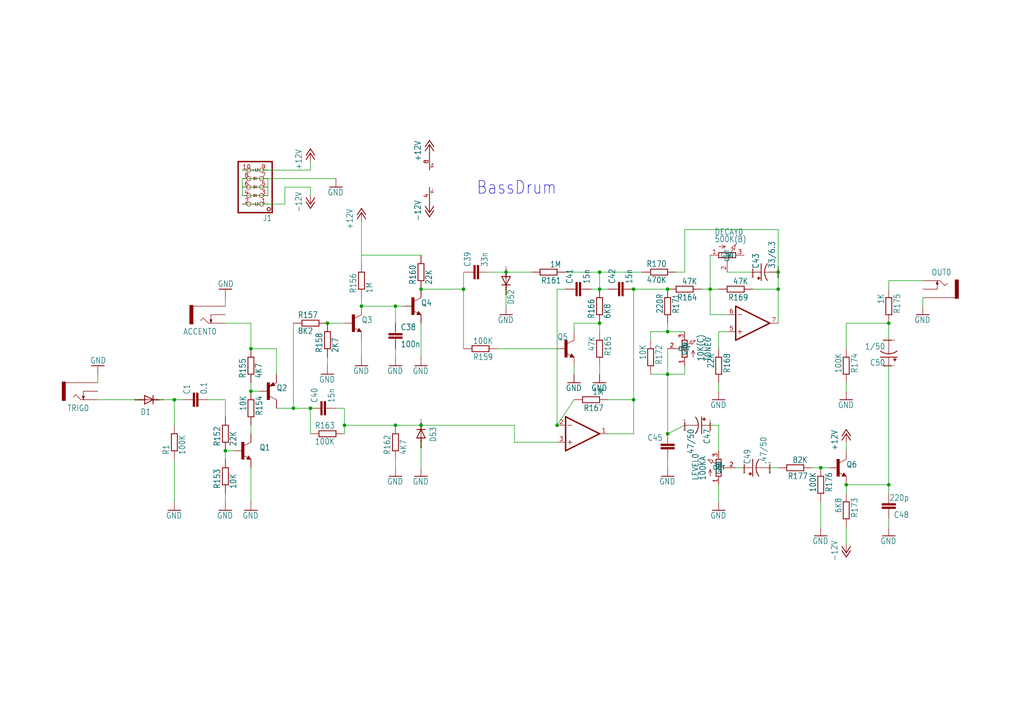
<source format=kicad_sch>
(kicad_sch
	(version 20231120)
	(generator "eeschema")
	(generator_version "8.0")
	(uuid "886b511a-2506-40bd-8a1e-6d9a8b1f95cd")
	(paper "User" 305.816 210.007)
	(lib_symbols
		(symbol "808_bass_drum1-eagle-import:+12V"
			(power)
			(exclude_from_sim no)
			(in_bom yes)
			(on_board yes)
			(property "Reference" "#P+"
				(at 0 0 0)
				(effects
					(font
						(size 1.27 1.27)
					)
					(hide yes)
				)
			)
			(property "Value" ""
				(at -2.54 -5.08 90)
				(effects
					(font
						(size 1.778 1.5113)
					)
					(justify left bottom)
				)
			)
			(property "Footprint" ""
				(at 0 0 0)
				(effects
					(font
						(size 1.27 1.27)
					)
					(hide yes)
				)
			)
			(property "Datasheet" ""
				(at 0 0 0)
				(effects
					(font
						(size 1.27 1.27)
					)
					(hide yes)
				)
			)
			(property "Description" "SUPPLY SYMBOL"
				(at 0 0 0)
				(effects
					(font
						(size 1.27 1.27)
					)
					(hide yes)
				)
			)
			(property "ki_locked" ""
				(at 0 0 0)
				(effects
					(font
						(size 1.27 1.27)
					)
				)
			)
			(symbol "+12V_1_0"
				(polyline
					(pts
						(xy 0 0) (xy -1.27 -1.905)
					)
					(stroke
						(width 0.254)
						(type solid)
					)
					(fill
						(type none)
					)
				)
				(polyline
					(pts
						(xy 0 1.27) (xy -1.27 -0.635)
					)
					(stroke
						(width 0.254)
						(type solid)
					)
					(fill
						(type none)
					)
				)
				(polyline
					(pts
						(xy 1.27 -1.905) (xy 0 0)
					)
					(stroke
						(width 0.254)
						(type solid)
					)
					(fill
						(type none)
					)
				)
				(polyline
					(pts
						(xy 1.27 -0.635) (xy 0 1.27)
					)
					(stroke
						(width 0.254)
						(type solid)
					)
					(fill
						(type none)
					)
				)
				(pin power_in line
					(at 0 -2.54 90)
					(length 2.54)
					(name "+12V"
						(effects
							(font
								(size 0 0)
							)
						)
					)
					(number "1"
						(effects
							(font
								(size 0 0)
							)
						)
					)
				)
			)
		)
		(symbol "808_bass_drum1-eagle-import:-12V"
			(power)
			(exclude_from_sim no)
			(in_bom yes)
			(on_board yes)
			(property "Reference" "#P-"
				(at 0 0 0)
				(effects
					(font
						(size 1.27 1.27)
					)
					(hide yes)
				)
			)
			(property "Value" ""
				(at -2.54 -2.54 90)
				(effects
					(font
						(size 1.778 1.5113)
					)
					(justify left bottom)
				)
			)
			(property "Footprint" ""
				(at 0 0 0)
				(effects
					(font
						(size 1.27 1.27)
					)
					(hide yes)
				)
			)
			(property "Datasheet" ""
				(at 0 0 0)
				(effects
					(font
						(size 1.27 1.27)
					)
					(hide yes)
				)
			)
			(property "Description" "SUPPLY SYMBOL"
				(at 0 0 0)
				(effects
					(font
						(size 1.27 1.27)
					)
					(hide yes)
				)
			)
			(property "ki_locked" ""
				(at 0 0 0)
				(effects
					(font
						(size 1.27 1.27)
					)
				)
			)
			(symbol "-12V_1_0"
				(polyline
					(pts
						(xy -1.27 0.635) (xy 0 -1.27)
					)
					(stroke
						(width 0.254)
						(type solid)
					)
					(fill
						(type none)
					)
				)
				(polyline
					(pts
						(xy -1.27 1.905) (xy 0 0)
					)
					(stroke
						(width 0.254)
						(type solid)
					)
					(fill
						(type none)
					)
				)
				(polyline
					(pts
						(xy 0 -1.27) (xy 1.27 0.635)
					)
					(stroke
						(width 0.254)
						(type solid)
					)
					(fill
						(type none)
					)
				)
				(polyline
					(pts
						(xy 0 0) (xy 1.27 1.905)
					)
					(stroke
						(width 0.254)
						(type solid)
					)
					(fill
						(type none)
					)
				)
				(pin power_in line
					(at 0 2.54 270)
					(length 2.54)
					(name "-12V"
						(effects
							(font
								(size 0 0)
							)
						)
					)
					(number "1"
						(effects
							(font
								(size 0 0)
							)
						)
					)
				)
			)
		)
		(symbol "808_bass_drum1-eagle-import:CAPACITOR-EUC0603"
			(exclude_from_sim no)
			(in_bom yes)
			(on_board yes)
			(property "Reference" "C"
				(at 1.524 0.381 0)
				(effects
					(font
						(size 1.778 1.5113)
					)
					(justify left bottom)
				)
			)
			(property "Value" ""
				(at 1.524 -4.699 0)
				(effects
					(font
						(size 1.778 1.5113)
					)
					(justify left bottom)
				)
			)
			(property "Footprint" "808_bass_drum1:C0603"
				(at 0 0 0)
				(effects
					(font
						(size 1.27 1.27)
					)
					(hide yes)
				)
			)
			(property "Datasheet" ""
				(at 0 0 0)
				(effects
					(font
						(size 1.27 1.27)
					)
					(hide yes)
				)
			)
			(property "Description" "CAPACITOR, European symbol"
				(at 0 0 0)
				(effects
					(font
						(size 1.27 1.27)
					)
					(hide yes)
				)
			)
			(property "ki_locked" ""
				(at 0 0 0)
				(effects
					(font
						(size 1.27 1.27)
					)
				)
			)
			(symbol "CAPACITOR-EUC0603_1_0"
				(rectangle
					(start -2.032 -2.032)
					(end 2.032 -1.524)
					(stroke
						(width 0)
						(type default)
					)
					(fill
						(type outline)
					)
				)
				(rectangle
					(start -2.032 -1.016)
					(end 2.032 -0.508)
					(stroke
						(width 0)
						(type default)
					)
					(fill
						(type outline)
					)
				)
				(polyline
					(pts
						(xy 0 -2.54) (xy 0 -2.032)
					)
					(stroke
						(width 0.1524)
						(type solid)
					)
					(fill
						(type none)
					)
				)
				(polyline
					(pts
						(xy 0 0) (xy 0 -0.508)
					)
					(stroke
						(width 0.1524)
						(type solid)
					)
					(fill
						(type none)
					)
				)
				(pin passive line
					(at 0 2.54 270)
					(length 2.54)
					(name "1"
						(effects
							(font
								(size 0 0)
							)
						)
					)
					(number "1"
						(effects
							(font
								(size 0 0)
							)
						)
					)
				)
				(pin passive line
					(at 0 -5.08 90)
					(length 2.54)
					(name "2"
						(effects
							(font
								(size 0 0)
							)
						)
					)
					(number "2"
						(effects
							(font
								(size 0 0)
							)
						)
					)
				)
			)
		)
		(symbol "808_bass_drum1-eagle-import:CAPACITOR_POLARIZED-USE2.5-5"
			(exclude_from_sim no)
			(in_bom yes)
			(on_board yes)
			(property "Reference" "C"
				(at 1.016 0.635 0)
				(effects
					(font
						(size 1.778 1.5113)
					)
					(justify left bottom)
				)
			)
			(property "Value" ""
				(at 1.016 -4.191 0)
				(effects
					(font
						(size 1.778 1.5113)
					)
					(justify left bottom)
				)
			)
			(property "Footprint" "808_bass_drum1:E2,5-5"
				(at 0 0 0)
				(effects
					(font
						(size 1.27 1.27)
					)
					(hide yes)
				)
			)
			(property "Datasheet" ""
				(at 0 0 0)
				(effects
					(font
						(size 1.27 1.27)
					)
					(hide yes)
				)
			)
			(property "Description" "POLARIZED CAPACITOR, American symbol"
				(at 0 0 0)
				(effects
					(font
						(size 1.27 1.27)
					)
					(hide yes)
				)
			)
			(property "ki_locked" ""
				(at 0 0 0)
				(effects
					(font
						(size 1.27 1.27)
					)
				)
			)
			(symbol "CAPACITOR_POLARIZED-USE2.5-5_1_0"
				(rectangle
					(start -2.253 0.668)
					(end -1.364 0.795)
					(stroke
						(width 0)
						(type default)
					)
					(fill
						(type outline)
					)
				)
				(rectangle
					(start -1.872 0.287)
					(end -1.745 1.176)
					(stroke
						(width 0)
						(type default)
					)
					(fill
						(type outline)
					)
				)
				(arc
					(start 0 -1.0161)
					(mid -1.3021 -1.2303)
					(end -2.4669 -1.8504)
					(stroke
						(width 0.254)
						(type solid)
					)
					(fill
						(type none)
					)
				)
				(polyline
					(pts
						(xy -2.54 0) (xy 2.54 0)
					)
					(stroke
						(width 0.254)
						(type solid)
					)
					(fill
						(type none)
					)
				)
				(polyline
					(pts
						(xy 0 -1.016) (xy 0 -2.54)
					)
					(stroke
						(width 0.1524)
						(type solid)
					)
					(fill
						(type none)
					)
				)
				(arc
					(start 2.4892 -1.8541)
					(mid 1.3158 -1.2194)
					(end 0 -1)
					(stroke
						(width 0.254)
						(type solid)
					)
					(fill
						(type none)
					)
				)
				(text "SpiceOrder 1"
					(at 0 2.54 0)
					(effects
						(font
							(size 0.4064 0.3454)
						)
					)
				)
				(text "SpiceOrder 2"
					(at 0 -5.08 0)
					(effects
						(font
							(size 0.4064 0.3454)
						)
					)
				)
				(pin passive line
					(at 0 2.54 270)
					(length 2.54)
					(name "+"
						(effects
							(font
								(size 0 0)
							)
						)
					)
					(number "+"
						(effects
							(font
								(size 0 0)
							)
						)
					)
				)
				(pin passive line
					(at 0 -5.08 90)
					(length 2.54)
					(name "-"
						(effects
							(font
								(size 0 0)
							)
						)
					)
					(number "-"
						(effects
							(font
								(size 0 0)
							)
						)
					)
				)
			)
		)
		(symbol "808_bass_drum1-eagle-import:DIODE-1N4148SOD-323"
			(exclude_from_sim no)
			(in_bom yes)
			(on_board yes)
			(property "Reference" "D"
				(at 2.54 0.4826 0)
				(effects
					(font
						(size 1.778 1.5113)
					)
					(justify left bottom)
				)
			)
			(property "Value" ""
				(at 2.54 -2.3114 0)
				(effects
					(font
						(size 1.778 1.5113)
					)
					(justify left bottom)
				)
			)
			(property "Footprint" "808_bass_drum1:SOD323W_INFINEON"
				(at 0 0 0)
				(effects
					(font
						(size 1.27 1.27)
					)
					(hide yes)
				)
			)
			(property "Datasheet" ""
				(at 0 0 0)
				(effects
					(font
						(size 1.27 1.27)
					)
					(hide yes)
				)
			)
			(property "Description" "DIODE\n\nhigh speed (Philips)"
				(at 0 0 0)
				(effects
					(font
						(size 1.27 1.27)
					)
					(hide yes)
				)
			)
			(property "ki_locked" ""
				(at 0 0 0)
				(effects
					(font
						(size 1.27 1.27)
					)
				)
			)
			(symbol "DIODE-1N4148SOD-323_1_0"
				(polyline
					(pts
						(xy -1.27 -1.27) (xy 1.27 0)
					)
					(stroke
						(width 0.254)
						(type solid)
					)
					(fill
						(type none)
					)
				)
				(polyline
					(pts
						(xy -1.27 1.27) (xy -1.27 -1.27)
					)
					(stroke
						(width 0.254)
						(type solid)
					)
					(fill
						(type none)
					)
				)
				(polyline
					(pts
						(xy 1.27 0) (xy -1.27 1.27)
					)
					(stroke
						(width 0.254)
						(type solid)
					)
					(fill
						(type none)
					)
				)
				(polyline
					(pts
						(xy 1.27 0) (xy 1.27 -1.27)
					)
					(stroke
						(width 0.254)
						(type solid)
					)
					(fill
						(type none)
					)
				)
				(polyline
					(pts
						(xy 1.27 1.27) (xy 1.27 0)
					)
					(stroke
						(width 0.254)
						(type solid)
					)
					(fill
						(type none)
					)
				)
				(text "SpiceOrder 1"
					(at -2.54 0 0)
					(effects
						(font
							(size 0.4064 0.3454)
						)
					)
				)
				(text "SpiceOrder 2"
					(at 2.54 0 0)
					(effects
						(font
							(size 0.4064 0.3454)
						)
					)
				)
				(pin passive line
					(at -2.54 0 0)
					(length 2.54)
					(name "A"
						(effects
							(font
								(size 0 0)
							)
						)
					)
					(number "A"
						(effects
							(font
								(size 0 0)
							)
						)
					)
				)
				(pin passive line
					(at 2.54 0 180)
					(length 2.54)
					(name "C"
						(effects
							(font
								(size 0 0)
							)
						)
					)
					(number "C"
						(effects
							(font
								(size 0 0)
							)
						)
					)
				)
			)
		)
		(symbol "808_bass_drum1-eagle-import:GND"
			(power)
			(exclude_from_sim no)
			(in_bom yes)
			(on_board yes)
			(property "Reference" "#GND"
				(at 0 0 0)
				(effects
					(font
						(size 1.27 1.27)
					)
					(hide yes)
				)
			)
			(property "Value" ""
				(at -2.54 -2.54 0)
				(effects
					(font
						(size 1.778 1.5113)
					)
					(justify left bottom)
				)
			)
			(property "Footprint" ""
				(at 0 0 0)
				(effects
					(font
						(size 1.27 1.27)
					)
					(hide yes)
				)
			)
			(property "Datasheet" ""
				(at 0 0 0)
				(effects
					(font
						(size 1.27 1.27)
					)
					(hide yes)
				)
			)
			(property "Description" "SUPPLY SYMBOL"
				(at 0 0 0)
				(effects
					(font
						(size 1.27 1.27)
					)
					(hide yes)
				)
			)
			(property "ki_locked" ""
				(at 0 0 0)
				(effects
					(font
						(size 1.27 1.27)
					)
				)
			)
			(symbol "GND_1_0"
				(polyline
					(pts
						(xy -1.905 0) (xy 1.905 0)
					)
					(stroke
						(width 0.254)
						(type solid)
					)
					(fill
						(type none)
					)
				)
				(pin power_in line
					(at 0 2.54 270)
					(length 2.54)
					(name "GND"
						(effects
							(font
								(size 0 0)
							)
						)
					)
					(number "1"
						(effects
							(font
								(size 0 0)
							)
						)
					)
				)
			)
		)
		(symbol "808_bass_drum1-eagle-import:HEADER-EUROPWR_2X05-OPEN"
			(exclude_from_sim no)
			(in_bom yes)
			(on_board yes)
			(property "Reference" "J"
				(at -1.27 8.255 0)
				(effects
					(font
						(size 1.778 1.5113)
					)
					(justify left bottom)
				)
			)
			(property "Value" ""
				(at 0 0 0)
				(effects
					(font
						(size 1.27 1.27)
					)
					(hide yes)
				)
			)
			(property "Footprint" "808_bass_drum1:2X05_EUROPWR_OPEN"
				(at 0 0 0)
				(effects
					(font
						(size 1.27 1.27)
					)
					(hide yes)
				)
			)
			(property "Datasheet" ""
				(at 0 0 0)
				(effects
					(font
						(size 1.27 1.27)
					)
					(hide yes)
				)
			)
			(property "Description" "2x05 pin header"
				(at 0 0 0)
				(effects
					(font
						(size 1.27 1.27)
					)
					(hide yes)
				)
			)
			(property "ki_locked" ""
				(at 0 0 0)
				(effects
					(font
						(size 1.27 1.27)
					)
				)
			)
			(symbol "HEADER-EUROPWR_2X05-OPEN_1_0"
				(circle
					(center -0.254 6.604)
					(radius 0.508)
					(stroke
						(width 0.254)
						(type solid)
					)
					(fill
						(type none)
					)
				)
				(polyline
					(pts
						(xy -1.27 -7.62) (xy -1.27 7.62)
					)
					(stroke
						(width 0.4064)
						(type solid)
					)
					(fill
						(type none)
					)
				)
				(polyline
					(pts
						(xy -1.27 7.62) (xy 8.89 7.62)
					)
					(stroke
						(width 0.4064)
						(type solid)
					)
					(fill
						(type none)
					)
				)
				(polyline
					(pts
						(xy 8.89 -7.62) (xy -1.27 -7.62)
					)
					(stroke
						(width 0.4064)
						(type solid)
					)
					(fill
						(type none)
					)
				)
				(polyline
					(pts
						(xy 8.89 7.62) (xy 8.89 -7.62)
					)
					(stroke
						(width 0.4064)
						(type solid)
					)
					(fill
						(type none)
					)
				)
				(text "+12"
					(at 3.81 -5.08 0)
					(effects
						(font
							(size 0.762 0.6477)
						)
					)
				)
				(text "-12"
					(at 3.81 5.08 0)
					(effects
						(font
							(size 0.762 0.6477)
						)
					)
				)
				(text "0V"
					(at 3.81 -2.54 0)
					(effects
						(font
							(size 0.762 0.6477)
						)
					)
				)
				(text "0V"
					(at 3.81 0 0)
					(effects
						(font
							(size 0.762 0.6477)
						)
					)
				)
				(text "0V"
					(at 3.81 2.54 0)
					(effects
						(font
							(size 0.762 0.6477)
						)
					)
				)
				(pin passive inverted
					(at 0 5.08 0)
					(length 2.54)
					(name "1"
						(effects
							(font
								(size 0 0)
							)
						)
					)
					(number "1"
						(effects
							(font
								(size 1.27 1.27)
							)
						)
					)
				)
				(pin passive inverted
					(at 7.62 -5.08 180)
					(length 2.54)
					(name "10"
						(effects
							(font
								(size 0 0)
							)
						)
					)
					(number "10"
						(effects
							(font
								(size 1.27 1.27)
							)
						)
					)
				)
				(pin passive inverted
					(at 7.62 5.08 180)
					(length 2.54)
					(name "2"
						(effects
							(font
								(size 0 0)
							)
						)
					)
					(number "2"
						(effects
							(font
								(size 1.27 1.27)
							)
						)
					)
				)
				(pin passive inverted
					(at 0 2.54 0)
					(length 2.54)
					(name "3"
						(effects
							(font
								(size 0 0)
							)
						)
					)
					(number "3"
						(effects
							(font
								(size 1.27 1.27)
							)
						)
					)
				)
				(pin passive inverted
					(at 7.62 2.54 180)
					(length 2.54)
					(name "4"
						(effects
							(font
								(size 0 0)
							)
						)
					)
					(number "4"
						(effects
							(font
								(size 1.27 1.27)
							)
						)
					)
				)
				(pin passive inverted
					(at 0 0 0)
					(length 2.54)
					(name "5"
						(effects
							(font
								(size 0 0)
							)
						)
					)
					(number "5"
						(effects
							(font
								(size 1.27 1.27)
							)
						)
					)
				)
				(pin passive inverted
					(at 7.62 0 180)
					(length 2.54)
					(name "6"
						(effects
							(font
								(size 0 0)
							)
						)
					)
					(number "6"
						(effects
							(font
								(size 1.27 1.27)
							)
						)
					)
				)
				(pin passive inverted
					(at 0 -2.54 0)
					(length 2.54)
					(name "7"
						(effects
							(font
								(size 0 0)
							)
						)
					)
					(number "7"
						(effects
							(font
								(size 1.27 1.27)
							)
						)
					)
				)
				(pin passive inverted
					(at 7.62 -2.54 180)
					(length 2.54)
					(name "8"
						(effects
							(font
								(size 0 0)
							)
						)
					)
					(number "8"
						(effects
							(font
								(size 1.27 1.27)
							)
						)
					)
				)
				(pin passive inverted
					(at 0 -5.08 0)
					(length 2.54)
					(name "9"
						(effects
							(font
								(size 0 0)
							)
						)
					)
					(number "9"
						(effects
							(font
								(size 1.27 1.27)
							)
						)
					)
				)
			)
		)
		(symbol "808_bass_drum1-eagle-import:JACK_THONKICONNNEW"
			(exclude_from_sim no)
			(in_bom yes)
			(on_board yes)
			(property "Reference" "U"
				(at -2.54 4.064 0)
				(effects
					(font
						(size 1.778 1.5113)
					)
					(justify left bottom)
				)
			)
			(property "Value" ""
				(at 0 0 0)
				(effects
					(font
						(size 1.27 1.27)
					)
					(hide yes)
				)
			)
			(property "Footprint" "808_bass_drum1:WQP-PJ301M-12_JACK"
				(at 0 0 0)
				(effects
					(font
						(size 1.27 1.27)
					)
					(hide yes)
				)
			)
			(property "Datasheet" ""
				(at 0 0 0)
				(effects
					(font
						(size 1.27 1.27)
					)
					(hide yes)
				)
			)
			(property "Description" "3.5mm socket for Eurorack modular synths"
				(at 0 0 0)
				(effects
					(font
						(size 1.27 1.27)
					)
					(hide yes)
				)
			)
			(property "ki_locked" ""
				(at 0 0 0)
				(effects
					(font
						(size 1.27 1.27)
					)
				)
			)
			(symbol "JACK_THONKICONNNEW_1_0"
				(polyline
					(pts
						(xy -2.54 -2.54) (xy 4.572 -2.54)
					)
					(stroke
						(width 0.1524)
						(type solid)
					)
					(fill
						(type none)
					)
				)
				(polyline
					(pts
						(xy -2.54 0) (xy -0.762 0)
					)
					(stroke
						(width 0.1524)
						(type solid)
					)
					(fill
						(type none)
					)
				)
				(polyline
					(pts
						(xy -2.54 2.54) (xy 0 2.54)
					)
					(stroke
						(width 0.1524)
						(type solid)
					)
					(fill
						(type none)
					)
				)
				(polyline
					(pts
						(xy -1.016 1.524) (xy -0.508 1.524)
					)
					(stroke
						(width 0.254)
						(type solid)
					)
					(fill
						(type none)
					)
				)
				(polyline
					(pts
						(xy -0.762 0) (xy -0.762 2.286)
					)
					(stroke
						(width 0.1524)
						(type solid)
					)
					(fill
						(type none)
					)
				)
				(polyline
					(pts
						(xy -0.762 2.286) (xy -1.016 1.524)
					)
					(stroke
						(width 0.254)
						(type solid)
					)
					(fill
						(type none)
					)
				)
				(polyline
					(pts
						(xy -0.508 1.524) (xy -0.762 2.286)
					)
					(stroke
						(width 0.254)
						(type solid)
					)
					(fill
						(type none)
					)
				)
				(polyline
					(pts
						(xy 0 2.54) (xy 1.524 1.016)
					)
					(stroke
						(width 0.1524)
						(type solid)
					)
					(fill
						(type none)
					)
				)
				(polyline
					(pts
						(xy 1.524 1.016) (xy 2.286 1.778)
					)
					(stroke
						(width 0.1524)
						(type solid)
					)
					(fill
						(type none)
					)
				)
				(rectangle
					(start 4.572 2.794)
					(end 5.588 -2.794)
					(stroke
						(width 0)
						(type default)
					)
					(fill
						(type outline)
					)
				)
				(pin passive line
					(at -5.08 2.54 0)
					(length 2.54)
					(name "TIP"
						(effects
							(font
								(size 0 0)
							)
						)
					)
					(number "P$1_TIP"
						(effects
							(font
								(size 0 0)
							)
						)
					)
				)
				(pin passive line
					(at -5.08 0 0)
					(length 2.54)
					(name "SWITCH"
						(effects
							(font
								(size 0 0)
							)
						)
					)
					(number "P$2_SWITCH"
						(effects
							(font
								(size 0 0)
							)
						)
					)
				)
				(pin passive line
					(at -5.08 -2.54 0)
					(length 2.54)
					(name "SLEEVE"
						(effects
							(font
								(size 0 0)
							)
						)
					)
					(number "P$3_SLEEVE"
						(effects
							(font
								(size 0 0)
							)
						)
					)
				)
			)
		)
		(symbol "808_bass_drum1-eagle-import:OPAMP-TL072D"
			(exclude_from_sim no)
			(in_bom yes)
			(on_board yes)
			(property "Reference" "IC"
				(at 2.54 3.175 0)
				(effects
					(font
						(size 1.778 1.5113)
					)
					(justify left bottom)
					(hide yes)
				)
			)
			(property "Value" ""
				(at 2.54 -5.08 0)
				(effects
					(font
						(size 1.778 1.5113)
					)
					(justify left bottom)
					(hide yes)
				)
			)
			(property "Footprint" "808_bass_drum1:SO08"
				(at 0 0 0)
				(effects
					(font
						(size 1.27 1.27)
					)
					(hide yes)
				)
			)
			(property "Datasheet" ""
				(at 0 0 0)
				(effects
					(font
						(size 1.27 1.27)
					)
					(hide yes)
				)
			)
			(property "Description" "OP AMP"
				(at 0 0 0)
				(effects
					(font
						(size 1.27 1.27)
					)
					(hide yes)
				)
			)
			(property "ki_locked" ""
				(at 0 0 0)
				(effects
					(font
						(size 1.27 1.27)
					)
				)
			)
			(symbol "OPAMP-TL072D_1_0"
				(polyline
					(pts
						(xy -5.08 -5.08) (xy 5.08 0)
					)
					(stroke
						(width 0.4064)
						(type solid)
					)
					(fill
						(type none)
					)
				)
				(polyline
					(pts
						(xy -5.08 5.08) (xy -5.08 -5.08)
					)
					(stroke
						(width 0.4064)
						(type solid)
					)
					(fill
						(type none)
					)
				)
				(polyline
					(pts
						(xy -4.445 -2.54) (xy -3.175 -2.54)
					)
					(stroke
						(width 0.1524)
						(type solid)
					)
					(fill
						(type none)
					)
				)
				(polyline
					(pts
						(xy -4.445 2.54) (xy -3.175 2.54)
					)
					(stroke
						(width 0.1524)
						(type solid)
					)
					(fill
						(type none)
					)
				)
				(polyline
					(pts
						(xy -3.81 3.175) (xy -3.81 1.905)
					)
					(stroke
						(width 0.1524)
						(type solid)
					)
					(fill
						(type none)
					)
				)
				(polyline
					(pts
						(xy 5.08 0) (xy -5.08 5.08)
					)
					(stroke
						(width 0.4064)
						(type solid)
					)
					(fill
						(type none)
					)
				)
				(pin output line
					(at 7.62 0 180)
					(length 2.54)
					(name "OUT"
						(effects
							(font
								(size 0 0)
							)
						)
					)
					(number "1"
						(effects
							(font
								(size 1.27 1.27)
							)
						)
					)
				)
				(pin input line
					(at -7.62 -2.54 0)
					(length 2.54)
					(name "-IN"
						(effects
							(font
								(size 0 0)
							)
						)
					)
					(number "2"
						(effects
							(font
								(size 1.27 1.27)
							)
						)
					)
				)
				(pin input line
					(at -7.62 2.54 0)
					(length 2.54)
					(name "+IN"
						(effects
							(font
								(size 0 0)
							)
						)
					)
					(number "3"
						(effects
							(font
								(size 1.27 1.27)
							)
						)
					)
				)
			)
			(symbol "OPAMP-TL072D_2_0"
				(polyline
					(pts
						(xy -5.08 -5.08) (xy 5.08 0)
					)
					(stroke
						(width 0.4064)
						(type solid)
					)
					(fill
						(type none)
					)
				)
				(polyline
					(pts
						(xy -5.08 5.08) (xy -5.08 -5.08)
					)
					(stroke
						(width 0.4064)
						(type solid)
					)
					(fill
						(type none)
					)
				)
				(polyline
					(pts
						(xy -4.445 -2.54) (xy -3.175 -2.54)
					)
					(stroke
						(width 0.1524)
						(type solid)
					)
					(fill
						(type none)
					)
				)
				(polyline
					(pts
						(xy -4.445 2.54) (xy -3.175 2.54)
					)
					(stroke
						(width 0.1524)
						(type solid)
					)
					(fill
						(type none)
					)
				)
				(polyline
					(pts
						(xy -3.81 3.175) (xy -3.81 1.905)
					)
					(stroke
						(width 0.1524)
						(type solid)
					)
					(fill
						(type none)
					)
				)
				(polyline
					(pts
						(xy 5.08 0) (xy -5.08 5.08)
					)
					(stroke
						(width 0.4064)
						(type solid)
					)
					(fill
						(type none)
					)
				)
				(pin input line
					(at -7.62 2.54 0)
					(length 2.54)
					(name "+IN"
						(effects
							(font
								(size 0 0)
							)
						)
					)
					(number "5"
						(effects
							(font
								(size 1.27 1.27)
							)
						)
					)
				)
				(pin input line
					(at -7.62 -2.54 0)
					(length 2.54)
					(name "-IN"
						(effects
							(font
								(size 0 0)
							)
						)
					)
					(number "6"
						(effects
							(font
								(size 1.27 1.27)
							)
						)
					)
				)
				(pin output line
					(at 7.62 0 180)
					(length 2.54)
					(name "OUT"
						(effects
							(font
								(size 0 0)
							)
						)
					)
					(number "7"
						(effects
							(font
								(size 1.27 1.27)
							)
						)
					)
				)
			)
			(symbol "OPAMP-TL072D_3_0"
				(text "V+"
					(at 1.27 3.175 900)
					(effects
						(font
							(size 0.8128 0.6908)
						)
						(justify left bottom)
					)
				)
				(text "V-"
					(at 1.27 -4.445 900)
					(effects
						(font
							(size 0.8128 0.6908)
						)
						(justify left bottom)
					)
				)
				(pin power_in line
					(at 0 -7.62 90)
					(length 5.08)
					(name "V-"
						(effects
							(font
								(size 0 0)
							)
						)
					)
					(number "4"
						(effects
							(font
								(size 1.27 1.27)
							)
						)
					)
				)
				(pin power_in line
					(at 0 7.62 270)
					(length 5.08)
					(name "V+"
						(effects
							(font
								(size 0 0)
							)
						)
					)
					(number "8"
						(effects
							(font
								(size 1.27 1.27)
							)
						)
					)
				)
			)
		)
		(symbol "808_bass_drum1-eagle-import:POT_9MM_PCB-PLS"
			(exclude_from_sim no)
			(in_bom yes)
			(on_board yes)
			(property "Reference" "R"
				(at -5.969 -3.81 90)
				(effects
					(font
						(size 1.778 1.5113)
					)
					(justify left bottom)
				)
			)
			(property "Value" ""
				(at -3.81 -3.81 90)
				(effects
					(font
						(size 1.778 1.5113)
					)
					(justify left bottom)
				)
			)
			(property "Footprint" "808_bass_drum1:9MM_PLS"
				(at 0 0 0)
				(effects
					(font
						(size 1.27 1.27)
					)
					(hide yes)
				)
			)
			(property "Datasheet" ""
				(at 0 0 0)
				(effects
					(font
						(size 1.27 1.27)
					)
					(hide yes)
				)
			)
			(property "Description" "9 mm Square Rotary Potentiometers\n\nSource: Panasonic"
				(at 0 0 0)
				(effects
					(font
						(size 1.27 1.27)
					)
					(hide yes)
				)
			)
			(property "ki_locked" ""
				(at 0 0 0)
				(effects
					(font
						(size 1.27 1.27)
					)
				)
			)
			(symbol "POT_9MM_PCB-PLS_1_0"
				(polyline
					(pts
						(xy -3.1989 2.4495) (xy -1.7018 2.2352)
					)
					(stroke
						(width 0.1524)
						(type solid)
					)
					(fill
						(type none)
					)
				)
				(polyline
					(pts
						(xy -2.54 -2.54) (xy -2.54 -0.508)
					)
					(stroke
						(width 0.1524)
						(type solid)
					)
					(fill
						(type none)
					)
				)
				(polyline
					(pts
						(xy -2.54 -0.508) (xy -3.048 -1.524)
					)
					(stroke
						(width 0.1524)
						(type solid)
					)
					(fill
						(type none)
					)
				)
				(polyline
					(pts
						(xy -2.54 -0.508) (xy -2.032 -1.524)
					)
					(stroke
						(width 0.1524)
						(type solid)
					)
					(fill
						(type none)
					)
				)
				(polyline
					(pts
						(xy -2.1597 1.2939) (xy -3.1989 2.4495)
					)
					(stroke
						(width 0.1524)
						(type solid)
					)
					(fill
						(type none)
					)
				)
				(polyline
					(pts
						(xy -2.1597 1.2939) (xy -1.7018 2.2352)
					)
					(stroke
						(width 0.1524)
						(type solid)
					)
					(fill
						(type none)
					)
				)
				(polyline
					(pts
						(xy -0.762 -2.54) (xy 0.762 -2.54)
					)
					(stroke
						(width 0.254)
						(type solid)
					)
					(fill
						(type none)
					)
				)
				(polyline
					(pts
						(xy -0.762 2.54) (xy -0.762 -2.54)
					)
					(stroke
						(width 0.254)
						(type solid)
					)
					(fill
						(type none)
					)
				)
				(polyline
					(pts
						(xy 0.762 -2.54) (xy 0.762 2.54)
					)
					(stroke
						(width 0.254)
						(type solid)
					)
					(fill
						(type none)
					)
				)
				(polyline
					(pts
						(xy 0.762 2.54) (xy -0.762 2.54)
					)
					(stroke
						(width 0.254)
						(type solid)
					)
					(fill
						(type none)
					)
				)
				(polyline
					(pts
						(xy 1.651 0) (xy -1.8796 1.7526)
					)
					(stroke
						(width 0.1524)
						(type solid)
					)
					(fill
						(type none)
					)
				)
				(polyline
					(pts
						(xy 2.54 0) (xy 1.651 0)
					)
					(stroke
						(width 0.1524)
						(type solid)
					)
					(fill
						(type none)
					)
				)
				(pin passive line
					(at 0 -5.08 90)
					(length 2.54)
					(name "GND"
						(effects
							(font
								(size 1.27 1.27)
							)
						)
					)
					(number "1"
						(effects
							(font
								(size 1.27 1.27)
							)
						)
					)
				)
				(pin passive line
					(at 5.08 0 180)
					(length 2.54)
					(name "OUT"
						(effects
							(font
								(size 1.27 1.27)
							)
						)
					)
					(number "2"
						(effects
							(font
								(size 1.27 1.27)
							)
						)
					)
				)
				(pin passive line
					(at 0 5.08 270)
					(length 2.54)
					(name "IN"
						(effects
							(font
								(size 1.27 1.27)
							)
						)
					)
					(number "3"
						(effects
							(font
								(size 1.27 1.27)
							)
						)
					)
				)
			)
		)
		(symbol "808_bass_drum1-eagle-import:RESISTOR-EU_R0603"
			(exclude_from_sim no)
			(in_bom yes)
			(on_board yes)
			(property "Reference" "R"
				(at -3.81 1.4986 0)
				(effects
					(font
						(size 1.778 1.5113)
					)
					(justify left bottom)
				)
			)
			(property "Value" ""
				(at -3.81 -3.302 0)
				(effects
					(font
						(size 1.778 1.5113)
					)
					(justify left bottom)
				)
			)
			(property "Footprint" "808_bass_drum1:R0603"
				(at 0 0 0)
				(effects
					(font
						(size 1.27 1.27)
					)
					(hide yes)
				)
			)
			(property "Datasheet" ""
				(at 0 0 0)
				(effects
					(font
						(size 1.27 1.27)
					)
					(hide yes)
				)
			)
			(property "Description" "RESISTOR, European symbol"
				(at 0 0 0)
				(effects
					(font
						(size 1.27 1.27)
					)
					(hide yes)
				)
			)
			(property "ki_locked" ""
				(at 0 0 0)
				(effects
					(font
						(size 1.27 1.27)
					)
				)
			)
			(symbol "RESISTOR-EU_R0603_1_0"
				(polyline
					(pts
						(xy -2.54 -0.889) (xy -2.54 0.889)
					)
					(stroke
						(width 0.254)
						(type solid)
					)
					(fill
						(type none)
					)
				)
				(polyline
					(pts
						(xy -2.54 -0.889) (xy 2.54 -0.889)
					)
					(stroke
						(width 0.254)
						(type solid)
					)
					(fill
						(type none)
					)
				)
				(polyline
					(pts
						(xy 2.54 -0.889) (xy 2.54 0.889)
					)
					(stroke
						(width 0.254)
						(type solid)
					)
					(fill
						(type none)
					)
				)
				(polyline
					(pts
						(xy 2.54 0.889) (xy -2.54 0.889)
					)
					(stroke
						(width 0.254)
						(type solid)
					)
					(fill
						(type none)
					)
				)
				(pin passive line
					(at -5.08 0 0)
					(length 2.54)
					(name "1"
						(effects
							(font
								(size 0 0)
							)
						)
					)
					(number "1"
						(effects
							(font
								(size 0 0)
							)
						)
					)
				)
				(pin passive line
					(at 5.08 0 180)
					(length 2.54)
					(name "2"
						(effects
							(font
								(size 0 0)
							)
						)
					)
					(number "2"
						(effects
							(font
								(size 0 0)
							)
						)
					)
				)
			)
		)
		(symbol "808_bass_drum1-eagle-import:TRANSISTOR-NPN-SOT23-BEC"
			(exclude_from_sim no)
			(in_bom yes)
			(on_board yes)
			(property "Reference" "T"
				(at -10.16 7.62 0)
				(effects
					(font
						(size 1.778 1.5113)
					)
					(justify left bottom)
				)
			)
			(property "Value" ""
				(at -10.16 5.08 0)
				(effects
					(font
						(size 1.778 1.5113)
					)
					(justify left bottom)
				)
			)
			(property "Footprint" "808_bass_drum1:SOT23-BEC"
				(at 0 0 0)
				(effects
					(font
						(size 1.27 1.27)
					)
					(hide yes)
				)
			)
			(property "Datasheet" ""
				(at 0 0 0)
				(effects
					(font
						(size 1.27 1.27)
					)
					(hide yes)
				)
			)
			(property "Description" "NPN Transistror\n\nBF959 corrected 2008.03.06"
				(at 0 0 0)
				(effects
					(font
						(size 1.27 1.27)
					)
					(hide yes)
				)
			)
			(property "ki_locked" ""
				(at 0 0 0)
				(effects
					(font
						(size 1.27 1.27)
					)
				)
			)
			(symbol "TRANSISTOR-NPN-SOT23-BEC_1_0"
				(rectangle
					(start -0.254 -2.54)
					(end 0.508 2.54)
					(stroke
						(width 0)
						(type default)
					)
					(fill
						(type outline)
					)
				)
				(polyline
					(pts
						(xy 1.27 -2.54) (xy 1.778 -1.524)
					)
					(stroke
						(width 0.1524)
						(type solid)
					)
					(fill
						(type none)
					)
				)
				(polyline
					(pts
						(xy 1.524 -2.413) (xy 2.286 -2.413)
					)
					(stroke
						(width 0.254)
						(type solid)
					)
					(fill
						(type none)
					)
				)
				(polyline
					(pts
						(xy 1.524 -2.286) (xy 1.905 -2.286)
					)
					(stroke
						(width 0.254)
						(type solid)
					)
					(fill
						(type none)
					)
				)
				(polyline
					(pts
						(xy 1.54 -2.04) (xy 0.308 -1.424)
					)
					(stroke
						(width 0.1524)
						(type solid)
					)
					(fill
						(type none)
					)
				)
				(polyline
					(pts
						(xy 1.778 -1.778) (xy 1.524 -2.286)
					)
					(stroke
						(width 0.254)
						(type solid)
					)
					(fill
						(type none)
					)
				)
				(polyline
					(pts
						(xy 1.778 -1.524) (xy 2.54 -2.54)
					)
					(stroke
						(width 0.1524)
						(type solid)
					)
					(fill
						(type none)
					)
				)
				(polyline
					(pts
						(xy 1.905 -2.286) (xy 1.778 -2.032)
					)
					(stroke
						(width 0.254)
						(type solid)
					)
					(fill
						(type none)
					)
				)
				(polyline
					(pts
						(xy 2.286 -2.413) (xy 1.778 -1.778)
					)
					(stroke
						(width 0.254)
						(type solid)
					)
					(fill
						(type none)
					)
				)
				(polyline
					(pts
						(xy 2.54 -2.54) (xy 1.27 -2.54)
					)
					(stroke
						(width 0.1524)
						(type solid)
					)
					(fill
						(type none)
					)
				)
				(polyline
					(pts
						(xy 2.54 2.54) (xy 0.508 1.524)
					)
					(stroke
						(width 0.1524)
						(type solid)
					)
					(fill
						(type none)
					)
				)
				(pin passive line
					(at -2.54 0 0)
					(length 2.54)
					(name "B"
						(effects
							(font
								(size 0 0)
							)
						)
					)
					(number "B"
						(effects
							(font
								(size 0 0)
							)
						)
					)
				)
				(pin passive line
					(at 2.54 5.08 270)
					(length 2.54)
					(name "C"
						(effects
							(font
								(size 0 0)
							)
						)
					)
					(number "C"
						(effects
							(font
								(size 0 0)
							)
						)
					)
				)
				(pin passive line
					(at 2.54 -5.08 90)
					(length 2.54)
					(name "E"
						(effects
							(font
								(size 0 0)
							)
						)
					)
					(number "E"
						(effects
							(font
								(size 0 0)
							)
						)
					)
				)
			)
		)
		(symbol "808_bass_drum1-eagle-import:TRANSISTOR-PNP-SOT23-BEC"
			(exclude_from_sim no)
			(in_bom yes)
			(on_board yes)
			(property "Reference" "T"
				(at -10.16 7.62 0)
				(effects
					(font
						(size 1.778 1.5113)
					)
					(justify left bottom)
				)
			)
			(property "Value" ""
				(at -10.16 5.08 0)
				(effects
					(font
						(size 1.778 1.5113)
					)
					(justify left bottom)
				)
			)
			(property "Footprint" "808_bass_drum1:SOT23-BEC"
				(at 0 0 0)
				(effects
					(font
						(size 1.27 1.27)
					)
					(hide yes)
				)
			)
			(property "Datasheet" ""
				(at 0 0 0)
				(effects
					(font
						(size 1.27 1.27)
					)
					(hide yes)
				)
			)
			(property "Description" "PNP Transistror"
				(at 0 0 0)
				(effects
					(font
						(size 1.27 1.27)
					)
					(hide yes)
				)
			)
			(property "ki_locked" ""
				(at 0 0 0)
				(effects
					(font
						(size 1.27 1.27)
					)
				)
			)
			(symbol "TRANSISTOR-PNP-SOT23-BEC_1_0"
				(rectangle
					(start -0.254 -2.54)
					(end 0.508 2.54)
					(stroke
						(width 0)
						(type default)
					)
					(fill
						(type outline)
					)
				)
				(polyline
					(pts
						(xy 0.5159 1.478) (xy 2.0861 1.6779)
					)
					(stroke
						(width 0.1524)
						(type solid)
					)
					(fill
						(type none)
					)
				)
				(polyline
					(pts
						(xy 0.762 1.651) (xy 1.778 1.778)
					)
					(stroke
						(width 0.254)
						(type solid)
					)
					(fill
						(type none)
					)
				)
				(polyline
					(pts
						(xy 1.143 1.905) (xy 1.524 1.905)
					)
					(stroke
						(width 0.254)
						(type solid)
					)
					(fill
						(type none)
					)
				)
				(polyline
					(pts
						(xy 1.524 2.159) (xy 1.143 1.905)
					)
					(stroke
						(width 0.254)
						(type solid)
					)
					(fill
						(type none)
					)
				)
				(polyline
					(pts
						(xy 1.524 2.413) (xy 0.762 1.651)
					)
					(stroke
						(width 0.254)
						(type solid)
					)
					(fill
						(type none)
					)
				)
				(polyline
					(pts
						(xy 1.5781 2.5941) (xy 0.5159 1.478)
					)
					(stroke
						(width 0.1524)
						(type solid)
					)
					(fill
						(type none)
					)
				)
				(polyline
					(pts
						(xy 1.778 1.778) (xy 1.524 2.159)
					)
					(stroke
						(width 0.254)
						(type solid)
					)
					(fill
						(type none)
					)
				)
				(polyline
					(pts
						(xy 1.905 1.778) (xy 1.524 2.413)
					)
					(stroke
						(width 0.254)
						(type solid)
					)
					(fill
						(type none)
					)
				)
				(polyline
					(pts
						(xy 2.0861 1.6779) (xy 1.5781 2.5941)
					)
					(stroke
						(width 0.1524)
						(type solid)
					)
					(fill
						(type none)
					)
				)
				(polyline
					(pts
						(xy 2.54 -2.54) (xy 0.508 -1.524)
					)
					(stroke
						(width 0.1524)
						(type solid)
					)
					(fill
						(type none)
					)
				)
				(polyline
					(pts
						(xy 2.54 2.54) (xy 1.808 2.1239)
					)
					(stroke
						(width 0.1524)
						(type solid)
					)
					(fill
						(type none)
					)
				)
				(pin passive line
					(at -2.54 0 0)
					(length 2.54)
					(name "B"
						(effects
							(font
								(size 0 0)
							)
						)
					)
					(number "B"
						(effects
							(font
								(size 0 0)
							)
						)
					)
				)
				(pin passive line
					(at 2.54 -5.08 90)
					(length 2.54)
					(name "C"
						(effects
							(font
								(size 0 0)
							)
						)
					)
					(number "C"
						(effects
							(font
								(size 0 0)
							)
						)
					)
				)
				(pin passive line
					(at 2.54 5.08 270)
					(length 2.54)
					(name "E"
						(effects
							(font
								(size 0 0)
							)
						)
					)
					(number "E"
						(effects
							(font
								(size 0 0)
							)
						)
					)
				)
			)
		)
	)
	(junction
		(at 199.39 99.06)
		(diameter 0)
		(color 0 0 0 0)
		(uuid "0e5ee339-9e0b-4279-b004-519efe4ff4ea")
	)
	(junction
		(at 125.73 127)
		(diameter 0)
		(color 0 0 0 0)
		(uuid "124c6bac-9054-408e-94f0-c10f7df86f3e")
	)
	(junction
		(at 74.93 116.84)
		(diameter 0)
		(color 0 0 0 0)
		(uuid "1dd0ca43-f75e-42b2-8ab7-c50318248993")
	)
	(junction
		(at 212.09 86.36)
		(diameter 0)
		(color 0 0 0 0)
		(uuid "3e7a8a43-d791-46c5-9ea9-fd2614db6b42")
	)
	(junction
		(at 138.43 86.36)
		(diameter 0)
		(color 0 0 0 0)
		(uuid "43aa256f-eb25-460e-9fd2-6b0bcf8dbcab")
	)
	(junction
		(at 199.39 129.54)
		(diameter 0)
		(color 0 0 0 0)
		(uuid "4ad993b1-df81-45c7-bc17-ac4a47d50207")
	)
	(junction
		(at 265.43 144.78)
		(diameter 0)
		(color 0 0 0 0)
		(uuid "4da19f27-b54d-4fcd-94a8-c5e3c40e220d")
	)
	(junction
		(at 252.73 144.78)
		(diameter 0)
		(color 0 0 0 0)
		(uuid "58186494-eeb3-4beb-a242-7698b9cb0b49")
	)
	(junction
		(at 179.07 81.28)
		(diameter 0)
		(color 0 0 0 0)
		(uuid "58630477-136d-4b93-9ef8-233c47649a39")
	)
	(junction
		(at 179.07 86.36)
		(diameter 0)
		(color 0 0 0 0)
		(uuid "5967cb3c-a933-451d-a0a1-29e9f349ca24")
	)
	(junction
		(at 179.07 96.52)
		(diameter 0)
		(color 0 0 0 0)
		(uuid "5b95bfae-9dd7-4f71-9ce2-f266be4101ae")
	)
	(junction
		(at 102.87 127)
		(diameter 0)
		(color 0 0 0 0)
		(uuid "5e2eda76-e6b0-49ab-97b4-01ff5df4a0a6")
	)
	(junction
		(at 189.23 119.38)
		(diameter 0)
		(color 0 0 0 0)
		(uuid "65216746-d10e-405f-83fc-661b4c9b884e")
	)
	(junction
		(at 118.11 127)
		(diameter 0)
		(color 0 0 0 0)
		(uuid "652c4e3b-adc5-46e0-8ec4-0b30a46466af")
	)
	(junction
		(at 189.23 86.36)
		(diameter 0)
		(color 0 0 0 0)
		(uuid "71a55518-7bb2-4cff-ab72-d6bd7c1a030c")
	)
	(junction
		(at 245.11 139.7)
		(diameter 0)
		(color 0 0 0 0)
		(uuid "7aa57595-44e4-4f43-9ac9-ce88377d60fe")
	)
	(junction
		(at 107.95 91.44)
		(diameter 0)
		(color 0 0 0 0)
		(uuid "80040454-80ea-4b4f-bb52-7f4238bbca35")
	)
	(junction
		(at 118.11 91.44)
		(diameter 0)
		(color 0 0 0 0)
		(uuid "8b5d2f85-531a-438e-82e4-575bbee5ceba")
	)
	(junction
		(at 199.39 86.36)
		(diameter 0)
		(color 0 0 0 0)
		(uuid "946e62ae-e9c5-4824-a876-69ba89c85c21")
	)
	(junction
		(at 87.63 121.92)
		(diameter 0)
		(color 0 0 0 0)
		(uuid "9f459894-74c0-47ff-9876-d24dce25dffd")
	)
	(junction
		(at 199.39 111.76)
		(diameter 0)
		(color 0 0 0 0)
		(uuid "a3d56e49-f665-4b70-bd7a-029c52e3fe38")
	)
	(junction
		(at 166.37 127)
		(diameter 0)
		(color 0 0 0 0)
		(uuid "a48d39c4-7abc-4e45-892a-2efd49bdddbf")
	)
	(junction
		(at 232.41 81.28)
		(diameter 0)
		(color 0 0 0 0)
		(uuid "a54dc894-6796-489e-a585-a54eb899957d")
	)
	(junction
		(at 232.41 86.36)
		(diameter 0)
		(color 0 0 0 0)
		(uuid "a954b3fd-c7f5-4a20-ad93-df7ff038c156")
	)
	(junction
		(at 74.93 104.14)
		(diameter 0)
		(color 0 0 0 0)
		(uuid "b3438fdf-beb7-485d-9521-851d93891096")
	)
	(junction
		(at 67.31 134.62)
		(diameter 0)
		(color 0 0 0 0)
		(uuid "b6acc66a-4401-4da0-977a-63df2610b04d")
	)
	(junction
		(at 151.13 81.28)
		(diameter 0)
		(color 0 0 0 0)
		(uuid "bc4f4f13-fb52-43e4-bb48-efc73967032a")
	)
	(junction
		(at 92.71 121.92)
		(diameter 0)
		(color 0 0 0 0)
		(uuid "cd864268-079d-42d5-b08f-d907add31d3a")
	)
	(junction
		(at 52.07 119.38)
		(diameter 0)
		(color 0 0 0 0)
		(uuid "d0bcf1b5-f97c-43d5-bc14-a822d62b9f60")
	)
	(junction
		(at 265.43 96.52)
		(diameter 0)
		(color 0 0 0 0)
		(uuid "da6ec34d-6e06-4fa9-862c-d4eaf81fa412")
	)
	(junction
		(at 97.79 96.52)
		(diameter 0)
		(color 0 0 0 0)
		(uuid "e2c23dee-f524-4e7f-b50b-910ffaf9bc68")
	)
	(junction
		(at 125.73 86.36)
		(diameter 0)
		(color 0 0 0 0)
		(uuid "ec762f76-4766-472d-b853-b248c57b8503")
	)
	(wire
		(pts
			(xy 125.73 106.68) (xy 125.73 96.52)
		)
		(stroke
			(width 0.1524)
			(type solid)
		)
		(uuid "00ed0c0a-8930-4e9b-b997-d6e6ec452538")
	)
	(wire
		(pts
			(xy 179.07 81.28) (xy 191.77 81.28)
		)
		(stroke
			(width 0.1524)
			(type solid)
		)
		(uuid "0132af09-195a-4ca9-9f1a-a36ab4fcf9b1")
	)
	(wire
		(pts
			(xy 29.21 114.3) (xy 29.21 111.76)
		)
		(stroke
			(width 0.1524)
			(type solid)
		)
		(uuid "019020c2-9e53-401b-9511-844f40385a1d")
	)
	(wire
		(pts
			(xy 153.67 127) (xy 153.67 132.08)
		)
		(stroke
			(width 0.1524)
			(type solid)
		)
		(uuid "0270fb17-d9c1-4ce6-a46c-0c2805a3856d")
	)
	(wire
		(pts
			(xy 67.31 91.44) (xy 67.31 88.9)
		)
		(stroke
			(width 0.1524)
			(type solid)
		)
		(uuid "0987605c-004b-4e07-a23c-0c8196c41464")
	)
	(wire
		(pts
			(xy 245.11 139.7) (xy 247.65 139.7)
		)
		(stroke
			(width 0.1524)
			(type solid)
		)
		(uuid "0c2eff28-49f9-4ac8-b553-7471b13d784b")
	)
	(wire
		(pts
			(xy 151.13 91.44) (xy 151.13 86.36)
		)
		(stroke
			(width 0.1524)
			(type solid)
		)
		(uuid "0cc50466-4d28-4c25-ba4c-327fde7609f9")
	)
	(wire
		(pts
			(xy 232.41 81.28) (xy 232.41 86.36)
		)
		(stroke
			(width 0.1524)
			(type solid)
		)
		(uuid "0fdcd6e7-5ce0-41e6-9dbb-455bee3d52ab")
	)
	(wire
		(pts
			(xy 107.95 91.44) (xy 107.95 88.9)
		)
		(stroke
			(width 0.1524)
			(type solid)
		)
		(uuid "1033a543-10b9-46a6-897e-33ef4512246a")
	)
	(wire
		(pts
			(xy 74.93 149.86) (xy 74.93 139.7)
		)
		(stroke
			(width 0.1524)
			(type solid)
		)
		(uuid "1122ed13-f736-4dee-93e2-0944ae1bf5be")
	)
	(wire
		(pts
			(xy 199.39 99.06) (xy 194.31 99.06)
		)
		(stroke
			(width 0.1524)
			(type solid)
		)
		(uuid "11735f2e-35d3-472e-a487-9e261c663ae9")
	)
	(wire
		(pts
			(xy 199.39 104.14) (xy 199.39 111.76)
		)
		(stroke
			(width 0.1524)
			(type solid)
		)
		(uuid "183b9c15-3e92-4135-81a7-0a3986cfe7ba")
	)
	(wire
		(pts
			(xy 151.13 81.28) (xy 146.05 81.28)
		)
		(stroke
			(width 0.1524)
			(type solid)
		)
		(uuid "218d8980-e849-4001-ac62-0617ddbbe47b")
	)
	(wire
		(pts
			(xy 171.45 111.76) (xy 171.45 109.22)
		)
		(stroke
			(width 0.1524)
			(type solid)
		)
		(uuid "2337db31-6cb4-40e1-9432-4ac2d4ad7928")
	)
	(wire
		(pts
			(xy 82.55 111.76) (xy 82.55 104.14)
		)
		(stroke
			(width 0.1524)
			(type solid)
		)
		(uuid "2831f17c-b0c7-4557-89d8-648c25f6b51b")
	)
	(wire
		(pts
			(xy 179.07 111.76) (xy 179.07 109.22)
		)
		(stroke
			(width 0.1524)
			(type solid)
		)
		(uuid "29ff59d0-86a2-4289-aa49-185ef01f6c11")
	)
	(wire
		(pts
			(xy 179.07 86.36) (xy 181.61 86.36)
		)
		(stroke
			(width 0.1524)
			(type solid)
		)
		(uuid "2a716f96-8c67-4d52-adec-8a1e5a8d295a")
	)
	(wire
		(pts
			(xy 199.39 111.76) (xy 204.47 111.76)
		)
		(stroke
			(width 0.1524)
			(type solid)
		)
		(uuid "2ddd33a0-c5e5-459a-9248-d7f74a87b214")
	)
	(wire
		(pts
			(xy 199.39 111.76) (xy 199.39 129.54)
		)
		(stroke
			(width 0.1524)
			(type solid)
		)
		(uuid "2f5b83bf-0b7b-4f26-9c6e-9a22bcf2da59")
	)
	(wire
		(pts
			(xy 102.87 127) (xy 102.87 129.54)
		)
		(stroke
			(width 0.1524)
			(type solid)
		)
		(uuid "32dcc4eb-4dc7-4ba9-a7b7-e332b626781e")
	)
	(wire
		(pts
			(xy 72.39 53.34) (xy 72.39 55.88)
		)
		(stroke
			(width 0.1524)
			(type solid)
		)
		(uuid "3351eec2-6915-4b5a-a8bb-463bf1726b7e")
	)
	(wire
		(pts
			(xy 214.63 149.86) (xy 214.63 144.78)
		)
		(stroke
			(width 0.1524)
			(type solid)
		)
		(uuid "33d4614b-2c08-4b6a-a2f8-ffd7160b6fd7")
	)
	(wire
		(pts
			(xy 275.59 88.9) (xy 275.59 91.44)
		)
		(stroke
			(width 0.1524)
			(type solid)
		)
		(uuid "34b22d80-d03c-45fc-ba3f-3dc6795aae4f")
	)
	(wire
		(pts
			(xy 85.09 55.88) (xy 85.09 60.96)
		)
		(stroke
			(width 0.1524)
			(type solid)
		)
		(uuid "373e7108-c3f8-4b62-9aa6-7f2b63d9a62f")
	)
	(wire
		(pts
			(xy 153.67 132.08) (xy 166.37 132.08)
		)
		(stroke
			(width 0.1524)
			(type solid)
		)
		(uuid "3aa5d0fe-7014-41db-a779-eaf6183add78")
	)
	(wire
		(pts
			(xy 148.59 104.14) (xy 166.37 104.14)
		)
		(stroke
			(width 0.1524)
			(type solid)
		)
		(uuid "3b5e1203-d085-4ef9-b2ff-7a9a5f3415ec")
	)
	(wire
		(pts
			(xy 107.95 78.74) (xy 107.95 76.2)
		)
		(stroke
			(width 0.1524)
			(type solid)
		)
		(uuid "3e226e72-3132-4ca3-9434-54a3ca27cd6a")
	)
	(wire
		(pts
			(xy 194.31 111.76) (xy 199.39 111.76)
		)
		(stroke
			(width 0.1524)
			(type solid)
		)
		(uuid "3e7bf65a-77de-4e77-bbd1-a12786925ae3")
	)
	(wire
		(pts
			(xy 171.45 99.06) (xy 171.45 96.52)
		)
		(stroke
			(width 0.1524)
			(type solid)
		)
		(uuid "4361a10a-fe80-46df-ad46-4a0abde92c33")
	)
	(wire
		(pts
			(xy 80.01 53.34) (xy 100.33 53.34)
		)
		(stroke
			(width 0.1524)
			(type solid)
		)
		(uuid "451396be-ce70-40f6-babd-a7becf4621c0")
	)
	(wire
		(pts
			(xy 252.73 96.52) (xy 252.73 104.14)
		)
		(stroke
			(width 0.1524)
			(type solid)
		)
		(uuid "469b4f10-bfff-4c94-84ea-9c30f6a908a3")
	)
	(wire
		(pts
			(xy 214.63 99.06) (xy 214.63 104.14)
		)
		(stroke
			(width 0.1524)
			(type solid)
		)
		(uuid "4ab3f158-67bf-4773-98f6-db9b965997c9")
	)
	(wire
		(pts
			(xy 166.37 127) (xy 171.45 119.38)
		)
		(stroke
			(width 0.1524)
			(type solid)
		)
		(uuid "4bb9945d-5b2a-4e65-8b8d-1cba1d688569")
	)
	(wire
		(pts
			(xy 80.01 60.96) (xy 72.39 60.96)
		)
		(stroke
			(width 0.1524)
			(type solid)
		)
		(uuid "4c37cf66-032a-49c7-bf5c-e4ff72f9016a")
	)
	(wire
		(pts
			(xy 72.39 58.42) (xy 80.01 58.42)
		)
		(stroke
			(width 0.1524)
			(type solid)
		)
		(uuid "501b956b-aca8-4fca-8ccd-abcf7adab623")
	)
	(wire
		(pts
			(xy 189.23 119.38) (xy 189.23 86.36)
		)
		(stroke
			(width 0.1524)
			(type solid)
		)
		(uuid "51ce0a15-3410-4bc8-ae49-21dd744f2263")
	)
	(wire
		(pts
			(xy 74.93 129.54) (xy 74.93 127)
		)
		(stroke
			(width 0.1524)
			(type solid)
		)
		(uuid "5253cf7f-1887-4edd-881f-f76aed73afcd")
	)
	(wire
		(pts
			(xy 224.79 81.28) (xy 217.17 81.28)
		)
		(stroke
			(width 0.1524)
			(type solid)
		)
		(uuid "527607f5-952f-4775-b271-48704fd65212")
	)
	(wire
		(pts
			(xy 181.61 129.54) (xy 189.23 129.54)
		)
		(stroke
			(width 0.1524)
			(type solid)
		)
		(uuid "548ef389-c45a-4701-9617-0d725b437a79")
	)
	(wire
		(pts
			(xy 265.43 144.78) (xy 265.43 109.22)
		)
		(stroke
			(width 0.1524)
			(type solid)
		)
		(uuid "54db445a-3e1f-457e-a398-6b10308c1320")
	)
	(wire
		(pts
			(xy 151.13 81.28) (xy 158.75 81.28)
		)
		(stroke
			(width 0.1524)
			(type solid)
		)
		(uuid "55dfee97-eefb-4b0f-bf5d-15b6fd804f05")
	)
	(wire
		(pts
			(xy 179.07 81.28) (xy 168.91 81.28)
		)
		(stroke
			(width 0.1524)
			(type solid)
		)
		(uuid "58cf8800-f376-4147-af93-835ee2cb37a3")
	)
	(wire
		(pts
			(xy 179.07 99.06) (xy 179.07 96.52)
		)
		(stroke
			(width 0.1524)
			(type solid)
		)
		(uuid "5b19ce43-1514-4ca8-842b-d0416eaecc8f")
	)
	(wire
		(pts
			(xy 265.43 157.48) (xy 265.43 154.94)
		)
		(stroke
			(width 0.1524)
			(type solid)
		)
		(uuid "5db74ddb-e77a-40c4-848c-f606f853be5a")
	)
	(wire
		(pts
			(xy 204.47 111.76) (xy 204.47 109.22)
		)
		(stroke
			(width 0.1524)
			(type solid)
		)
		(uuid "5de14ba2-d42c-4e23-9164-ff2ca5b0296d")
	)
	(wire
		(pts
			(xy 80.01 58.42) (xy 80.01 55.88)
		)
		(stroke
			(width 0.1524)
			(type solid)
		)
		(uuid "5e3d7abf-c401-4047-b74b-373e0b60f95a")
	)
	(wire
		(pts
			(xy 179.07 86.36) (xy 179.07 81.28)
		)
		(stroke
			(width 0.1524)
			(type solid)
		)
		(uuid "5ee90f56-7616-4167-87be-548a9f942d9c")
	)
	(wire
		(pts
			(xy 62.23 119.38) (xy 67.31 119.38)
		)
		(stroke
			(width 0.1524)
			(type solid)
		)
		(uuid "606ea405-632f-4f37-ace6-4076ee3c9ecc")
	)
	(wire
		(pts
			(xy 166.37 86.36) (xy 166.37 127)
		)
		(stroke
			(width 0.1524)
			(type solid)
		)
		(uuid "63b8224e-6ee2-46e0-83b5-6c6c487f924d")
	)
	(wire
		(pts
			(xy 118.11 91.44) (xy 120.65 91.44)
		)
		(stroke
			(width 0.1524)
			(type solid)
		)
		(uuid "6753bd60-cccf-4ec4-b007-2f5d9b561ad1")
	)
	(wire
		(pts
			(xy 118.11 127) (xy 102.87 127)
		)
		(stroke
			(width 0.1524)
			(type solid)
		)
		(uuid "69516234-4d0d-4cd0-bd54-e6401c558c27")
	)
	(wire
		(pts
			(xy 252.73 144.78) (xy 265.43 144.78)
		)
		(stroke
			(width 0.1524)
			(type solid)
		)
		(uuid "6bd2dc4e-e9f3-4925-9b0b-27dd0ab16b06")
	)
	(wire
		(pts
			(xy 222.25 139.7) (xy 219.71 139.7)
		)
		(stroke
			(width 0.1524)
			(type solid)
		)
		(uuid "6dc6496a-cfef-4166-9f49-9420ce459da1")
	)
	(wire
		(pts
			(xy 212.09 76.2) (xy 212.09 86.36)
		)
		(stroke
			(width 0.1524)
			(type solid)
		)
		(uuid "7029aec3-b657-4d3e-8a8b-fe3fd92d2a73")
	)
	(wire
		(pts
			(xy 138.43 86.36) (xy 138.43 81.28)
		)
		(stroke
			(width 0.1524)
			(type solid)
		)
		(uuid "7436178d-6a32-4acf-aa45-8943ab1d3398")
	)
	(wire
		(pts
			(xy 46.99 119.38) (xy 52.07 119.38)
		)
		(stroke
			(width 0.1524)
			(type solid)
		)
		(uuid "755d2579-5a15-4a6c-af1d-297da880800f")
	)
	(wire
		(pts
			(xy 67.31 119.38) (xy 67.31 124.46)
		)
		(stroke
			(width 0.1524)
			(type solid)
		)
		(uuid "775c41da-b539-4441-ab1d-92317fc6ad6c")
	)
	(wire
		(pts
			(xy 265.43 96.52) (xy 252.73 96.52)
		)
		(stroke
			(width 0.1524)
			(type solid)
		)
		(uuid "794fe4fd-a619-4f0a-bb82-90c2d29b789f")
	)
	(wire
		(pts
			(xy 80.01 55.88) (xy 80.01 53.34)
		)
		(stroke
			(width 0.1524)
			(type solid)
		)
		(uuid "7a8f162c-93f1-4276-ac1d-14c1e63f64b6")
	)
	(wire
		(pts
			(xy 67.31 149.86) (xy 67.31 147.32)
		)
		(stroke
			(width 0.1524)
			(type solid)
		)
		(uuid "7b78e0dd-4c10-42d6-88f8-0063059ad8e4")
	)
	(wire
		(pts
			(xy 199.39 96.52) (xy 199.39 99.06)
		)
		(stroke
			(width 0.1524)
			(type solid)
		)
		(uuid "7df41f52-8a1d-4753-9aec-ec77859af741")
	)
	(wire
		(pts
			(xy 118.11 139.7) (xy 118.11 137.16)
		)
		(stroke
			(width 0.1524)
			(type solid)
		)
		(uuid "7e064fe4-682d-46cd-8b81-c674a741d592")
	)
	(wire
		(pts
			(xy 80.01 53.34) (xy 72.39 53.34)
		)
		(stroke
			(width 0.1524)
			(type solid)
		)
		(uuid "807630af-0af0-490e-99a1-534f2ff4780e")
	)
	(wire
		(pts
			(xy 265.43 101.6) (xy 265.43 96.52)
		)
		(stroke
			(width 0.1524)
			(type solid)
		)
		(uuid "8114b414-aeea-47ce-8b6e-e567549227b3")
	)
	(wire
		(pts
			(xy 168.91 86.36) (xy 166.37 86.36)
		)
		(stroke
			(width 0.1524)
			(type solid)
		)
		(uuid "827e1461-e643-4314-8b3e-aaf262e3726d")
	)
	(wire
		(pts
			(xy 87.63 96.52) (xy 87.63 121.92)
		)
		(stroke
			(width 0.1524)
			(type solid)
		)
		(uuid "837ee1a2-09f9-4ef9-aa71-6eff4c6ad28a")
	)
	(wire
		(pts
			(xy 41.91 119.38) (xy 29.21 119.38)
		)
		(stroke
			(width 0.1524)
			(type solid)
		)
		(uuid "868f505d-2651-4a24-8ae8-54ad1ae646be")
	)
	(wire
		(pts
			(xy 138.43 86.36) (xy 138.43 104.14)
		)
		(stroke
			(width 0.1524)
			(type solid)
		)
		(uuid "879bee3e-58d2-482d-b55f-8d88dd3b1cb2")
	)
	(wire
		(pts
			(xy 80.01 50.8) (xy 92.71 50.8)
		)
		(stroke
			(width 0.1524)
			(type solid)
		)
		(uuid "87ded5f8-b4bf-47b9-aa9e-79fecac63854")
	)
	(wire
		(pts
			(xy 125.73 76.2) (xy 107.95 76.2)
		)
		(stroke
			(width 0.1524)
			(type solid)
		)
		(uuid "8b400f2b-2aab-4e9f-bf63-4b99ade612a8")
	)
	(wire
		(pts
			(xy 232.41 68.58) (xy 232.41 81.28)
		)
		(stroke
			(width 0.1524)
			(type solid)
		)
		(uuid "8bab9ba9-00fc-4cd4-8510-d46e8e739176")
	)
	(wire
		(pts
			(xy 52.07 149.86) (xy 52.07 137.16)
		)
		(stroke
			(width 0.1524)
			(type solid)
		)
		(uuid "8dad4e90-ee5d-471d-b8a0-ac59cff829ed")
	)
	(wire
		(pts
			(xy 199.39 139.7) (xy 199.39 137.16)
		)
		(stroke
			(width 0.1524)
			(type solid)
		)
		(uuid "8f4f895e-1c12-4610-a292-b19d2cd01653")
	)
	(wire
		(pts
			(xy 52.07 119.38) (xy 54.61 119.38)
		)
		(stroke
			(width 0.1524)
			(type solid)
		)
		(uuid "913c3b45-3bea-4c96-9005-2f1fa66c75bb")
	)
	(wire
		(pts
			(xy 69.85 134.62) (xy 67.31 134.62)
		)
		(stroke
			(width 0.1524)
			(type solid)
		)
		(uuid "927d2f84-9e7c-4add-94d8-31e820b1651b")
	)
	(wire
		(pts
			(xy 107.95 76.2) (xy 107.95 66.04)
		)
		(stroke
			(width 0.1524)
			(type solid)
		)
		(uuid "937b4c1b-7e39-428c-b280-6e80e1925fac")
	)
	(wire
		(pts
			(xy 125.73 127) (xy 153.67 127)
		)
		(stroke
			(width 0.1524)
			(type solid)
		)
		(uuid "96e5022b-9b5a-4df5-bece-7e08109b50be")
	)
	(wire
		(pts
			(xy 97.79 96.52) (xy 102.87 96.52)
		)
		(stroke
			(width 0.1524)
			(type solid)
		)
		(uuid "974323d4-9d24-4879-aa4b-13b2292bc7ec")
	)
	(wire
		(pts
			(xy 181.61 119.38) (xy 189.23 119.38)
		)
		(stroke
			(width 0.1524)
			(type solid)
		)
		(uuid "97613524-7745-4dca-ae21-10dd91b18884")
	)
	(wire
		(pts
			(xy 107.95 91.44) (xy 118.11 91.44)
		)
		(stroke
			(width 0.1524)
			(type solid)
		)
		(uuid "97d69a7f-ce8f-4929-b86a-bbe007bd7870")
	)
	(wire
		(pts
			(xy 201.93 81.28) (xy 204.47 81.28)
		)
		(stroke
			(width 0.1524)
			(type solid)
		)
		(uuid "98b3ae32-f820-49a7-992d-700215ed2369")
	)
	(wire
		(pts
			(xy 74.93 96.52) (xy 74.93 104.14)
		)
		(stroke
			(width 0.1524)
			(type solid)
		)
		(uuid "9a524f6c-b718-4141-be7e-b1d70539aa4e")
	)
	(wire
		(pts
			(xy 232.41 86.36) (xy 232.41 96.52)
		)
		(stroke
			(width 0.1524)
			(type solid)
		)
		(uuid "9c408611-d188-480e-a99f-578af2a64659")
	)
	(wire
		(pts
			(xy 245.11 157.48) (xy 245.11 149.86)
		)
		(stroke
			(width 0.1524)
			(type solid)
		)
		(uuid "9f391e17-af11-495a-84c7-3011aa3effba")
	)
	(wire
		(pts
			(xy 229.87 139.7) (xy 232.41 139.7)
		)
		(stroke
			(width 0.1524)
			(type solid)
		)
		(uuid "a0e09fa9-4ee0-41c0-9130-adb738253cd0")
	)
	(wire
		(pts
			(xy 52.07 127) (xy 52.07 119.38)
		)
		(stroke
			(width 0.1524)
			(type solid)
		)
		(uuid "a1f70948-95cc-4b2c-9df7-db65c94151cd")
	)
	(wire
		(pts
			(xy 214.63 127) (xy 212.09 127)
		)
		(stroke
			(width 0.1524)
			(type solid)
		)
		(uuid "a24e1ee5-5f03-4e40-9bc3-04dbb5fe3ae2")
	)
	(wire
		(pts
			(xy 217.17 93.98) (xy 212.09 93.98)
		)
		(stroke
			(width 0.1524)
			(type solid)
		)
		(uuid "a2847f7b-75e9-44eb-9988-5cd6144252eb")
	)
	(wire
		(pts
			(xy 92.71 50.8) (xy 92.71 48.26)
		)
		(stroke
			(width 0.1524)
			(type solid)
		)
		(uuid "a30c5a2c-ce3c-4e83-860f-22baa0c3a850")
	)
	(wire
		(pts
			(xy 171.45 96.52) (xy 179.07 96.52)
		)
		(stroke
			(width 0.1524)
			(type solid)
		)
		(uuid "a75e027d-147d-4db7-82c8-9e4cded1e774")
	)
	(wire
		(pts
			(xy 204.47 68.58) (xy 232.41 68.58)
		)
		(stroke
			(width 0.1524)
			(type solid)
		)
		(uuid "a7964ae3-59ff-4a28-9659-893e26251c3a")
	)
	(wire
		(pts
			(xy 125.73 127) (xy 118.11 127)
		)
		(stroke
			(width 0.1524)
			(type solid)
		)
		(uuid "a93ff6d0-5595-486d-8745-2abc4ea55650")
	)
	(wire
		(pts
			(xy 67.31 96.52) (xy 74.93 96.52)
		)
		(stroke
			(width 0.1524)
			(type solid)
		)
		(uuid "ab01f234-960b-4eae-81c9-f83d2105fa86")
	)
	(wire
		(pts
			(xy 214.63 134.62) (xy 214.63 127)
		)
		(stroke
			(width 0.1524)
			(type solid)
		)
		(uuid "ae655534-7a40-4441-aaf4-e1ec070fde23")
	)
	(wire
		(pts
			(xy 85.09 60.96) (xy 80.01 60.96)
		)
		(stroke
			(width 0.1524)
			(type solid)
		)
		(uuid "aee55749-73e8-4a1d-839b-80aaedfe8d4a")
	)
	(wire
		(pts
			(xy 74.93 114.3) (xy 74.93 116.84)
		)
		(stroke
			(width 0.1524)
			(type solid)
		)
		(uuid "b25570d9-57de-4755-b0f2-a5e7116ac6a3")
	)
	(wire
		(pts
			(xy 189.23 86.36) (xy 199.39 86.36)
		)
		(stroke
			(width 0.1524)
			(type solid)
		)
		(uuid "b2c7941b-743b-4e6c-94e3-078b6b4f0384")
	)
	(wire
		(pts
			(xy 100.33 121.92) (xy 102.87 121.92)
		)
		(stroke
			(width 0.1524)
			(type solid)
		)
		(uuid "b59ce37a-3363-4899-81c4-469ee74f0106")
	)
	(wire
		(pts
			(xy 176.53 86.36) (xy 179.07 86.36)
		)
		(stroke
			(width 0.1524)
			(type solid)
		)
		(uuid "b7f65825-b3c7-4a0a-84da-7fd4ca183c12")
	)
	(wire
		(pts
			(xy 212.09 86.36) (xy 214.63 86.36)
		)
		(stroke
			(width 0.1524)
			(type solid)
		)
		(uuid "b80944f0-7f18-42a0-bda7-31fa38bf3de6")
	)
	(wire
		(pts
			(xy 252.73 162.56) (xy 252.73 157.48)
		)
		(stroke
			(width 0.1524)
			(type solid)
		)
		(uuid "b9202428-aca2-452c-9f2e-03bca3845e10")
	)
	(wire
		(pts
			(xy 252.73 144.78) (xy 252.73 147.32)
		)
		(stroke
			(width 0.1524)
			(type solid)
		)
		(uuid "bb2893d6-9f70-4b14-b550-81a82c99a777")
	)
	(wire
		(pts
			(xy 265.43 144.78) (xy 265.43 147.32)
		)
		(stroke
			(width 0.1524)
			(type solid)
		)
		(uuid "bc8b393a-1b34-4c7a-87a2-387e6f6cf0c8")
	)
	(wire
		(pts
			(xy 67.31 137.16) (xy 67.31 134.62)
		)
		(stroke
			(width 0.1524)
			(type solid)
		)
		(uuid "bda5200c-2b79-42a2-a6cf-64d06fa44048")
	)
	(wire
		(pts
			(xy 72.39 55.88) (xy 80.01 55.88)
		)
		(stroke
			(width 0.1524)
			(type solid)
		)
		(uuid "bea7fad1-f8e7-45e6-a30d-7fed54a8ff5f")
	)
	(wire
		(pts
			(xy 224.79 86.36) (xy 232.41 86.36)
		)
		(stroke
			(width 0.1524)
			(type solid)
		)
		(uuid "c007c6c6-6e8b-49e9-a0c5-9ccd0b2cacb4")
	)
	(wire
		(pts
			(xy 92.71 55.88) (xy 92.71 58.42)
		)
		(stroke
			(width 0.1524)
			(type solid)
		)
		(uuid "c2e446f9-3a03-4624-a30f-a9fed9245788")
	)
	(wire
		(pts
			(xy 125.73 86.36) (xy 138.43 86.36)
		)
		(stroke
			(width 0.1524)
			(type solid)
		)
		(uuid "c2fdbc04-79f3-496f-b3c4-67adc22c57ea")
	)
	(wire
		(pts
			(xy 85.09 55.88) (xy 92.71 55.88)
		)
		(stroke
			(width 0.1524)
			(type solid)
		)
		(uuid "c324a097-a47b-4f72-a683-a0b2cb0db71a")
	)
	(wire
		(pts
			(xy 242.57 139.7) (xy 245.11 139.7)
		)
		(stroke
			(width 0.1524)
			(type solid)
		)
		(uuid "c47bdebc-3263-4209-9c54-58f5d60e9753")
	)
	(wire
		(pts
			(xy 252.73 132.08) (xy 252.73 134.62)
		)
		(stroke
			(width 0.1524)
			(type solid)
		)
		(uuid "ca7547f9-0637-4466-b611-f687e8850f91")
	)
	(wire
		(pts
			(xy 118.11 106.68) (xy 118.11 104.14)
		)
		(stroke
			(width 0.1524)
			(type solid)
		)
		(uuid "cb39e177-440a-448f-adc2-62110999582b")
	)
	(wire
		(pts
			(xy 265.43 86.36) (xy 265.43 83.82)
		)
		(stroke
			(width 0.1524)
			(type solid)
		)
		(uuid "cd972230-e78d-4649-90c2-e23b969175ed")
	)
	(wire
		(pts
			(xy 217.17 99.06) (xy 214.63 99.06)
		)
		(stroke
			(width 0.1524)
			(type solid)
		)
		(uuid "d24f581e-f92b-4acd-9f72-64bd70afc775")
	)
	(wire
		(pts
			(xy 204.47 81.28) (xy 204.47 68.58)
		)
		(stroke
			(width 0.1524)
			(type solid)
		)
		(uuid "d30c6eb9-d98d-42a2-b5dd-11a4e95a8240")
	)
	(wire
		(pts
			(xy 204.47 99.06) (xy 199.39 99.06)
		)
		(stroke
			(width 0.1524)
			(type solid)
		)
		(uuid "d3dd0f94-76a2-4fc1-89a5-6fffab752f3e")
	)
	(wire
		(pts
			(xy 82.55 104.14) (xy 74.93 104.14)
		)
		(stroke
			(width 0.1524)
			(type solid)
		)
		(uuid "d48ccc18-060b-44a4-a08c-ec013bcb9674")
	)
	(wire
		(pts
			(xy 252.73 116.84) (xy 252.73 114.3)
		)
		(stroke
			(width 0.1524)
			(type solid)
		)
		(uuid "d8b65ea2-bd78-445e-bfe1-f51484aef67a")
	)
	(wire
		(pts
			(xy 107.95 106.68) (xy 107.95 101.6)
		)
		(stroke
			(width 0.1524)
			(type solid)
		)
		(uuid "db95da69-69d0-4932-9cf5-1734c2e60ea3")
	)
	(wire
		(pts
			(xy 92.71 121.92) (xy 87.63 121.92)
		)
		(stroke
			(width 0.1524)
			(type solid)
		)
		(uuid "dbeeaff5-9d45-48b8-8fef-e71ae880f57d")
	)
	(wire
		(pts
			(xy 80.01 50.8) (xy 72.39 50.8)
		)
		(stroke
			(width 0.1524)
			(type solid)
		)
		(uuid "dfd2f6de-ef02-47f9-87d8-c08ecfed5afe")
	)
	(wire
		(pts
			(xy 212.09 93.98) (xy 212.09 86.36)
		)
		(stroke
			(width 0.1524)
			(type solid)
		)
		(uuid "e0be0d4c-61f5-4d85-8eee-263af98b4b16")
	)
	(wire
		(pts
			(xy 209.55 86.36) (xy 212.09 86.36)
		)
		(stroke
			(width 0.1524)
			(type solid)
		)
		(uuid "e1f45859-f1de-4695-82f0-e72372ba790e")
	)
	(wire
		(pts
			(xy 72.39 55.88) (xy 72.39 58.42)
		)
		(stroke
			(width 0.1524)
			(type solid)
		)
		(uuid "e46d0575-f3d9-4240-80c3-719b6a0aa482")
	)
	(wire
		(pts
			(xy 102.87 121.92) (xy 102.87 127)
		)
		(stroke
			(width 0.1524)
			(type solid)
		)
		(uuid "e52ec5a6-6782-4a84-8f0b-6c2491ec6f13")
	)
	(wire
		(pts
			(xy 92.71 121.92) (xy 92.71 129.54)
		)
		(stroke
			(width 0.1524)
			(type solid)
		)
		(uuid "ebc7f729-2b67-478a-933c-dcfc7af64c41")
	)
	(wire
		(pts
			(xy 125.73 139.7) (xy 125.73 132.08)
		)
		(stroke
			(width 0.1524)
			(type solid)
		)
		(uuid "f0d8d39a-7f33-4193-8f01-5d66874a0fc7")
	)
	(wire
		(pts
			(xy 204.47 127) (xy 199.39 129.54)
		)
		(stroke
			(width 0.1524)
			(type solid)
		)
		(uuid "f0ed8db2-0b21-4717-ae62-6ed39e956e83")
	)
	(wire
		(pts
			(xy 214.63 116.84) (xy 214.63 114.3)
		)
		(stroke
			(width 0.1524)
			(type solid)
		)
		(uuid "f2d1defd-6ac1-4990-ad65-ad57e084fc0d")
	)
	(wire
		(pts
			(xy 118.11 91.44) (xy 118.11 96.52)
		)
		(stroke
			(width 0.1524)
			(type solid)
		)
		(uuid "f30c7726-c671-4b44-aeda-ee383bed0f16")
	)
	(wire
		(pts
			(xy 87.63 121.92) (xy 82.55 121.92)
		)
		(stroke
			(width 0.1524)
			(type solid)
		)
		(uuid "f4a2406c-9af3-4629-a955-27154ea528e7")
	)
	(wire
		(pts
			(xy 74.93 116.84) (xy 77.47 116.84)
		)
		(stroke
			(width 0.1524)
			(type solid)
		)
		(uuid "f8772750-08ec-4e43-9e44-d115e4af0a56")
	)
	(wire
		(pts
			(xy 97.79 109.22) (xy 97.79 106.68)
		)
		(stroke
			(width 0.1524)
			(type solid)
		)
		(uuid "f9545e44-3ab8-40d6-9cb6-3c8813380fa9")
	)
	(wire
		(pts
			(xy 189.23 129.54) (xy 189.23 119.38)
		)
		(stroke
			(width 0.1524)
			(type solid)
		)
		(uuid "fa872062-a04a-41a7-9b4f-0ecbcc6c5531")
	)
	(wire
		(pts
			(xy 265.43 83.82) (xy 275.59 83.82)
		)
		(stroke
			(width 0.1524)
			(type solid)
		)
		(uuid "fe170590-be49-44ef-9373-f3282ca7cbd6")
	)
	(wire
		(pts
			(xy 194.31 99.06) (xy 194.31 101.6)
		)
		(stroke
			(width 0.1524)
			(type solid)
		)
		(uuid "ffb1075f-5109-45c6-9346-2412dc3634a0")
	)
	(text "BassDrum"
		(exclude_from_sim no)
		(at 142.24 58.42 0)
		(effects
			(font
				(size 3.81 3.2385)
			)
			(justify left bottom)
		)
		(uuid "fc10cd60-2b2b-4101-b8d8-9a9395dd31dc")
	)
	(symbol
		(lib_id "808_bass_drum1-eagle-import:GND")
		(at 125.73 109.22 0)
		(unit 1)
		(exclude_from_sim no)
		(in_bom yes)
		(on_board yes)
		(dnp no)
		(uuid "002a587c-e73a-4b40-94bd-0f058e24bf74")
		(property "Reference" "#V101"
			(at 125.73 109.22 0)
			(effects
				(font
					(size 1.27 1.27)
				)
				(hide yes)
			)
		)
		(property "Value" "GND"
			(at 123.19 111.76 0)
			(effects
				(font
					(size 1.778 1.5113)
				)
				(justify left bottom)
			)
		)
		(property "Footprint" ""
			(at 125.73 109.22 0)
			(effects
				(font
					(size 1.27 1.27)
				)
				(hide yes)
			)
		)
		(property "Datasheet" ""
			(at 125.73 109.22 0)
			(effects
				(font
					(size 1.27 1.27)
				)
				(hide yes)
			)
		)
		(property "Description" ""
			(at 125.73 109.22 0)
			(effects
				(font
					(size 1.27 1.27)
				)
				(hide yes)
			)
		)
		(pin "1"
			(uuid "e9f04ed0-21ce-4a38-a108-286deea7d14b")
		)
		(instances
			(project ""
				(path "/886b511a-2506-40bd-8a1e-6d9a8b1f95cd"
					(reference "#V101")
					(unit 1)
				)
			)
		)
	)
	(symbol
		(lib_id "808_bass_drum1-eagle-import:GND")
		(at 252.73 119.38 0)
		(unit 1)
		(exclude_from_sim no)
		(in_bom yes)
		(on_board yes)
		(dnp no)
		(uuid "03c9ddb5-dfc2-4f56-9f1f-835b04440635")
		(property "Reference" "#V56"
			(at 252.73 119.38 0)
			(effects
				(font
					(size 1.27 1.27)
				)
				(hide yes)
			)
		)
		(property "Value" "GND"
			(at 250.19 121.92 0)
			(effects
				(font
					(size 1.778 1.5113)
				)
				(justify left bottom)
			)
		)
		(property "Footprint" ""
			(at 252.73 119.38 0)
			(effects
				(font
					(size 1.27 1.27)
				)
				(hide yes)
			)
		)
		(property "Datasheet" ""
			(at 252.73 119.38 0)
			(effects
				(font
					(size 1.27 1.27)
				)
				(hide yes)
			)
		)
		(property "Description" ""
			(at 252.73 119.38 0)
			(effects
				(font
					(size 1.27 1.27)
				)
				(hide yes)
			)
		)
		(pin "1"
			(uuid "2847c8bb-733b-4c15-abd0-65b420ae50ce")
		)
		(instances
			(project ""
				(path "/886b511a-2506-40bd-8a1e-6d9a8b1f95cd"
					(reference "#V56")
					(unit 1)
				)
			)
		)
	)
	(symbol
		(lib_id "808_bass_drum1-eagle-import:RESISTOR-EU_R0603")
		(at 219.71 86.36 180)
		(unit 1)
		(exclude_from_sim no)
		(in_bom yes)
		(on_board yes)
		(dnp no)
		(uuid "08476496-08d2-40f2-88e2-4c12c127d7bc")
		(property "Reference" "R169"
			(at 223.52 87.8586 0)
			(effects
				(font
					(size 1.778 1.5113)
				)
				(justify left bottom)
			)
		)
		(property "Value" "47K"
			(at 223.52 83.058 0)
			(effects
				(font
					(size 1.778 1.5113)
				)
				(justify left bottom)
			)
		)
		(property "Footprint" "808_bass_drum1:R0603"
			(at 219.71 86.36 0)
			(effects
				(font
					(size 1.27 1.27)
				)
				(hide yes)
			)
		)
		(property "Datasheet" ""
			(at 219.71 86.36 0)
			(effects
				(font
					(size 1.27 1.27)
				)
				(hide yes)
			)
		)
		(property "Description" ""
			(at 219.71 86.36 0)
			(effects
				(font
					(size 1.27 1.27)
				)
				(hide yes)
			)
		)
		(pin "1"
			(uuid "28f11daa-4bbb-4cc5-9550-93882151b140")
		)
		(pin "2"
			(uuid "40928a4c-ae16-4843-b7b0-ee97cd8b989c")
		)
		(instances
			(project ""
				(path "/886b511a-2506-40bd-8a1e-6d9a8b1f95cd"
					(reference "R169")
					(unit 1)
				)
			)
		)
	)
	(symbol
		(lib_id "808_bass_drum1-eagle-import:GND")
		(at 125.73 142.24 0)
		(unit 1)
		(exclude_from_sim no)
		(in_bom yes)
		(on_board yes)
		(dnp no)
		(uuid "09aa1c93-3635-493e-b442-0e77ae9620e3")
		(property "Reference" "#V107"
			(at 125.73 142.24 0)
			(effects
				(font
					(size 1.27 1.27)
				)
				(hide yes)
			)
		)
		(property "Value" "GND"
			(at 123.19 144.78 0)
			(effects
				(font
					(size 1.778 1.5113)
				)
				(justify left bottom)
			)
		)
		(property "Footprint" ""
			(at 125.73 142.24 0)
			(effects
				(font
					(size 1.27 1.27)
				)
				(hide yes)
			)
		)
		(property "Datasheet" ""
			(at 125.73 142.24 0)
			(effects
				(font
					(size 1.27 1.27)
				)
				(hide yes)
			)
		)
		(property "Description" ""
			(at 125.73 142.24 0)
			(effects
				(font
					(size 1.27 1.27)
				)
				(hide yes)
			)
		)
		(pin "1"
			(uuid "0734668b-a977-4d2a-be9a-8254eb08b038")
		)
		(instances
			(project ""
				(path "/886b511a-2506-40bd-8a1e-6d9a8b1f95cd"
					(reference "#V107")
					(unit 1)
				)
			)
		)
	)
	(symbol
		(lib_id "808_bass_drum1-eagle-import:TRANSISTOR-NPN-SOT23-BEC")
		(at 105.41 96.52 0)
		(unit 1)
		(exclude_from_sim no)
		(in_bom yes)
		(on_board yes)
		(dnp no)
		(uuid "0a4a7e29-3b35-4a3e-b5ad-7436076326e2")
		(property "Reference" "Q3"
			(at 107.95 96.52 0)
			(effects
				(font
					(size 1.778 1.5113)
				)
				(justify left bottom)
			)
		)
		(property "Value" "bc546"
			(at 95.25 91.44 0)
			(effects
				(font
					(size 1.778 1.5113)
				)
				(justify left bottom)
				(hide yes)
			)
		)
		(property "Footprint" "808_bass_drum1:SOT23-BEC"
			(at 105.41 96.52 0)
			(effects
				(font
					(size 1.27 1.27)
				)
				(hide yes)
			)
		)
		(property "Datasheet" ""
			(at 105.41 96.52 0)
			(effects
				(font
					(size 1.27 1.27)
				)
				(hide yes)
			)
		)
		(property "Description" ""
			(at 105.41 96.52 0)
			(effects
				(font
					(size 1.27 1.27)
				)
				(hide yes)
			)
		)
		(pin "B"
			(uuid "9d05969f-9495-4991-97c5-92ad6594170e")
		)
		(pin "C"
			(uuid "27312397-13de-4498-81ec-7219a833b3d0")
		)
		(pin "E"
			(uuid "89a20aeb-660b-4345-8057-d59200687d41")
		)
		(instances
			(project ""
				(path "/886b511a-2506-40bd-8a1e-6d9a8b1f95cd"
					(reference "Q3")
					(unit 1)
				)
			)
		)
	)
	(symbol
		(lib_id "808_bass_drum1-eagle-import:RESISTOR-EU_R0603")
		(at 97.79 101.6 90)
		(unit 1)
		(exclude_from_sim no)
		(in_bom yes)
		(on_board yes)
		(dnp no)
		(uuid "0bd0ceb8-2734-45ec-be38-7a83e51dfecd")
		(property "Reference" "R158"
			(at 96.2914 105.41 0)
			(effects
				(font
					(size 1.778 1.5113)
				)
				(justify left bottom)
			)
		)
		(property "Value" "2K7"
			(at 101.092 105.41 0)
			(effects
				(font
					(size 1.778 1.5113)
				)
				(justify left bottom)
			)
		)
		(property "Footprint" "808_bass_drum1:R0603"
			(at 97.79 101.6 0)
			(effects
				(font
					(size 1.27 1.27)
				)
				(hide yes)
			)
		)
		(property "Datasheet" ""
			(at 97.79 101.6 0)
			(effects
				(font
					(size 1.27 1.27)
				)
				(hide yes)
			)
		)
		(property "Description" ""
			(at 97.79 101.6 0)
			(effects
				(font
					(size 1.27 1.27)
				)
				(hide yes)
			)
		)
		(pin "1"
			(uuid "ebac6124-5e46-4f78-a2d3-9a228fa8bfa1")
		)
		(pin "2"
			(uuid "8ae5a548-998d-4d55-93fe-ff8d3a5d308f")
		)
		(instances
			(project ""
				(path "/886b511a-2506-40bd-8a1e-6d9a8b1f95cd"
					(reference "R158")
					(unit 1)
				)
			)
		)
	)
	(symbol
		(lib_id "808_bass_drum1-eagle-import:RESISTOR-EU_R0603")
		(at 52.07 132.08 90)
		(unit 1)
		(exclude_from_sim no)
		(in_bom yes)
		(on_board yes)
		(dnp no)
		(uuid "0d6382d6-fee3-4997-82ce-b10cff7dede2")
		(property "Reference" "R1"
			(at 50.5714 135.89 0)
			(effects
				(font
					(size 1.778 1.5113)
				)
				(justify left bottom)
			)
		)
		(property "Value" "100K"
			(at 55.372 135.89 0)
			(effects
				(font
					(size 1.778 1.5113)
				)
				(justify left bottom)
			)
		)
		(property "Footprint" "808_bass_drum1:R0603"
			(at 52.07 132.08 0)
			(effects
				(font
					(size 1.27 1.27)
				)
				(hide yes)
			)
		)
		(property "Datasheet" ""
			(at 52.07 132.08 0)
			(effects
				(font
					(size 1.27 1.27)
				)
				(hide yes)
			)
		)
		(property "Description" ""
			(at 52.07 132.08 0)
			(effects
				(font
					(size 1.27 1.27)
				)
				(hide yes)
			)
		)
		(pin "2"
			(uuid "415798af-d2d9-41da-8a4c-539d08b0de9f")
		)
		(pin "1"
			(uuid "987d6929-ae07-4419-a306-77b3cf80e4be")
		)
		(instances
			(project ""
				(path "/886b511a-2506-40bd-8a1e-6d9a8b1f95cd"
					(reference "R1")
					(unit 1)
				)
			)
		)
	)
	(symbol
		(lib_id "808_bass_drum1-eagle-import:TRANSISTOR-NPN-SOT23-BEC")
		(at 123.19 91.44 0)
		(unit 1)
		(exclude_from_sim no)
		(in_bom yes)
		(on_board yes)
		(dnp no)
		(uuid "0e4c82ca-5fee-4327-8ea2-ddf853f04288")
		(property "Reference" "Q4"
			(at 125.73 91.44 0)
			(effects
				(font
					(size 1.778 1.5113)
				)
				(justify left bottom)
			)
		)
		(property "Value" "bc546"
			(at 113.03 86.36 0)
			(effects
				(font
					(size 1.778 1.5113)
				)
				(justify left bottom)
				(hide yes)
			)
		)
		(property "Footprint" "808_bass_drum1:SOT23-BEC"
			(at 123.19 91.44 0)
			(effects
				(font
					(size 1.27 1.27)
				)
				(hide yes)
			)
		)
		(property "Datasheet" ""
			(at 123.19 91.44 0)
			(effects
				(font
					(size 1.27 1.27)
				)
				(hide yes)
			)
		)
		(property "Description" ""
			(at 123.19 91.44 0)
			(effects
				(font
					(size 1.27 1.27)
				)
				(hide yes)
			)
		)
		(pin "B"
			(uuid "2c7643e3-0636-4fe1-a930-7523f42a0866")
		)
		(pin "C"
			(uuid "e158704e-34b7-4450-8707-5eca2d28995a")
		)
		(pin "E"
			(uuid "f5ea39ec-eb68-4aef-99ec-a544fa8826d4")
		)
		(instances
			(project ""
				(path "/886b511a-2506-40bd-8a1e-6d9a8b1f95cd"
					(reference "Q4")
					(unit 1)
				)
			)
		)
	)
	(symbol
		(lib_id "808_bass_drum1-eagle-import:RESISTOR-EU_R0603")
		(at 194.31 106.68 270)
		(unit 1)
		(exclude_from_sim no)
		(in_bom yes)
		(on_board yes)
		(dnp no)
		(uuid "0e7ccaa7-ce89-41d5-a218-50e743bcceb2")
		(property "Reference" "R172"
			(at 195.8086 102.87 0)
			(effects
				(font
					(size 1.778 1.5113)
				)
				(justify left bottom)
			)
		)
		(property "Value" "10K"
			(at 191.008 102.87 0)
			(effects
				(font
					(size 1.778 1.5113)
				)
				(justify left bottom)
			)
		)
		(property "Footprint" "808_bass_drum1:R0603"
			(at 194.31 106.68 0)
			(effects
				(font
					(size 1.27 1.27)
				)
				(hide yes)
			)
		)
		(property "Datasheet" ""
			(at 194.31 106.68 0)
			(effects
				(font
					(size 1.27 1.27)
				)
				(hide yes)
			)
		)
		(property "Description" ""
			(at 194.31 106.68 0)
			(effects
				(font
					(size 1.27 1.27)
				)
				(hide yes)
			)
		)
		(pin "2"
			(uuid "3a609a27-650e-4aef-b0d7-91e508ecc3d8")
		)
		(pin "1"
			(uuid "0779c31a-b4a0-4aaa-95e8-bcce5f3543e4")
		)
		(instances
			(project ""
				(path "/886b511a-2506-40bd-8a1e-6d9a8b1f95cd"
					(reference "R172")
					(unit 1)
				)
			)
		)
	)
	(symbol
		(lib_id "808_bass_drum1-eagle-import:HEADER-EUROPWR_2X05-OPEN")
		(at 80.01 55.88 180)
		(unit 1)
		(exclude_from_sim no)
		(in_bom yes)
		(on_board yes)
		(dnp no)
		(uuid "14748179-3b0e-4a45-8b79-3f4285dbdf2d")
		(property "Reference" "J1"
			(at 81.28 64.135 0)
			(effects
				(font
					(size 1.778 1.5113)
				)
				(justify left bottom)
			)
		)
		(property "Value" "HEADER-EUROPWR_2X05-OPEN"
			(at 80.01 55.88 0)
			(effects
				(font
					(size 1.27 1.27)
				)
				(hide yes)
			)
		)
		(property "Footprint" "808_bass_drum1:2X05_EUROPWR_OPEN"
			(at 80.01 55.88 0)
			(effects
				(font
					(size 1.27 1.27)
				)
				(hide yes)
			)
		)
		(property "Datasheet" ""
			(at 80.01 55.88 0)
			(effects
				(font
					(size 1.27 1.27)
				)
				(hide yes)
			)
		)
		(property "Description" ""
			(at 80.01 55.88 0)
			(effects
				(font
					(size 1.27 1.27)
				)
				(hide yes)
			)
		)
		(pin "1"
			(uuid "3a2202bd-c4b6-4a62-96ca-2135c9a19bde")
		)
		(pin "3"
			(uuid "382ae988-baaa-415e-82b6-83a8160f18b8")
		)
		(pin "10"
			(uuid "8d3fde9f-a570-497d-9a91-915076cf386c")
		)
		(pin "2"
			(uuid "0690050b-1ac7-4f71-bffb-024086f954a2")
		)
		(pin "4"
			(uuid "ae8dfcce-b338-4dd0-a1ff-b79824c905ff")
		)
		(pin "5"
			(uuid "9cbf7abc-1232-400d-91c3-7e49b5d91780")
		)
		(pin "9"
			(uuid "d908d64c-01a6-4fab-b79a-648d90fb5ee8")
		)
		(pin "8"
			(uuid "dd4b0237-1307-4113-970b-30e79329bd8c")
		)
		(pin "6"
			(uuid "61c89db4-e7b5-4dae-bc11-1f5c2652c07a")
		)
		(pin "7"
			(uuid "07502a26-2e46-4446-b3b0-d6a26c5662fc")
		)
		(instances
			(project ""
				(path "/886b511a-2506-40bd-8a1e-6d9a8b1f95cd"
					(reference "J1")
					(unit 1)
				)
			)
		)
	)
	(symbol
		(lib_id "808_bass_drum1-eagle-import:+12V")
		(at 252.73 129.54 0)
		(unit 1)
		(exclude_from_sim no)
		(in_bom yes)
		(on_board yes)
		(dnp no)
		(uuid "1bd75fb9-76aa-44ed-ac89-1f62fdb27217")
		(property "Reference" "#P+3"
			(at 252.73 129.54 0)
			(effects
				(font
					(size 1.27 1.27)
				)
				(hide yes)
			)
		)
		(property "Value" "+12V"
			(at 250.19 134.62 90)
			(effects
				(font
					(size 1.778 1.5113)
				)
				(justify left bottom)
			)
		)
		(property "Footprint" ""
			(at 252.73 129.54 0)
			(effects
				(font
					(size 1.27 1.27)
				)
				(hide yes)
			)
		)
		(property "Datasheet" ""
			(at 252.73 129.54 0)
			(effects
				(font
					(size 1.27 1.27)
				)
				(hide yes)
			)
		)
		(property "Description" ""
			(at 252.73 129.54 0)
			(effects
				(font
					(size 1.27 1.27)
				)
				(hide yes)
			)
		)
		(pin "1"
			(uuid "d2716e4c-4978-4853-9699-5de8876c9c25")
		)
		(instances
			(project ""
				(path "/886b511a-2506-40bd-8a1e-6d9a8b1f95cd"
					(reference "#P+3")
					(unit 1)
				)
			)
		)
	)
	(symbol
		(lib_id "808_bass_drum1-eagle-import:GND")
		(at 52.07 152.4 0)
		(unit 1)
		(exclude_from_sim no)
		(in_bom yes)
		(on_board yes)
		(dnp no)
		(uuid "1ce566aa-fb48-4e86-845b-99ded4787859")
		(property "Reference" "#V2"
			(at 52.07 152.4 0)
			(effects
				(font
					(size 1.27 1.27)
				)
				(hide yes)
			)
		)
		(property "Value" "GND"
			(at 49.53 154.94 0)
			(effects
				(font
					(size 1.778 1.5113)
				)
				(justify left bottom)
			)
		)
		(property "Footprint" ""
			(at 52.07 152.4 0)
			(effects
				(font
					(size 1.27 1.27)
				)
				(hide yes)
			)
		)
		(property "Datasheet" ""
			(at 52.07 152.4 0)
			(effects
				(font
					(size 1.27 1.27)
				)
				(hide yes)
			)
		)
		(property "Description" ""
			(at 52.07 152.4 0)
			(effects
				(font
					(size 1.27 1.27)
				)
				(hide yes)
			)
		)
		(pin "1"
			(uuid "0f79474e-c219-472d-9ad0-7bf9108817d1")
		)
		(instances
			(project ""
				(path "/886b511a-2506-40bd-8a1e-6d9a8b1f95cd"
					(reference "#V2")
					(unit 1)
				)
			)
		)
	)
	(symbol
		(lib_id "808_bass_drum1-eagle-import:-12V")
		(at 128.27 63.5 0)
		(unit 1)
		(exclude_from_sim no)
		(in_bom yes)
		(on_board yes)
		(dnp no)
		(uuid "20de1855-d6b1-41f4-9ede-043c25f18ef0")
		(property "Reference" "#P-3"
			(at 128.27 63.5 0)
			(effects
				(font
					(size 1.27 1.27)
				)
				(hide yes)
			)
		)
		(property "Value" "-12V"
			(at 125.73 66.04 90)
			(effects
				(font
					(size 1.778 1.5113)
				)
				(justify left bottom)
			)
		)
		(property "Footprint" ""
			(at 128.27 63.5 0)
			(effects
				(font
					(size 1.27 1.27)
				)
				(hide yes)
			)
		)
		(property "Datasheet" ""
			(at 128.27 63.5 0)
			(effects
				(font
					(size 1.27 1.27)
				)
				(hide yes)
			)
		)
		(property "Description" ""
			(at 128.27 63.5 0)
			(effects
				(font
					(size 1.27 1.27)
				)
				(hide yes)
			)
		)
		(pin "1"
			(uuid "16d173f1-9099-4a73-a508-10a9904aa151")
		)
		(instances
			(project ""
				(path "/886b511a-2506-40bd-8a1e-6d9a8b1f95cd"
					(reference "#P-3")
					(unit 1)
				)
			)
		)
	)
	(symbol
		(lib_id "808_bass_drum1-eagle-import:RESISTOR-EU_R0603")
		(at 143.51 104.14 180)
		(unit 1)
		(exclude_from_sim no)
		(in_bom yes)
		(on_board yes)
		(dnp no)
		(uuid "22d8a683-3c1b-4f90-9860-9854f5cbca4f")
		(property "Reference" "R159"
			(at 147.32 105.6386 0)
			(effects
				(font
					(size 1.778 1.5113)
				)
				(justify left bottom)
			)
		)
		(property "Value" "100K"
			(at 147.32 100.838 0)
			(effects
				(font
					(size 1.778 1.5113)
				)
				(justify left bottom)
			)
		)
		(property "Footprint" "808_bass_drum1:R0603"
			(at 143.51 104.14 0)
			(effects
				(font
					(size 1.27 1.27)
				)
				(hide yes)
			)
		)
		(property "Datasheet" ""
			(at 143.51 104.14 0)
			(effects
				(font
					(size 1.27 1.27)
				)
				(hide yes)
			)
		)
		(property "Description" ""
			(at 143.51 104.14 0)
			(effects
				(font
					(size 1.27 1.27)
				)
				(hide yes)
			)
		)
		(pin "1"
			(uuid "f9e21511-6b4c-4c4f-90a4-2ac8c2792ed8")
		)
		(pin "2"
			(uuid "9297f718-e8f2-4286-87eb-c482f35bd9aa")
		)
		(instances
			(project ""
				(path "/886b511a-2506-40bd-8a1e-6d9a8b1f95cd"
					(reference "R159")
					(unit 1)
				)
			)
		)
	)
	(symbol
		(lib_id "808_bass_drum1-eagle-import:RESISTOR-EU_R0603")
		(at 245.11 144.78 270)
		(unit 1)
		(exclude_from_sim no)
		(in_bom yes)
		(on_board yes)
		(dnp no)
		(uuid "242295a0-8afc-4f76-a7e2-6cbde5f55220")
		(property "Reference" "R176"
			(at 246.6086 140.97 0)
			(effects
				(font
					(size 1.778 1.5113)
				)
				(justify left bottom)
			)
		)
		(property "Value" "100K"
			(at 241.808 140.97 0)
			(effects
				(font
					(size 1.778 1.5113)
				)
				(justify left bottom)
			)
		)
		(property "Footprint" "808_bass_drum1:R0603"
			(at 245.11 144.78 0)
			(effects
				(font
					(size 1.27 1.27)
				)
				(hide yes)
			)
		)
		(property "Datasheet" ""
			(at 245.11 144.78 0)
			(effects
				(font
					(size 1.27 1.27)
				)
				(hide yes)
			)
		)
		(property "Description" ""
			(at 245.11 144.78 0)
			(effects
				(font
					(size 1.27 1.27)
				)
				(hide yes)
			)
		)
		(pin "2"
			(uuid "7e59922d-9709-4f14-8439-ffda97bda799")
		)
		(pin "1"
			(uuid "e48beb9e-4878-4e83-9b97-f37f416f8354")
		)
		(instances
			(project ""
				(path "/886b511a-2506-40bd-8a1e-6d9a8b1f95cd"
					(reference "R176")
					(unit 1)
				)
			)
		)
	)
	(symbol
		(lib_id "808_bass_drum1-eagle-import:GND")
		(at 275.59 93.98 0)
		(unit 1)
		(exclude_from_sim no)
		(in_bom yes)
		(on_board yes)
		(dnp no)
		(uuid "2496be8c-7e88-4125-a8ac-18362604b615")
		(property "Reference" "#V3"
			(at 275.59 93.98 0)
			(effects
				(font
					(size 1.27 1.27)
				)
				(hide yes)
			)
		)
		(property "Value" "GND"
			(at 273.05 96.52 0)
			(effects
				(font
					(size 1.778 1.5113)
				)
				(justify left bottom)
			)
		)
		(property "Footprint" ""
			(at 275.59 93.98 0)
			(effects
				(font
					(size 1.27 1.27)
				)
				(hide yes)
			)
		)
		(property "Datasheet" ""
			(at 275.59 93.98 0)
			(effects
				(font
					(size 1.27 1.27)
				)
				(hide yes)
			)
		)
		(property "Description" ""
			(at 275.59 93.98 0)
			(effects
				(font
					(size 1.27 1.27)
				)
				(hide yes)
			)
		)
		(pin "1"
			(uuid "3f1a7d69-4616-4b39-8796-81ca3796d713")
		)
		(instances
			(project ""
				(path "/886b511a-2506-40bd-8a1e-6d9a8b1f95cd"
					(reference "#V3")
					(unit 1)
				)
			)
		)
	)
	(symbol
		(lib_id "808_bass_drum1-eagle-import:POT_9MM_PCB-PLS")
		(at 217.17 76.2 270)
		(unit 1)
		(exclude_from_sim no)
		(in_bom yes)
		(on_board yes)
		(dnp no)
		(uuid "265a5d5d-24d1-4a1f-82d6-1b2dd8ea4ee7")
		(property "Reference" "DECAY0"
			(at 213.36 70.231 90)
			(effects
				(font
					(size 1.778 1.5113)
				)
				(justify left bottom)
			)
		)
		(property "Value" "500K(B)"
			(at 213.36 72.39 90)
			(effects
				(font
					(size 1.778 1.5113)
				)
				(justify left bottom)
			)
		)
		(property "Footprint" "808_bass_drum1:9MM_PLS"
			(at 217.17 76.2 0)
			(effects
				(font
					(size 1.27 1.27)
				)
				(hide yes)
			)
		)
		(property "Datasheet" ""
			(at 217.17 76.2 0)
			(effects
				(font
					(size 1.27 1.27)
				)
				(hide yes)
			)
		)
		(property "Description" ""
			(at 217.17 76.2 0)
			(effects
				(font
					(size 1.27 1.27)
				)
				(hide yes)
			)
		)
		(pin "3"
			(uuid "14cfc252-25b6-43da-b459-c0805605d1d9")
		)
		(pin "2"
			(uuid "b08b7d9b-96c0-48fa-84e7-a35031b75296")
		)
		(pin "1"
			(uuid "3b7f52bc-bcfb-4d08-acce-439b7b2695ba")
		)
		(instances
			(project ""
				(path "/886b511a-2506-40bd-8a1e-6d9a8b1f95cd"
					(reference "DECAY0")
					(unit 1)
				)
			)
		)
	)
	(symbol
		(lib_id "808_bass_drum1-eagle-import:GND")
		(at 97.79 111.76 0)
		(unit 1)
		(exclude_from_sim no)
		(in_bom yes)
		(on_board yes)
		(dnp no)
		(uuid "29265126-96f5-4110-bc6d-576665b3fdf7")
		(property "Reference" "#V174"
			(at 97.79 111.76 0)
			(effects
				(font
					(size 1.27 1.27)
				)
				(hide yes)
			)
		)
		(property "Value" "GND"
			(at 95.25 114.3 0)
			(effects
				(font
					(size 1.778 1.5113)
				)
				(justify left bottom)
			)
		)
		(property "Footprint" ""
			(at 97.79 111.76 0)
			(effects
				(font
					(size 1.27 1.27)
				)
				(hide yes)
			)
		)
		(property "Datasheet" ""
			(at 97.79 111.76 0)
			(effects
				(font
					(size 1.27 1.27)
				)
				(hide yes)
			)
		)
		(property "Description" ""
			(at 97.79 111.76 0)
			(effects
				(font
					(size 1.27 1.27)
				)
				(hide yes)
			)
		)
		(pin "1"
			(uuid "cc77953a-c3f3-4246-8416-07d4637bc022")
		)
		(instances
			(project ""
				(path "/886b511a-2506-40bd-8a1e-6d9a8b1f95cd"
					(reference "#V174")
					(unit 1)
				)
			)
		)
	)
	(symbol
		(lib_id "808_bass_drum1-eagle-import:+12V")
		(at 107.95 63.5 0)
		(unit 1)
		(exclude_from_sim no)
		(in_bom yes)
		(on_board yes)
		(dnp no)
		(uuid "2d6a8612-beee-44b7-8711-72d345c65367")
		(property "Reference" "#P+1"
			(at 107.95 63.5 0)
			(effects
				(font
					(size 1.27 1.27)
				)
				(hide yes)
			)
		)
		(property "Value" "+12V"
			(at 105.41 68.58 90)
			(effects
				(font
					(size 1.778 1.5113)
				)
				(justify left bottom)
			)
		)
		(property "Footprint" ""
			(at 107.95 63.5 0)
			(effects
				(font
					(size 1.27 1.27)
				)
				(hide yes)
			)
		)
		(property "Datasheet" ""
			(at 107.95 63.5 0)
			(effects
				(font
					(size 1.27 1.27)
				)
				(hide yes)
			)
		)
		(property "Description" ""
			(at 107.95 63.5 0)
			(effects
				(font
					(size 1.27 1.27)
				)
				(hide yes)
			)
		)
		(pin "1"
			(uuid "ab575bbd-e781-41b6-88ef-863924a27db7")
		)
		(instances
			(project ""
				(path "/886b511a-2506-40bd-8a1e-6d9a8b1f95cd"
					(reference "#P+1")
					(unit 1)
				)
			)
		)
	)
	(symbol
		(lib_id "808_bass_drum1-eagle-import:RESISTOR-EU_R0603")
		(at 179.07 91.44 90)
		(unit 1)
		(exclude_from_sim no)
		(in_bom yes)
		(on_board yes)
		(dnp no)
		(uuid "38d6278a-484c-4483-88f8-3ead682a6885")
		(property "Reference" "R166"
			(at 177.5714 95.25 0)
			(effects
				(font
					(size 1.778 1.5113)
				)
				(justify left bottom)
			)
		)
		(property "Value" "6K8"
			(at 182.372 95.25 0)
			(effects
				(font
					(size 1.778 1.5113)
				)
				(justify left bottom)
			)
		)
		(property "Footprint" "808_bass_drum1:R0603"
			(at 179.07 91.44 0)
			(effects
				(font
					(size 1.27 1.27)
				)
				(hide yes)
			)
		)
		(property "Datasheet" ""
			(at 179.07 91.44 0)
			(effects
				(font
					(size 1.27 1.27)
				)
				(hide yes)
			)
		)
		(property "Description" ""
			(at 179.07 91.44 0)
			(effects
				(font
					(size 1.27 1.27)
				)
				(hide yes)
			)
		)
		(pin "1"
			(uuid "60f89e81-5384-496a-95ee-e56dd5083619")
		)
		(pin "2"
			(uuid "c591d76c-c171-4263-ae0b-640d7e92dcd7")
		)
		(instances
			(project ""
				(path "/886b511a-2506-40bd-8a1e-6d9a8b1f95cd"
					(reference "R166")
					(unit 1)
				)
			)
		)
	)
	(symbol
		(lib_id "808_bass_drum1-eagle-import:GND")
		(at 265.43 160.02 0)
		(unit 1)
		(exclude_from_sim no)
		(in_bom yes)
		(on_board yes)
		(dnp no)
		(uuid "3e1ce55a-1a6a-4b09-94f5-7613d10cdf27")
		(property "Reference" "#V111"
			(at 265.43 160.02 0)
			(effects
				(font
					(size 1.27 1.27)
				)
				(hide yes)
			)
		)
		(property "Value" "GND"
			(at 262.89 162.56 0)
			(effects
				(font
					(size 1.778 1.5113)
				)
				(justify left bottom)
			)
		)
		(property "Footprint" ""
			(at 265.43 160.02 0)
			(effects
				(font
					(size 1.27 1.27)
				)
				(hide yes)
			)
		)
		(property "Datasheet" ""
			(at 265.43 160.02 0)
			(effects
				(font
					(size 1.27 1.27)
				)
				(hide yes)
			)
		)
		(property "Description" ""
			(at 265.43 160.02 0)
			(effects
				(font
					(size 1.27 1.27)
				)
				(hide yes)
			)
		)
		(pin "1"
			(uuid "677eb5c3-ef27-403e-8b0d-d32647205ad9")
		)
		(instances
			(project ""
				(path "/886b511a-2506-40bd-8a1e-6d9a8b1f95cd"
					(reference "#V111")
					(unit 1)
				)
			)
		)
	)
	(symbol
		(lib_id "808_bass_drum1-eagle-import:RESISTOR-EU_R0603")
		(at 204.47 86.36 180)
		(unit 1)
		(exclude_from_sim no)
		(in_bom yes)
		(on_board yes)
		(dnp no)
		(uuid "41205468-0e65-4422-a6d6-c9f107bfea1d")
		(property "Reference" "R164"
			(at 208.28 87.8586 0)
			(effects
				(font
					(size 1.778 1.5113)
				)
				(justify left bottom)
			)
		)
		(property "Value" "47K"
			(at 208.28 83.058 0)
			(effects
				(font
					(size 1.778 1.5113)
				)
				(justify left bottom)
			)
		)
		(property "Footprint" "808_bass_drum1:R0603"
			(at 204.47 86.36 0)
			(effects
				(font
					(size 1.27 1.27)
				)
				(hide yes)
			)
		)
		(property "Datasheet" ""
			(at 204.47 86.36 0)
			(effects
				(font
					(size 1.27 1.27)
				)
				(hide yes)
			)
		)
		(property "Description" ""
			(at 204.47 86.36 0)
			(effects
				(font
					(size 1.27 1.27)
				)
				(hide yes)
			)
		)
		(pin "2"
			(uuid "d8e6a162-f624-4f40-ae09-48d0604e937b")
		)
		(pin "1"
			(uuid "f5f8444a-2371-45d8-9307-798853edde05")
		)
		(instances
			(project ""
				(path "/886b511a-2506-40bd-8a1e-6d9a8b1f95cd"
					(reference "R164")
					(unit 1)
				)
			)
		)
	)
	(symbol
		(lib_id "808_bass_drum1-eagle-import:-12V")
		(at 92.71 60.96 0)
		(unit 1)
		(exclude_from_sim no)
		(in_bom yes)
		(on_board yes)
		(dnp no)
		(uuid "423757aa-90d5-46df-b84c-961d4836d65d")
		(property "Reference" "#P-1"
			(at 92.71 60.96 0)
			(effects
				(font
					(size 1.27 1.27)
				)
				(hide yes)
			)
		)
		(property "Value" "-12V"
			(at 90.17 63.5 90)
			(effects
				(font
					(size 1.778 1.5113)
				)
				(justify left bottom)
			)
		)
		(property "Footprint" ""
			(at 92.71 60.96 0)
			(effects
				(font
					(size 1.27 1.27)
				)
				(hide yes)
			)
		)
		(property "Datasheet" ""
			(at 92.71 60.96 0)
			(effects
				(font
					(size 1.27 1.27)
				)
				(hide yes)
			)
		)
		(property "Description" ""
			(at 92.71 60.96 0)
			(effects
				(font
					(size 1.27 1.27)
				)
				(hide yes)
			)
		)
		(pin "1"
			(uuid "9ab94071-dc9c-4630-8f02-44bc97a62139")
		)
		(instances
			(project ""
				(path "/886b511a-2506-40bd-8a1e-6d9a8b1f95cd"
					(reference "#P-1")
					(unit 1)
				)
			)
		)
	)
	(symbol
		(lib_id "808_bass_drum1-eagle-import:GND")
		(at 214.63 152.4 0)
		(unit 1)
		(exclude_from_sim no)
		(in_bom yes)
		(on_board yes)
		(dnp no)
		(uuid "451e3e22-339a-442e-9479-fbe937c3c58c")
		(property "Reference" "#V110"
			(at 214.63 152.4 0)
			(effects
				(font
					(size 1.27 1.27)
				)
				(hide yes)
			)
		)
		(property "Value" "GND"
			(at 212.09 154.94 0)
			(effects
				(font
					(size 1.778 1.5113)
				)
				(justify left bottom)
			)
		)
		(property "Footprint" ""
			(at 214.63 152.4 0)
			(effects
				(font
					(size 1.27 1.27)
				)
				(hide yes)
			)
		)
		(property "Datasheet" ""
			(at 214.63 152.4 0)
			(effects
				(font
					(size 1.27 1.27)
				)
				(hide yes)
			)
		)
		(property "Description" ""
			(at 214.63 152.4 0)
			(effects
				(font
					(size 1.27 1.27)
				)
				(hide yes)
			)
		)
		(pin "1"
			(uuid "4143ecf0-246d-47a9-afa0-63f12a2a1e04")
		)
		(instances
			(project ""
				(path "/886b511a-2506-40bd-8a1e-6d9a8b1f95cd"
					(reference "#V110")
					(unit 1)
				)
			)
		)
	)
	(symbol
		(lib_id "808_bass_drum1-eagle-import:RESISTOR-EU_R0603")
		(at 74.93 109.22 90)
		(unit 1)
		(exclude_from_sim no)
		(in_bom yes)
		(on_board yes)
		(dnp no)
		(uuid "4aac9169-8fe0-40ec-a428-569453032b6b")
		(property "Reference" "R155"
			(at 73.4314 113.03 0)
			(effects
				(font
					(size 1.778 1.5113)
				)
				(justify left bottom)
			)
		)
		(property "Value" "4K7"
			(at 78.232 113.03 0)
			(effects
				(font
					(size 1.778 1.5113)
				)
				(justify left bottom)
			)
		)
		(property "Footprint" "808_bass_drum1:R0603"
			(at 74.93 109.22 0)
			(effects
				(font
					(size 1.27 1.27)
				)
				(hide yes)
			)
		)
		(property "Datasheet" ""
			(at 74.93 109.22 0)
			(effects
				(font
					(size 1.27 1.27)
				)
				(hide yes)
			)
		)
		(property "Description" ""
			(at 74.93 109.22 0)
			(effects
				(font
					(size 1.27 1.27)
				)
				(hide yes)
			)
		)
		(pin "2"
			(uuid "8ed7b8ee-c2d5-46a9-bfb1-119fc955ee0c")
		)
		(pin "1"
			(uuid "fe26d255-2584-4e47-8256-77c4fde7e1de")
		)
		(instances
			(project ""
				(path "/886b511a-2506-40bd-8a1e-6d9a8b1f95cd"
					(reference "R155")
					(unit 1)
				)
			)
		)
	)
	(symbol
		(lib_id "808_bass_drum1-eagle-import:RESISTOR-EU_R0603")
		(at 74.93 121.92 270)
		(unit 1)
		(exclude_from_sim no)
		(in_bom yes)
		(on_board yes)
		(dnp no)
		(uuid "4b9ea5ef-1f2f-4242-a9f4-ff784264987c")
		(property "Reference" "R154"
			(at 76.4286 118.11 0)
			(effects
				(font
					(size 1.778 1.5113)
				)
				(justify left bottom)
			)
		)
		(property "Value" "10K"
			(at 71.628 118.11 0)
			(effects
				(font
					(size 1.778 1.5113)
				)
				(justify left bottom)
			)
		)
		(property "Footprint" "808_bass_drum1:R0603"
			(at 74.93 121.92 0)
			(effects
				(font
					(size 1.27 1.27)
				)
				(hide yes)
			)
		)
		(property "Datasheet" ""
			(at 74.93 121.92 0)
			(effects
				(font
					(size 1.27 1.27)
				)
				(hide yes)
			)
		)
		(property "Description" ""
			(at 74.93 121.92 0)
			(effects
				(font
					(size 1.27 1.27)
				)
				(hide yes)
			)
		)
		(pin "2"
			(uuid "f215e597-77fa-4755-9497-b28d788aab7a")
		)
		(pin "1"
			(uuid "9318b9c0-b512-47e8-99d0-c21cc1f4dca4")
		)
		(instances
			(project ""
				(path "/886b511a-2506-40bd-8a1e-6d9a8b1f95cd"
					(reference "R154")
					(unit 1)
				)
			)
		)
	)
	(symbol
		(lib_id "808_bass_drum1-eagle-import:CAPACITOR-EUC0603")
		(at 171.45 86.36 90)
		(unit 1)
		(exclude_from_sim no)
		(in_bom yes)
		(on_board yes)
		(dnp no)
		(uuid "4ff3b1d9-5f32-4b3a-8d68-c739314e8af2")
		(property "Reference" "C41"
			(at 171.069 84.836 0)
			(effects
				(font
					(size 1.778 1.5113)
				)
				(justify left bottom)
			)
		)
		(property "Value" "15n"
			(at 176.149 84.836 0)
			(effects
				(font
					(size 1.778 1.5113)
				)
				(justify left bottom)
			)
		)
		(property "Footprint" "808_bass_drum1:C0603"
			(at 171.45 86.36 0)
			(effects
				(font
					(size 1.27 1.27)
				)
				(hide yes)
			)
		)
		(property "Datasheet" ""
			(at 171.45 86.36 0)
			(effects
				(font
					(size 1.27 1.27)
				)
				(hide yes)
			)
		)
		(property "Description" ""
			(at 171.45 86.36 0)
			(effects
				(font
					(size 1.27 1.27)
				)
				(hide yes)
			)
		)
		(pin "2"
			(uuid "44bbb190-9a46-4a50-969c-fbb3c055f852")
		)
		(pin "1"
			(uuid "7a6e123e-5c4a-4588-b20c-e48e36c1999f")
		)
		(instances
			(project ""
				(path "/886b511a-2506-40bd-8a1e-6d9a8b1f95cd"
					(reference "C41")
					(unit 1)
				)
			)
		)
	)
	(symbol
		(lib_id "808_bass_drum1-eagle-import:CAPACITOR-EUC0603")
		(at 140.97 81.28 90)
		(unit 1)
		(exclude_from_sim no)
		(in_bom yes)
		(on_board yes)
		(dnp no)
		(uuid "506d02ff-858c-4a8d-a55d-9f9d03846a55")
		(property "Reference" "C39"
			(at 140.589 79.756 0)
			(effects
				(font
					(size 1.778 1.5113)
				)
				(justify left bottom)
			)
		)
		(property "Value" "33n"
			(at 145.669 79.756 0)
			(effects
				(font
					(size 1.778 1.5113)
				)
				(justify left bottom)
			)
		)
		(property "Footprint" "808_bass_drum1:C0603"
			(at 140.97 81.28 0)
			(effects
				(font
					(size 1.27 1.27)
				)
				(hide yes)
			)
		)
		(property "Datasheet" ""
			(at 140.97 81.28 0)
			(effects
				(font
					(size 1.27 1.27)
				)
				(hide yes)
			)
		)
		(property "Description" ""
			(at 140.97 81.28 0)
			(effects
				(font
					(size 1.27 1.27)
				)
				(hide yes)
			)
		)
		(pin "1"
			(uuid "dbf48656-907a-480d-b741-b3f187f441df")
		)
		(pin "2"
			(uuid "23ff3dac-4aef-4567-98df-b0d6b2599c1d")
		)
		(instances
			(project ""
				(path "/886b511a-2506-40bd-8a1e-6d9a8b1f95cd"
					(reference "C39")
					(unit 1)
				)
			)
		)
	)
	(symbol
		(lib_id "808_bass_drum1-eagle-import:RESISTOR-EU_R0603")
		(at 176.53 119.38 180)
		(unit 1)
		(exclude_from_sim no)
		(in_bom yes)
		(on_board yes)
		(dnp no)
		(uuid "51136f46-d7de-42fe-b697-022fe02ac9b5")
		(property "Reference" "R167"
			(at 180.34 120.8786 0)
			(effects
				(font
					(size 1.778 1.5113)
				)
				(justify left bottom)
			)
		)
		(property "Value" "1M"
			(at 180.34 116.078 0)
			(effects
				(font
					(size 1.778 1.5113)
				)
				(justify left bottom)
			)
		)
		(property "Footprint" "808_bass_drum1:R0603"
			(at 176.53 119.38 0)
			(effects
				(font
					(size 1.27 1.27)
				)
				(hide yes)
			)
		)
		(property "Datasheet" ""
			(at 176.53 119.38 0)
			(effects
				(font
					(size 1.27 1.27)
				)
				(hide yes)
			)
		)
		(property "Description" ""
			(at 176.53 119.38 0)
			(effects
				(font
					(size 1.27 1.27)
				)
				(hide yes)
			)
		)
		(pin "1"
			(uuid "2c41dd4d-c2f4-4d53-b9a9-530867bfcd14")
		)
		(pin "2"
			(uuid "399ceba5-4ddb-4aa6-9441-30c01224ec72")
		)
		(instances
			(project ""
				(path "/886b511a-2506-40bd-8a1e-6d9a8b1f95cd"
					(reference "R167")
					(unit 1)
				)
			)
		)
	)
	(symbol
		(lib_id "808_bass_drum1-eagle-import:RESISTOR-EU_R0603")
		(at 97.79 129.54 0)
		(unit 1)
		(exclude_from_sim no)
		(in_bom yes)
		(on_board yes)
		(dnp no)
		(uuid "5269baaa-8e6e-4588-82c6-fdda86a40265")
		(property "Reference" "R163"
			(at 93.98 128.0414 0)
			(effects
				(font
					(size 1.778 1.5113)
				)
				(justify left bottom)
			)
		)
		(property "Value" "100K"
			(at 93.98 132.842 0)
			(effects
				(font
					(size 1.778 1.5113)
				)
				(justify left bottom)
			)
		)
		(property "Footprint" "808_bass_drum1:R0603"
			(at 97.79 129.54 0)
			(effects
				(font
					(size 1.27 1.27)
				)
				(hide yes)
			)
		)
		(property "Datasheet" ""
			(at 97.79 129.54 0)
			(effects
				(font
					(size 1.27 1.27)
				)
				(hide yes)
			)
		)
		(property "Description" ""
			(at 97.79 129.54 0)
			(effects
				(font
					(size 1.27 1.27)
				)
				(hide yes)
			)
		)
		(pin "1"
			(uuid "e3e2689f-90e3-4c21-b305-8a5987041420")
		)
		(pin "2"
			(uuid "98cdd8d8-99e1-4a4c-bd65-2c03b6866217")
		)
		(instances
			(project ""
				(path "/886b511a-2506-40bd-8a1e-6d9a8b1f95cd"
					(reference "R163")
					(unit 1)
				)
			)
		)
	)
	(symbol
		(lib_id "808_bass_drum1-eagle-import:GND")
		(at 118.11 109.22 0)
		(unit 1)
		(exclude_from_sim no)
		(in_bom yes)
		(on_board yes)
		(dnp no)
		(uuid "5466381e-14a3-4481-b5b5-46b692bdc5cd")
		(property "Reference" "#V88"
			(at 118.11 109.22 0)
			(effects
				(font
					(size 1.27 1.27)
				)
				(hide yes)
			)
		)
		(property "Value" "GND"
			(at 115.57 111.76 0)
			(effects
				(font
					(size 1.778 1.5113)
				)
				(justify left bottom)
			)
		)
		(property "Footprint" ""
			(at 118.11 109.22 0)
			(effects
				(font
					(size 1.27 1.27)
				)
				(hide yes)
			)
		)
		(property "Datasheet" ""
			(at 118.11 109.22 0)
			(effects
				(font
					(size 1.27 1.27)
				)
				(hide yes)
			)
		)
		(property "Description" ""
			(at 118.11 109.22 0)
			(effects
				(font
					(size 1.27 1.27)
				)
				(hide yes)
			)
		)
		(pin "1"
			(uuid "a3629d83-9552-4453-8ae8-1310623e1c79")
		)
		(instances
			(project ""
				(path "/886b511a-2506-40bd-8a1e-6d9a8b1f95cd"
					(reference "#V88")
					(unit 1)
				)
			)
		)
	)
	(symbol
		(lib_id "808_bass_drum1-eagle-import:RESISTOR-EU_R0603")
		(at 196.85 81.28 0)
		(unit 1)
		(exclude_from_sim no)
		(in_bom yes)
		(on_board yes)
		(dnp no)
		(uuid "5757460d-7193-4958-a227-7277af4c430a")
		(property "Reference" "R170"
			(at 193.04 79.7814 0)
			(effects
				(font
					(size 1.778 1.5113)
				)
				(justify left bottom)
			)
		)
		(property "Value" "470K"
			(at 193.04 84.582 0)
			(effects
				(font
					(size 1.778 1.5113)
				)
				(justify left bottom)
			)
		)
		(property "Footprint" "808_bass_drum1:R0603"
			(at 196.85 81.28 0)
			(effects
				(font
					(size 1.27 1.27)
				)
				(hide yes)
			)
		)
		(property "Datasheet" ""
			(at 196.85 81.28 0)
			(effects
				(font
					(size 1.27 1.27)
				)
				(hide yes)
			)
		)
		(property "Description" ""
			(at 196.85 81.28 0)
			(effects
				(font
					(size 1.27 1.27)
				)
				(hide yes)
			)
		)
		(pin "1"
			(uuid "84108f8c-f87f-43e1-a0c0-89ef5813da8e")
		)
		(pin "2"
			(uuid "7bc5cf41-4cf3-4c0f-b96a-bf58f62a165f")
		)
		(instances
			(project ""
				(path "/886b511a-2506-40bd-8a1e-6d9a8b1f95cd"
					(reference "R170")
					(unit 1)
				)
			)
		)
	)
	(symbol
		(lib_id "808_bass_drum1-eagle-import:JACK_THONKICONNNEW")
		(at 24.13 116.84 180)
		(unit 1)
		(exclude_from_sim no)
		(in_bom yes)
		(on_board yes)
		(dnp no)
		(uuid "57a0d87a-0e3b-4fe0-bd6d-44329c682ecb")
		(property "Reference" "TRIG0"
			(at 26.67 120.904 0)
			(effects
				(font
					(size 1.778 1.5113)
				)
				(justify left bottom)
			)
		)
		(property "Value" "JACK_THONKICONNNEW"
			(at 24.13 116.84 0)
			(effects
				(font
					(size 1.27 1.27)
				)
				(hide yes)
			)
		)
		(property "Footprint" "808_bass_drum1:WQP-PJ301M-12_JACK"
			(at 24.13 116.84 0)
			(effects
				(font
					(size 1.27 1.27)
				)
				(hide yes)
			)
		)
		(property "Datasheet" ""
			(at 24.13 116.84 0)
			(effects
				(font
					(size 1.27 1.27)
				)
				(hide yes)
			)
		)
		(property "Description" ""
			(at 24.13 116.84 0)
			(effects
				(font
					(size 1.27 1.27)
				)
				(hide yes)
			)
		)
		(pin "P$1_TIP"
			(uuid "da546d5f-6929-4382-a414-fcf057c1da4f")
		)
		(pin "P$3_SLEEVE"
			(uuid "b7451c98-84b4-46c0-9b14-eba0930a782a")
		)
		(pin "P$2_SWITCH"
			(uuid "cbb5eeb3-2a93-4f8b-9fef-43a16690a7ef")
		)
		(instances
			(project ""
				(path "/886b511a-2506-40bd-8a1e-6d9a8b1f95cd"
					(reference "TRIG0")
					(unit 1)
				)
			)
		)
	)
	(symbol
		(lib_id "808_bass_drum1-eagle-import:DIODE-1N4148SOD-323")
		(at 151.13 83.82 270)
		(unit 1)
		(exclude_from_sim no)
		(in_bom yes)
		(on_board yes)
		(dnp no)
		(uuid "5c347380-c21f-4909-a4a6-3ad82a59bd47")
		(property "Reference" "D52"
			(at 151.6126 86.36 0)
			(effects
				(font
					(size 1.778 1.5113)
				)
				(justify left bottom)
			)
		)
		(property "Value" "1N4148"
			(at 148.8186 86.36 0)
			(effects
				(font
					(size 1.778 1.5113)
				)
				(justify left bottom)
				(hide yes)
			)
		)
		(property "Footprint" "808_bass_drum1:SOD323W_INFINEON"
			(at 151.13 83.82 0)
			(effects
				(font
					(size 1.27 1.27)
				)
				(hide yes)
			)
		)
		(property "Datasheet" ""
			(at 151.13 83.82 0)
			(effects
				(font
					(size 1.27 1.27)
				)
				(hide yes)
			)
		)
		(property "Description" ""
			(at 151.13 83.82 0)
			(effects
				(font
					(size 1.27 1.27)
				)
				(hide yes)
			)
		)
		(pin "A"
			(uuid "474a29dd-a44c-4d3c-938e-ae13b7b5648e")
		)
		(pin "C"
			(uuid "d912deeb-de29-4e81-a42a-a5d465e7746d")
		)
		(instances
			(project ""
				(path "/886b511a-2506-40bd-8a1e-6d9a8b1f95cd"
					(reference "D52")
					(unit 1)
				)
			)
		)
	)
	(symbol
		(lib_id "808_bass_drum1-eagle-import:RESISTOR-EU_R0603")
		(at 118.11 132.08 90)
		(unit 1)
		(exclude_from_sim no)
		(in_bom yes)
		(on_board yes)
		(dnp no)
		(uuid "5c90321d-77d2-429c-bcde-d7241720e315")
		(property "Reference" "R162"
			(at 116.6114 135.89 0)
			(effects
				(font
					(size 1.778 1.5113)
				)
				(justify left bottom)
			)
		)
		(property "Value" "4K7"
			(at 121.412 135.89 0)
			(effects
				(font
					(size 1.778 1.5113)
				)
				(justify left bottom)
			)
		)
		(property "Footprint" "808_bass_drum1:R0603"
			(at 118.11 132.08 0)
			(effects
				(font
					(size 1.27 1.27)
				)
				(hide yes)
			)
		)
		(property "Datasheet" ""
			(at 118.11 132.08 0)
			(effects
				(font
					(size 1.27 1.27)
				)
				(hide yes)
			)
		)
		(property "Description" ""
			(at 118.11 132.08 0)
			(effects
				(font
					(size 1.27 1.27)
				)
				(hide yes)
			)
		)
		(pin "2"
			(uuid "172a2db4-e2bb-430e-96f0-271f4295da83")
		)
		(pin "1"
			(uuid "ece53f2e-7d73-41a3-9b4e-0e1b349ec932")
		)
		(instances
			(project ""
				(path "/886b511a-2506-40bd-8a1e-6d9a8b1f95cd"
					(reference "R162")
					(unit 1)
				)
			)
		)
	)
	(symbol
		(lib_id "808_bass_drum1-eagle-import:TRANSISTOR-PNP-SOT23-BEC")
		(at 80.01 116.84 0)
		(unit 1)
		(exclude_from_sim no)
		(in_bom yes)
		(on_board yes)
		(dnp no)
		(uuid "5fdf1041-dba9-4651-9146-2019532d29b3")
		(property "Reference" "Q2"
			(at 82.55 116.84 0)
			(effects
				(font
					(size 1.778 1.5113)
				)
				(justify left bottom)
			)
		)
		(property "Value" "bc556"
			(at 69.85 111.76 0)
			(effects
				(font
					(size 1.778 1.5113)
				)
				(justify left bottom)
				(hide yes)
			)
		)
		(property "Footprint" "808_bass_drum1:SOT23-BEC"
			(at 80.01 116.84 0)
			(effects
				(font
					(size 1.27 1.27)
				)
				(hide yes)
			)
		)
		(property "Datasheet" ""
			(at 80.01 116.84 0)
			(effects
				(font
					(size 1.27 1.27)
				)
				(hide yes)
			)
		)
		(property "Description" ""
			(at 80.01 116.84 0)
			(effects
				(font
					(size 1.27 1.27)
				)
				(hide yes)
			)
		)
		(pin "B"
			(uuid "6c2751b4-9a46-4193-b320-6700bc22c252")
		)
		(pin "C"
			(uuid "2ec32ca0-b630-4be9-9e19-e3fe771dd72a")
		)
		(pin "E"
			(uuid "83c25b16-913b-410d-ae68-b58f3bdfea2d")
		)
		(instances
			(project ""
				(path "/886b511a-2506-40bd-8a1e-6d9a8b1f95cd"
					(reference "Q2")
					(unit 1)
				)
			)
		)
	)
	(symbol
		(lib_id "808_bass_drum1-eagle-import:GND")
		(at 67.31 152.4 0)
		(unit 1)
		(exclude_from_sim no)
		(in_bom yes)
		(on_board yes)
		(dnp no)
		(uuid "61677cd3-5ae8-4bce-8b91-e9fc13b0b55e")
		(property "Reference" "#V90"
			(at 67.31 152.4 0)
			(effects
				(font
					(size 1.27 1.27)
				)
				(hide yes)
			)
		)
		(property "Value" "GND"
			(at 64.77 154.94 0)
			(effects
				(font
					(size 1.778 1.5113)
				)
				(justify left bottom)
			)
		)
		(property "Footprint" ""
			(at 67.31 152.4 0)
			(effects
				(font
					(size 1.27 1.27)
				)
				(hide yes)
			)
		)
		(property "Datasheet" ""
			(at 67.31 152.4 0)
			(effects
				(font
					(size 1.27 1.27)
				)
				(hide yes)
			)
		)
		(property "Description" ""
			(at 67.31 152.4 0)
			(effects
				(font
					(size 1.27 1.27)
				)
				(hide yes)
			)
		)
		(pin "1"
			(uuid "bb711fa0-2b39-4fc3-b8c2-2f519e43e85a")
		)
		(instances
			(project ""
				(path "/886b511a-2506-40bd-8a1e-6d9a8b1f95cd"
					(reference "#V90")
					(unit 1)
				)
			)
		)
	)
	(symbol
		(lib_id "808_bass_drum1-eagle-import:RESISTOR-EU_R0603")
		(at 214.63 109.22 270)
		(unit 1)
		(exclude_from_sim no)
		(in_bom yes)
		(on_board yes)
		(dnp no)
		(uuid "636848df-0ded-4e11-8b73-c87e7072f840")
		(property "Reference" "R168"
			(at 216.1286 105.41 0)
			(effects
				(font
					(size 1.778 1.5113)
				)
				(justify left bottom)
			)
		)
		(property "Value" "22K"
			(at 211.328 105.41 0)
			(effects
				(font
					(size 1.778 1.5113)
				)
				(justify left bottom)
			)
		)
		(property "Footprint" "808_bass_drum1:R0603"
			(at 214.63 109.22 0)
			(effects
				(font
					(size 1.27 1.27)
				)
				(hide yes)
			)
		)
		(property "Datasheet" ""
			(at 214.63 109.22 0)
			(effects
				(font
					(size 1.27 1.27)
				)
				(hide yes)
			)
		)
		(property "Description" ""
			(at 214.63 109.22 0)
			(effects
				(font
					(size 1.27 1.27)
				)
				(hide yes)
			)
		)
		(pin "2"
			(uuid "017852ab-22f0-41a9-bb11-e45db073fa19")
		)
		(pin "1"
			(uuid "700cd35e-d624-49e5-a545-cba3b0a7fea0")
		)
		(instances
			(project ""
				(path "/886b511a-2506-40bd-8a1e-6d9a8b1f95cd"
					(reference "R168")
					(unit 1)
				)
			)
		)
	)
	(symbol
		(lib_id "808_bass_drum1-eagle-import:GND")
		(at 199.39 142.24 0)
		(unit 1)
		(exclude_from_sim no)
		(in_bom yes)
		(on_board yes)
		(dnp no)
		(uuid "642f1a16-ee31-4592-87a1-b97ad1a79703")
		(property "Reference" "#V109"
			(at 199.39 142.24 0)
			(effects
				(font
					(size 1.27 1.27)
				)
				(hide yes)
			)
		)
		(property "Value" "GND"
			(at 196.85 144.78 0)
			(effects
				(font
					(size 1.778 1.5113)
				)
				(justify left bottom)
			)
		)
		(property "Footprint" ""
			(at 199.39 142.24 0)
			(effects
				(font
					(size 1.27 1.27)
				)
				(hide yes)
			)
		)
		(property "Datasheet" ""
			(at 199.39 142.24 0)
			(effects
				(font
					(size 1.27 1.27)
				)
				(hide yes)
			)
		)
		(property "Description" ""
			(at 199.39 142.24 0)
			(effects
				(font
					(size 1.27 1.27)
				)
				(hide yes)
			)
		)
		(pin "1"
			(uuid "e986fed5-18a2-404f-b89d-aa425e8507ac")
		)
		(instances
			(project ""
				(path "/886b511a-2506-40bd-8a1e-6d9a8b1f95cd"
					(reference "#V109")
					(unit 1)
				)
			)
		)
	)
	(symbol
		(lib_id "808_bass_drum1-eagle-import:POT_9MM_PCB-PLS")
		(at 214.63 139.7 0)
		(unit 1)
		(exclude_from_sim no)
		(in_bom yes)
		(on_board yes)
		(dnp no)
		(uuid "652b61bd-cbe1-4f51-8f1d-3aa0ea0e7dce")
		(property "Reference" "LEVEL0"
			(at 208.661 143.51 90)
			(effects
				(font
					(size 1.778 1.5113)
				)
				(justify left bottom)
			)
		)
		(property "Value" "100KA"
			(at 210.82 143.51 90)
			(effects
				(font
					(size 1.778 1.5113)
				)
				(justify left bottom)
			)
		)
		(property "Footprint" "808_bass_drum1:9MM_PLS"
			(at 214.63 139.7 0)
			(effects
				(font
					(size 1.27 1.27)
				)
				(hide yes)
			)
		)
		(property "Datasheet" ""
			(at 214.63 139.7 0)
			(effects
				(font
					(size 1.27 1.27)
				)
				(hide yes)
			)
		)
		(property "Description" ""
			(at 214.63 139.7 0)
			(effects
				(font
					(size 1.27 1.27)
				)
				(hide yes)
			)
		)
		(pin "2"
			(uuid "57c7507d-aba4-4bca-a1b7-f2bdf4345106")
		)
		(pin "1"
			(uuid "7e55a3f5-88e3-4a4c-835d-afbec2132900")
		)
		(pin "3"
			(uuid "12f72cc7-b989-4c3a-9daf-7051f6fd008c")
		)
		(instances
			(project ""
				(path "/886b511a-2506-40bd-8a1e-6d9a8b1f95cd"
					(reference "LEVEL0")
					(unit 1)
				)
			)
		)
	)
	(symbol
		(lib_id "808_bass_drum1-eagle-import:OPAMP-TL072D")
		(at 173.99 129.54 0)
		(mirror x)
		(unit 1)
		(exclude_from_sim no)
		(in_bom yes)
		(on_board yes)
		(dnp no)
		(uuid "674a5f94-9146-4bf1-958a-3d8a1670221b")
		(property "Reference" "IC1"
			(at 176.53 132.715 0)
			(effects
				(font
					(size 1.778 1.5113)
				)
				(justify left bottom)
				(hide yes)
			)
		)
		(property "Value" "OPAMP-TL072D"
			(at 176.53 124.46 0)
			(effects
				(font
					(size 1.778 1.5113)
				)
				(justify left bottom)
				(hide yes)
			)
		)
		(property "Footprint" "808_bass_drum1:SO08"
			(at 173.99 129.54 0)
			(effects
				(font
					(size 1.27 1.27)
				)
				(hide yes)
			)
		)
		(property "Datasheet" ""
			(at 173.99 129.54 0)
			(effects
				(font
					(size 1.27 1.27)
				)
				(hide yes)
			)
		)
		(property "Description" ""
			(at 173.99 129.54 0)
			(effects
				(font
					(size 1.27 1.27)
				)
				(hide yes)
			)
		)
		(pin "2"
			(uuid "e0d514cf-12f7-410d-8c0b-c283409e1e93")
		)
		(pin "1"
			(uuid "f1c37891-9717-42b0-a466-6c7dec62a1fd")
		)
		(pin "7"
			(uuid "26ef3767-8c05-46ba-8977-74ee74bf3a86")
		)
		(pin "4"
			(uuid "529af0a3-a7d9-4dd9-8d15-9167d9eeac80")
		)
		(pin "8"
			(uuid "b371be66-4024-4870-83b4-fd1bb137b675")
		)
		(pin "5"
			(uuid "b0a66c6b-9ff0-44b2-981b-91fb29ba90b2")
		)
		(pin "6"
			(uuid "80d183a3-7f59-4b0f-a055-fe7e8d1044b7")
		)
		(pin "3"
			(uuid "e119678e-197d-4a3a-9212-d63af7b8b713")
		)
		(instances
			(project ""
				(path "/886b511a-2506-40bd-8a1e-6d9a8b1f95cd"
					(reference "IC1")
					(unit 1)
				)
			)
		)
	)
	(symbol
		(lib_id "808_bass_drum1-eagle-import:+12V")
		(at 92.71 45.72 0)
		(unit 1)
		(exclude_from_sim no)
		(in_bom yes)
		(on_board yes)
		(dnp no)
		(uuid "6ce2d14f-37fb-4b80-bed8-c6953c22a10c")
		(property "Reference" "#P+2"
			(at 92.71 45.72 0)
			(effects
				(font
					(size 1.27 1.27)
				)
				(hide yes)
			)
		)
		(property "Value" "+12V"
			(at 90.17 50.8 90)
			(effects
				(font
					(size 1.778 1.5113)
				)
				(justify left bottom)
			)
		)
		(property "Footprint" ""
			(at 92.71 45.72 0)
			(effects
				(font
					(size 1.27 1.27)
				)
				(hide yes)
			)
		)
		(property "Datasheet" ""
			(at 92.71 45.72 0)
			(effects
				(font
					(size 1.27 1.27)
				)
				(hide yes)
			)
		)
		(property "Description" ""
			(at 92.71 45.72 0)
			(effects
				(font
					(size 1.27 1.27)
				)
				(hide yes)
			)
		)
		(pin "1"
			(uuid "4b7498a3-d80d-4a3d-9583-1dc7aef056d0")
		)
		(instances
			(project ""
				(path "/886b511a-2506-40bd-8a1e-6d9a8b1f95cd"
					(reference "#P+2")
					(unit 1)
				)
			)
		)
	)
	(symbol
		(lib_id "808_bass_drum1-eagle-import:GND")
		(at 67.31 86.36 180)
		(unit 1)
		(exclude_from_sim no)
		(in_bom yes)
		(on_board yes)
		(dnp no)
		(uuid "6d9399f8-1fcd-482c-a28a-fa690bd64355")
		(property "Reference" "#V5"
			(at 67.31 86.36 0)
			(effects
				(font
					(size 1.27 1.27)
				)
				(hide yes)
			)
		)
		(property "Value" "GND"
			(at 69.85 83.82 0)
			(effects
				(font
					(size 1.778 1.5113)
				)
				(justify left bottom)
			)
		)
		(property "Footprint" ""
			(at 67.31 86.36 0)
			(effects
				(font
					(size 1.27 1.27)
				)
				(hide yes)
			)
		)
		(property "Datasheet" ""
			(at 67.31 86.36 0)
			(effects
				(font
					(size 1.27 1.27)
				)
				(hide yes)
			)
		)
		(property "Description" ""
			(at 67.31 86.36 0)
			(effects
				(font
					(size 1.27 1.27)
				)
				(hide yes)
			)
		)
		(pin "1"
			(uuid "366f2ca4-75b3-431c-bf15-46325bc5cbc5")
		)
		(instances
			(project ""
				(path "/886b511a-2506-40bd-8a1e-6d9a8b1f95cd"
					(reference "#V5")
					(unit 1)
				)
			)
		)
	)
	(symbol
		(lib_id "808_bass_drum1-eagle-import:POT_9MM_PCB-PLS")
		(at 204.47 104.14 0)
		(mirror y)
		(unit 1)
		(exclude_from_sim no)
		(in_bom yes)
		(on_board yes)
		(dnp no)
		(uuid "741228d7-a62b-4db4-8c37-8b8e754f2366")
		(property "Reference" "TONE0"
			(at 210.439 107.95 90)
			(effects
				(font
					(size 1.778 1.5113)
				)
				(justify left bottom)
			)
		)
		(property "Value" "10K(C)"
			(at 208.28 107.95 90)
			(effects
				(font
					(size 1.778 1.5113)
				)
				(justify left bottom)
			)
		)
		(property "Footprint" "808_bass_drum1:9MM_PLS"
			(at 204.47 104.14 0)
			(effects
				(font
					(size 1.27 1.27)
				)
				(hide yes)
			)
		)
		(property "Datasheet" ""
			(at 204.47 104.14 0)
			(effects
				(font
					(size 1.27 1.27)
				)
				(hide yes)
			)
		)
		(property "Description" ""
			(at 204.47 104.14 0)
			(effects
				(font
					(size 1.27 1.27)
				)
				(hide yes)
			)
		)
		(pin "1"
			(uuid "454a1b24-e8d4-43e3-b573-52638324be19")
		)
		(pin "2"
			(uuid "16f085ed-dfa3-4a78-8341-084f50e113fc")
		)
		(pin "3"
			(uuid "d834484b-b1f8-431f-aac3-fe2e68a32826")
		)
		(instances
			(project ""
				(path "/886b511a-2506-40bd-8a1e-6d9a8b1f95cd"
					(reference "TONE0")
					(unit 1)
				)
			)
		)
	)
	(symbol
		(lib_id "808_bass_drum1-eagle-import:+12V")
		(at 128.27 43.18 0)
		(unit 1)
		(exclude_from_sim no)
		(in_bom yes)
		(on_board yes)
		(dnp no)
		(uuid "756205eb-758f-40f2-b835-4accf779732d")
		(property "Reference" "#P+4"
			(at 128.27 43.18 0)
			(effects
				(font
					(size 1.27 1.27)
				)
				(hide yes)
			)
		)
		(property "Value" "+12V"
			(at 125.73 48.26 90)
			(effects
				(font
					(size 1.778 1.5113)
				)
				(justify left bottom)
			)
		)
		(property "Footprint" ""
			(at 128.27 43.18 0)
			(effects
				(font
					(size 1.27 1.27)
				)
				(hide yes)
			)
		)
		(property "Datasheet" ""
			(at 128.27 43.18 0)
			(effects
				(font
					(size 1.27 1.27)
				)
				(hide yes)
			)
		)
		(property "Description" ""
			(at 128.27 43.18 0)
			(effects
				(font
					(size 1.27 1.27)
				)
				(hide yes)
			)
		)
		(pin "1"
			(uuid "8d2c1f53-0163-43b9-83a6-75a6fbd5d457")
		)
		(instances
			(project ""
				(path "/886b511a-2506-40bd-8a1e-6d9a8b1f95cd"
					(reference "#P+4")
					(unit 1)
				)
			)
		)
	)
	(symbol
		(lib_id "808_bass_drum1-eagle-import:GND")
		(at 100.33 55.88 0)
		(unit 1)
		(exclude_from_sim no)
		(in_bom yes)
		(on_board yes)
		(dnp no)
		(uuid "7781e88b-5b98-407a-b492-ef45842d2faf")
		(property "Reference" "#V1"
			(at 100.33 55.88 0)
			(effects
				(font
					(size 1.27 1.27)
				)
				(hide yes)
			)
		)
		(property "Value" "GND"
			(at 97.79 58.42 0)
			(effects
				(font
					(size 1.778 1.5113)
				)
				(justify left bottom)
			)
		)
		(property "Footprint" ""
			(at 100.33 55.88 0)
			(effects
				(font
					(size 1.27 1.27)
				)
				(hide yes)
			)
		)
		(property "Datasheet" ""
			(at 100.33 55.88 0)
			(effects
				(font
					(size 1.27 1.27)
				)
				(hide yes)
			)
		)
		(property "Description" ""
			(at 100.33 55.88 0)
			(effects
				(font
					(size 1.27 1.27)
				)
				(hide yes)
			)
		)
		(pin "1"
			(uuid "c981aad8-ac6f-4b54-b786-c7a196398c7a")
		)
		(instances
			(project ""
				(path "/886b511a-2506-40bd-8a1e-6d9a8b1f95cd"
					(reference "#V1")
					(unit 1)
				)
			)
		)
	)
	(symbol
		(lib_id "808_bass_drum1-eagle-import:RESISTOR-EU_R0603")
		(at 252.73 152.4 270)
		(unit 1)
		(exclude_from_sim no)
		(in_bom yes)
		(on_board yes)
		(dnp no)
		(uuid "77c2c307-811f-4d29-a1f2-7a468207f5da")
		(property "Reference" "R173"
			(at 254.2286 148.59 0)
			(effects
				(font
					(size 1.778 1.5113)
				)
				(justify left bottom)
			)
		)
		(property "Value" "6K8"
			(at 249.428 148.59 0)
			(effects
				(font
					(size 1.778 1.5113)
				)
				(justify left bottom)
			)
		)
		(property "Footprint" "808_bass_drum1:R0603"
			(at 252.73 152.4 0)
			(effects
				(font
					(size 1.27 1.27)
				)
				(hide yes)
			)
		)
		(property "Datasheet" ""
			(at 252.73 152.4 0)
			(effects
				(font
					(size 1.27 1.27)
				)
				(hide yes)
			)
		)
		(property "Description" ""
			(at 252.73 152.4 0)
			(effects
				(font
					(size 1.27 1.27)
				)
				(hide yes)
			)
		)
		(pin "1"
			(uuid "721a82bc-db2e-4d66-938b-2d0c3f447db8")
		)
		(pin "2"
			(uuid "a0dbe438-0d1e-46c2-9f5a-308cd86713aa")
		)
		(instances
			(project ""
				(path "/886b511a-2506-40bd-8a1e-6d9a8b1f95cd"
					(reference "R173")
					(unit 1)
				)
			)
		)
	)
	(symbol
		(lib_id "808_bass_drum1-eagle-import:JACK_THONKICONNNEW")
		(at 280.67 86.36 0)
		(unit 1)
		(exclude_from_sim no)
		(in_bom yes)
		(on_board yes)
		(dnp no)
		(uuid "793bc44f-1890-4b01-94a5-061d613527fc")
		(property "Reference" "OUT0"
			(at 278.13 82.296 0)
			(effects
				(font
					(size 1.778 1.5113)
				)
				(justify left bottom)
			)
		)
		(property "Value" "JACK_THONKICONNNEW"
			(at 280.67 86.36 0)
			(effects
				(font
					(size 1.27 1.27)
				)
				(hide yes)
			)
		)
		(property "Footprint" "808_bass_drum1:WQP-PJ301M-12_JACK"
			(at 280.67 86.36 0)
			(effects
				(font
					(size 1.27 1.27)
				)
				(hide yes)
			)
		)
		(property "Datasheet" ""
			(at 280.67 86.36 0)
			(effects
				(font
					(size 1.27 1.27)
				)
				(hide yes)
			)
		)
		(property "Description" ""
			(at 280.67 86.36 0)
			(effects
				(font
					(size 1.27 1.27)
				)
				(hide yes)
			)
		)
		(pin "P$3_SLEEVE"
			(uuid "865ff6f4-55c2-4b11-8c61-a2c3a3583d24")
		)
		(pin "P$1_TIP"
			(uuid "80fe9ff3-b516-4eaf-b53e-4d791bbca708")
		)
		(pin "P$2_SWITCH"
			(uuid "48863d18-8655-46db-aa04-c2a1e99d22ec")
		)
		(instances
			(project ""
				(path "/886b511a-2506-40bd-8a1e-6d9a8b1f95cd"
					(reference "OUT0")
					(unit 1)
				)
			)
		)
	)
	(symbol
		(lib_id "808_bass_drum1-eagle-import:OPAMP-TL072D")
		(at 224.79 96.52 0)
		(mirror x)
		(unit 2)
		(exclude_from_sim no)
		(in_bom yes)
		(on_board yes)
		(dnp no)
		(uuid "79f57609-98eb-464e-85cd-8a4281ee0e4d")
		(property "Reference" "IC1"
			(at 227.33 99.695 0)
			(effects
				(font
					(size 1.778 1.5113)
				)
				(justify left bottom)
				(hide yes)
			)
		)
		(property "Value" "OPAMP-TL072D"
			(at 227.33 91.44 0)
			(effects
				(font
					(size 1.778 1.5113)
				)
				(justify left bottom)
				(hide yes)
			)
		)
		(property "Footprint" "808_bass_drum1:SO08"
			(at 224.79 96.52 0)
			(effects
				(font
					(size 1.27 1.27)
				)
				(hide yes)
			)
		)
		(property "Datasheet" ""
			(at 224.79 96.52 0)
			(effects
				(font
					(size 1.27 1.27)
				)
				(hide yes)
			)
		)
		(property "Description" ""
			(at 224.79 96.52 0)
			(effects
				(font
					(size 1.27 1.27)
				)
				(hide yes)
			)
		)
		(pin "4"
			(uuid "6b4795b8-8e42-4602-b596-fb5b4bbe245b")
		)
		(pin "3"
			(uuid "4cb22c68-5475-4352-a5a4-9d17bed20acb")
		)
		(pin "6"
			(uuid "69d83d5c-8628-40e2-aeee-01c864ad1aa9")
		)
		(pin "2"
			(uuid "e370b425-c3b2-4fd1-9eb7-e8e082f79b38")
		)
		(pin "5"
			(uuid "d76144bb-dce7-45e5-a1ef-4770c15a11fc")
		)
		(pin "8"
			(uuid "456b4eb6-8dfd-4014-b6da-1efe929475fc")
		)
		(pin "7"
			(uuid "6a5db016-5484-4b79-8da9-0694968e209a")
		)
		(pin "1"
			(uuid "4dd4275d-0eeb-4875-876e-69abe1c8d1b1")
		)
		(instances
			(project ""
				(path "/886b511a-2506-40bd-8a1e-6d9a8b1f95cd"
					(reference "IC1")
					(unit 2)
				)
			)
		)
	)
	(symbol
		(lib_id "808_bass_drum1-eagle-import:RESISTOR-EU_R0603")
		(at 265.43 91.44 270)
		(unit 1)
		(exclude_from_sim no)
		(in_bom yes)
		(on_board yes)
		(dnp no)
		(uuid "79fb0891-dc67-4da5-a3b0-ba7ca0f50d13")
		(property "Reference" "R175"
			(at 266.9286 87.63 0)
			(effects
				(font
					(size 1.778 1.5113)
				)
				(justify left bottom)
			)
		)
		(property "Value" "1K"
			(at 262.128 87.63 0)
			(effects
				(font
					(size 1.778 1.5113)
				)
				(justify left bottom)
			)
		)
		(property "Footprint" "808_bass_drum1:R0603"
			(at 265.43 91.44 0)
			(effects
				(font
					(size 1.27 1.27)
				)
				(hide yes)
			)
		)
		(property "Datasheet" ""
			(at 265.43 91.44 0)
			(effects
				(font
					(size 1.27 1.27)
				)
				(hide yes)
			)
		)
		(property "Description" ""
			(at 265.43 91.44 0)
			(effects
				(font
					(size 1.27 1.27)
				)
				(hide yes)
			)
		)
		(pin "1"
			(uuid "6bd77edd-94e7-4c2c-8f29-ec05540399b2")
		)
		(pin "2"
			(uuid "ecceb669-1a9e-41d3-83e2-a93aa13c2860")
		)
		(instances
			(project ""
				(path "/886b511a-2506-40bd-8a1e-6d9a8b1f95cd"
					(reference "R175")
					(unit 1)
				)
			)
		)
	)
	(symbol
		(lib_id "808_bass_drum1-eagle-import:RESISTOR-EU_R0603")
		(at 163.83 81.28 180)
		(unit 1)
		(exclude_from_sim no)
		(in_bom yes)
		(on_board yes)
		(dnp no)
		(uuid "7b3a89d0-b7a7-40d7-824a-455c481d1876")
		(property "Reference" "R161"
			(at 167.64 82.7786 0)
			(effects
				(font
					(size 1.778 1.5113)
				)
				(justify left bottom)
			)
		)
		(property "Value" "1M"
			(at 167.64 77.978 0)
			(effects
				(font
					(size 1.778 1.5113)
				)
				(justify left bottom)
			)
		)
		(property "Footprint" "808_bass_drum1:R0603"
			(at 163.83 81.28 0)
			(effects
				(font
					(size 1.27 1.27)
				)
				(hide yes)
			)
		)
		(property "Datasheet" ""
			(at 163.83 81.28 0)
			(effects
				(font
					(size 1.27 1.27)
				)
				(hide yes)
			)
		)
		(property "Description" ""
			(at 163.83 81.28 0)
			(effects
				(font
					(size 1.27 1.27)
				)
				(hide yes)
			)
		)
		(pin "1"
			(uuid "fe5dae5c-1e1c-460b-bb07-41b051bcd174")
		)
		(pin "2"
			(uuid "e57c25ee-f389-4665-ae99-694ab8dd9ed1")
		)
		(instances
			(project ""
				(path "/886b511a-2506-40bd-8a1e-6d9a8b1f95cd"
					(reference "R161")
					(unit 1)
				)
			)
		)
	)
	(symbol
		(lib_id "808_bass_drum1-eagle-import:DIODE-1N4148SOD-323")
		(at 44.45 119.38 0)
		(unit 1)
		(exclude_from_sim no)
		(in_bom yes)
		(on_board yes)
		(dnp no)
		(uuid "7df83bdc-0e83-42ac-98cc-c1a6adcfb354")
		(property "Reference" "D1"
			(at 41.91 123.9774 0)
			(effects
				(font
					(size 1.778 1.5113)
				)
				(justify left bottom)
			)
		)
		(property "Value" "1N4148"
			(at 46.99 121.6914 0)
			(effects
				(font
					(size 1.778 1.5113)
				)
				(justify left bottom)
				(hide yes)
			)
		)
		(property "Footprint" "808_bass_drum1:SOD323W_INFINEON"
			(at 44.45 119.38 0)
			(effects
				(font
					(size 1.27 1.27)
				)
				(hide yes)
			)
		)
		(property "Datasheet" ""
			(at 44.45 119.38 0)
			(effects
				(font
					(size 1.27 1.27)
				)
				(hide yes)
			)
		)
		(property "Description" ""
			(at 44.45 119.38 0)
			(effects
				(font
					(size 1.27 1.27)
				)
				(hide yes)
			)
		)
		(pin "A"
			(uuid "a9a5c95e-8ced-4a59-aaa4-314344e0cb35")
		)
		(pin "C"
			(uuid "07854428-9f4e-43e0-8fe6-617ee16d908e")
		)
		(instances
			(project ""
				(path "/886b511a-2506-40bd-8a1e-6d9a8b1f95cd"
					(reference "D1")
					(unit 1)
				)
			)
		)
	)
	(symbol
		(lib_id "808_bass_drum1-eagle-import:GND")
		(at 151.13 93.98 0)
		(unit 1)
		(exclude_from_sim no)
		(in_bom yes)
		(on_board yes)
		(dnp no)
		(uuid "827942d7-b457-4dde-b9f1-40ec6150b3d7")
		(property "Reference" "#V103"
			(at 151.13 93.98 0)
			(effects
				(font
					(size 1.27 1.27)
				)
				(hide yes)
			)
		)
		(property "Value" "GND"
			(at 148.59 96.52 0)
			(effects
				(font
					(size 1.778 1.5113)
				)
				(justify left bottom)
			)
		)
		(property "Footprint" ""
			(at 151.13 93.98 0)
			(effects
				(font
					(size 1.27 1.27)
				)
				(hide yes)
			)
		)
		(property "Datasheet" ""
			(at 151.13 93.98 0)
			(effects
				(font
					(size 1.27 1.27)
				)
				(hide yes)
			)
		)
		(property "Description" ""
			(at 151.13 93.98 0)
			(effects
				(font
					(size 1.27 1.27)
				)
				(hide yes)
			)
		)
		(pin "1"
			(uuid "7f85fe20-490c-4b5f-93a2-cb69da656e85")
		)
		(instances
			(project ""
				(path "/886b511a-2506-40bd-8a1e-6d9a8b1f95cd"
					(reference "#V103")
					(unit 1)
				)
			)
		)
	)
	(symbol
		(lib_id "808_bass_drum1-eagle-import:JACK_THONKICONNNEW")
		(at 62.23 93.98 180)
		(unit 1)
		(exclude_from_sim no)
		(in_bom yes)
		(on_board yes)
		(dnp no)
		(uuid "88acbfe8-a41f-4d38-beb8-f10561b7c1e2")
		(property "Reference" "ACCENT0"
			(at 64.77 98.044 0)
			(effects
				(font
					(size 1.778 1.5113)
				)
				(justify left bottom)
			)
		)
		(property "Value" "JACK_THONKICONNNEW"
			(at 62.23 93.98 0)
			(effects
				(font
					(size 1.27 1.27)
				)
				(hide yes)
			)
		)
		(property "Footprint" "808_bass_drum1:WQP-PJ301M-12_JACK"
			(at 62.23 93.98 0)
			(effects
				(font
					(size 1.27 1.27)
				)
				(hide yes)
			)
		)
		(property "Datasheet" ""
			(at 62.23 93.98 0)
			(effects
				(font
					(size 1.27 1.27)
				)
				(hide yes)
			)
		)
		(property "Description" ""
			(at 62.23 93.98 0)
			(effects
				(font
					(size 1.27 1.27)
				)
				(hide yes)
			)
		)
		(pin "P$1_TIP"
			(uuid "274b0b65-4211-4fa2-8820-82eff552e20a")
		)
		(pin "P$3_SLEEVE"
			(uuid "11a37375-64fc-4187-8f18-b4b9a9c1b170")
		)
		(pin "P$2_SWITCH"
			(uuid "78800f07-0c9c-4c02-ad32-5209e6abc37c")
		)
		(instances
			(project ""
				(path "/886b511a-2506-40bd-8a1e-6d9a8b1f95cd"
					(reference "ACCENT0")
					(unit 1)
				)
			)
		)
	)
	(symbol
		(lib_id "808_bass_drum1-eagle-import:RESISTOR-EU_R0603")
		(at 67.31 129.54 90)
		(unit 1)
		(exclude_from_sim no)
		(in_bom yes)
		(on_board yes)
		(dnp no)
		(uuid "8945dcb0-f5e5-40a8-ba9b-fb9201458354")
		(property "Reference" "R152"
			(at 65.8114 133.35 0)
			(effects
				(font
					(size 1.778 1.5113)
				)
				(justify left bottom)
			)
		)
		(property "Value" "22K"
			(at 70.612 133.35 0)
			(effects
				(font
					(size 1.778 1.5113)
				)
				(justify left bottom)
			)
		)
		(property "Footprint" "808_bass_drum1:R0603"
			(at 67.31 129.54 0)
			(effects
				(font
					(size 1.27 1.27)
				)
				(hide yes)
			)
		)
		(property "Datasheet" ""
			(at 67.31 129.54 0)
			(effects
				(font
					(size 1.27 1.27)
				)
				(hide yes)
			)
		)
		(property "Description" ""
			(at 67.31 129.54 0)
			(effects
				(font
					(size 1.27 1.27)
				)
				(hide yes)
			)
		)
		(pin "1"
			(uuid "e99efbb4-784d-4f38-b13a-a5d40dee8e9c")
		)
		(pin "2"
			(uuid "c80b6a91-6baf-451c-9d96-9454104969cf")
		)
		(instances
			(project ""
				(path "/886b511a-2506-40bd-8a1e-6d9a8b1f95cd"
					(reference "R152")
					(unit 1)
				)
			)
		)
	)
	(symbol
		(lib_id "808_bass_drum1-eagle-import:CAPACITOR_POLARIZED-USE2.5-5")
		(at 224.79 139.7 90)
		(unit 1)
		(exclude_from_sim no)
		(in_bom yes)
		(on_board yes)
		(dnp no)
		(uuid "89f57067-b849-4192-aa3e-609cb4d9360c")
		(property "Reference" "C49"
			(at 224.155 138.684 0)
			(effects
				(font
					(size 1.778 1.5113)
				)
				(justify left bottom)
			)
		)
		(property "Value" ".47/50"
			(at 228.981 138.684 0)
			(effects
				(font
					(size 1.778 1.5113)
				)
				(justify left bottom)
			)
		)
		(property "Footprint" "808_bass_drum1:E2,5-5"
			(at 224.79 139.7 0)
			(effects
				(font
					(size 1.27 1.27)
				)
				(hide yes)
			)
		)
		(property "Datasheet" ""
			(at 224.79 139.7 0)
			(effects
				(font
					(size 1.27 1.27)
				)
				(hide yes)
			)
		)
		(property "Description" ""
			(at 224.79 139.7 0)
			(effects
				(font
					(size 1.27 1.27)
				)
				(hide yes)
			)
		)
		(pin "-"
			(uuid "b81ea618-f154-4e6f-859c-dbf902d9c1d6")
		)
		(pin "+"
			(uuid "2633bfc6-e256-41c8-8c68-28e51f256c62")
		)
		(instances
			(project ""
				(path "/886b511a-2506-40bd-8a1e-6d9a8b1f95cd"
					(reference "C49")
					(unit 1)
				)
			)
		)
	)
	(symbol
		(lib_id "808_bass_drum1-eagle-import:RESISTOR-EU_R0603")
		(at 92.71 96.52 0)
		(unit 1)
		(exclude_from_sim no)
		(in_bom yes)
		(on_board yes)
		(dnp no)
		(uuid "8c02ea0a-3bc9-4ff4-bd3e-b1fc9b7bb065")
		(property "Reference" "R157"
			(at 88.9 95.0214 0)
			(effects
				(font
					(size 1.778 1.5113)
				)
				(justify left bottom)
			)
		)
		(property "Value" "8K2"
			(at 88.9 99.822 0)
			(effects
				(font
					(size 1.778 1.5113)
				)
				(justify left bottom)
			)
		)
		(property "Footprint" "808_bass_drum1:R0603"
			(at 92.71 96.52 0)
			(effects
				(font
					(size 1.27 1.27)
				)
				(hide yes)
			)
		)
		(property "Datasheet" ""
			(at 92.71 96.52 0)
			(effects
				(font
					(size 1.27 1.27)
				)
				(hide yes)
			)
		)
		(property "Description" ""
			(at 92.71 96.52 0)
			(effects
				(font
					(size 1.27 1.27)
				)
				(hide yes)
			)
		)
		(pin "2"
			(uuid "2c0b6e7f-d53c-4cb1-9ab6-0944ba7c4a3a")
		)
		(pin "1"
			(uuid "35bc87cd-28fe-42a3-9413-607a4fe0daf4")
		)
		(instances
			(project ""
				(path "/886b511a-2506-40bd-8a1e-6d9a8b1f95cd"
					(reference "R157")
					(unit 1)
				)
			)
		)
	)
	(symbol
		(lib_id "808_bass_drum1-eagle-import:GND")
		(at 214.63 119.38 0)
		(unit 1)
		(exclude_from_sim no)
		(in_bom yes)
		(on_board yes)
		(dnp no)
		(uuid "8d2db8fa-d332-4d35-af08-d9934139ace7")
		(property "Reference" "#V108"
			(at 214.63 119.38 0)
			(effects
				(font
					(size 1.27 1.27)
				)
				(hide yes)
			)
		)
		(property "Value" "GND"
			(at 212.09 121.92 0)
			(effects
				(font
					(size 1.778 1.5113)
				)
				(justify left bottom)
			)
		)
		(property "Footprint" ""
			(at 214.63 119.38 0)
			(effects
				(font
					(size 1.27 1.27)
				)
				(hide yes)
			)
		)
		(property "Datasheet" ""
			(at 214.63 119.38 0)
			(effects
				(font
					(size 1.27 1.27)
				)
				(hide yes)
			)
		)
		(property "Description" ""
			(at 214.63 119.38 0)
			(effects
				(font
					(size 1.27 1.27)
				)
				(hide yes)
			)
		)
		(pin "1"
			(uuid "b37b0616-ec70-443a-a4ef-4c926b163592")
		)
		(instances
			(project ""
				(path "/886b511a-2506-40bd-8a1e-6d9a8b1f95cd"
					(reference "#V108")
					(unit 1)
				)
			)
		)
	)
	(symbol
		(lib_id "808_bass_drum1-eagle-import:GND")
		(at 29.21 109.22 180)
		(unit 1)
		(exclude_from_sim no)
		(in_bom yes)
		(on_board yes)
		(dnp no)
		(uuid "905ea607-4398-497d-b7e1-be6a9db0d720")
		(property "Reference" "#V4"
			(at 29.21 109.22 0)
			(effects
				(font
					(size 1.27 1.27)
				)
				(hide yes)
			)
		)
		(property "Value" "GND"
			(at 31.75 106.68 0)
			(effects
				(font
					(size 1.778 1.5113)
				)
				(justify left bottom)
			)
		)
		(property "Footprint" ""
			(at 29.21 109.22 0)
			(effects
				(font
					(size 1.27 1.27)
				)
				(hide yes)
			)
		)
		(property "Datasheet" ""
			(at 29.21 109.22 0)
			(effects
				(font
					(size 1.27 1.27)
				)
				(hide yes)
			)
		)
		(property "Description" ""
			(at 29.21 109.22 0)
			(effects
				(font
					(size 1.27 1.27)
				)
				(hide yes)
			)
		)
		(pin "1"
			(uuid "98a1f9b0-e568-4945-9610-f0b841bd4d8e")
		)
		(instances
			(project ""
				(path "/886b511a-2506-40bd-8a1e-6d9a8b1f95cd"
					(reference "#V4")
					(unit 1)
				)
			)
		)
	)
	(symbol
		(lib_id "808_bass_drum1-eagle-import:CAPACITOR-EUC0603")
		(at 199.39 132.08 0)
		(unit 1)
		(exclude_from_sim no)
		(in_bom yes)
		(on_board yes)
		(dnp no)
		(uuid "914109f9-af97-456e-9eb4-9789ffc28e36")
		(property "Reference" "C45"
			(at 193.294 131.699 0)
			(effects
				(font
					(size 1.778 1.5113)
				)
				(justify left bottom)
			)
		)
		(property "Value" "100n"
			(at 200.914 136.779 0)
			(effects
				(font
					(size 1.778 1.5113)
				)
				(justify left bottom)
				(hide yes)
			)
		)
		(property "Footprint" "808_bass_drum1:C0603"
			(at 199.39 132.08 0)
			(effects
				(font
					(size 1.27 1.27)
				)
				(hide yes)
			)
		)
		(property "Datasheet" ""
			(at 199.39 132.08 0)
			(effects
				(font
					(size 1.27 1.27)
				)
				(hide yes)
			)
		)
		(property "Description" ""
			(at 199.39 132.08 0)
			(effects
				(font
					(size 1.27 1.27)
				)
				(hide yes)
			)
		)
		(pin "1"
			(uuid "a704c34d-324a-4d1a-8c7d-244f86d3c335")
		)
		(pin "2"
			(uuid "bedcae5a-34bd-438d-bc46-175308238dac")
		)
		(instances
			(project ""
				(path "/886b511a-2506-40bd-8a1e-6d9a8b1f95cd"
					(reference "C45")
					(unit 1)
				)
			)
		)
	)
	(symbol
		(lib_id "808_bass_drum1-eagle-import:DIODE-1N4148SOD-323")
		(at 125.73 129.54 90)
		(unit 1)
		(exclude_from_sim no)
		(in_bom yes)
		(on_board yes)
		(dnp no)
		(uuid "914935a2-65a9-4460-90c0-1436e1ec6cb7")
		(property "Reference" "D53"
			(at 130.3274 132.08 0)
			(effects
				(font
					(size 1.778 1.5113)
				)
				(justify left bottom)
			)
		)
		(property "Value" "1N4148"
			(at 128.0414 127 0)
			(effects
				(font
					(size 1.778 1.5113)
				)
				(justify left bottom)
				(hide yes)
			)
		)
		(property "Footprint" "808_bass_drum1:SOD323W_INFINEON"
			(at 125.73 129.54 0)
			(effects
				(font
					(size 1.27 1.27)
				)
				(hide yes)
			)
		)
		(property "Datasheet" ""
			(at 125.73 129.54 0)
			(effects
				(font
					(size 1.27 1.27)
				)
				(hide yes)
			)
		)
		(property "Description" ""
			(at 125.73 129.54 0)
			(effects
				(font
					(size 1.27 1.27)
				)
				(hide yes)
			)
		)
		(pin "A"
			(uuid "0dd2a956-2513-400a-a93c-69a909854956")
		)
		(pin "C"
			(uuid "249b1c13-e734-41e8-a989-f3b5924de032")
		)
		(instances
			(project ""
				(path "/886b511a-2506-40bd-8a1e-6d9a8b1f95cd"
					(reference "D53")
					(unit 1)
				)
			)
		)
	)
	(symbol
		(lib_id "808_bass_drum1-eagle-import:CAPACITOR_POLARIZED-USE2.5-5")
		(at 209.55 127 270)
		(unit 1)
		(exclude_from_sim no)
		(in_bom yes)
		(on_board yes)
		(dnp no)
		(uuid "a3725a4d-7546-4a07-946d-48518b4441eb")
		(property "Reference" "C47"
			(at 210.185 128.016 0)
			(effects
				(font
					(size 1.778 1.5113)
				)
				(justify left bottom)
			)
		)
		(property "Value" ".47/50"
			(at 205.359 128.016 0)
			(effects
				(font
					(size 1.778 1.5113)
				)
				(justify left bottom)
			)
		)
		(property "Footprint" "808_bass_drum1:E2,5-5"
			(at 209.55 127 0)
			(effects
				(font
					(size 1.27 1.27)
				)
				(hide yes)
			)
		)
		(property "Datasheet" ""
			(at 209.55 127 0)
			(effects
				(font
					(size 1.27 1.27)
				)
				(hide yes)
			)
		)
		(property "Description" ""
			(at 209.55 127 0)
			(effects
				(font
					(size 1.27 1.27)
				)
				(hide yes)
			)
		)
		(pin "+"
			(uuid "c9cf777d-319b-4eaa-a9b6-8efec3a8a1e7")
		)
		(pin "-"
			(uuid "52d4e207-a8db-4be5-a386-0e8d44f98ca3")
		)
		(instances
			(project ""
				(path "/886b511a-2506-40bd-8a1e-6d9a8b1f95cd"
					(reference "C47")
					(unit 1)
				)
			)
		)
	)
	(symbol
		(lib_id "808_bass_drum1-eagle-import:-12V")
		(at 252.73 165.1 0)
		(unit 1)
		(exclude_from_sim no)
		(in_bom yes)
		(on_board yes)
		(dnp no)
		(uuid "a829e3b1-7cc1-43fc-b9a7-a03520fbc764")
		(property "Reference" "#P-2"
			(at 252.73 165.1 0)
			(effects
				(font
					(size 1.27 1.27)
				)
				(hide yes)
			)
		)
		(property "Value" "-12V"
			(at 250.19 167.64 90)
			(effects
				(font
					(size 1.778 1.5113)
				)
				(justify left bottom)
			)
		)
		(property "Footprint" ""
			(at 252.73 165.1 0)
			(effects
				(font
					(size 1.27 1.27)
				)
				(hide yes)
			)
		)
		(property "Datasheet" ""
			(at 252.73 165.1 0)
			(effects
				(font
					(size 1.27 1.27)
				)
				(hide yes)
			)
		)
		(property "Description" ""
			(at 252.73 165.1 0)
			(effects
				(font
					(size 1.27 1.27)
				)
				(hide yes)
			)
		)
		(pin "1"
			(uuid "aeafac09-e50e-4e33-a6c9-ef0fd10c43b9")
		)
		(instances
			(project ""
				(path "/886b511a-2506-40bd-8a1e-6d9a8b1f95cd"
					(reference "#P-2")
					(unit 1)
				)
			)
		)
	)
	(symbol
		(lib_id "808_bass_drum1-eagle-import:CAPACITOR-EUC0603")
		(at 184.15 86.36 90)
		(unit 1)
		(exclude_from_sim no)
		(in_bom yes)
		(on_board yes)
		(dnp no)
		(uuid "a931fd7a-0967-42ff-acdd-b4f84f164916")
		(property "Reference" "C42"
			(at 183.769 84.836 0)
			(effects
				(font
					(size 1.778 1.5113)
				)
				(justify left bottom)
			)
		)
		(property "Value" "15n"
			(at 188.849 84.836 0)
			(effects
				(font
					(size 1.778 1.5113)
				)
				(justify left bottom)
			)
		)
		(property "Footprint" "808_bass_drum1:C0603"
			(at 184.15 86.36 0)
			(effects
				(font
					(size 1.27 1.27)
				)
				(hide yes)
			)
		)
		(property "Datasheet" ""
			(at 184.15 86.36 0)
			(effects
				(font
					(size 1.27 1.27)
				)
				(hide yes)
			)
		)
		(property "Description" ""
			(at 184.15 86.36 0)
			(effects
				(font
					(size 1.27 1.27)
				)
				(hide yes)
			)
		)
		(pin "2"
			(uuid "1a74481f-f793-4e5d-a96c-f21b27b567af")
		)
		(pin "1"
			(uuid "ce018e52-288f-4a18-bca3-a8fc376b5004")
		)
		(instances
			(project ""
				(path "/886b511a-2506-40bd-8a1e-6d9a8b1f95cd"
					(reference "C42")
					(unit 1)
				)
			)
		)
	)
	(symbol
		(lib_id "808_bass_drum1-eagle-import:RESISTOR-EU_R0603")
		(at 199.39 91.44 270)
		(unit 1)
		(exclude_from_sim no)
		(in_bom yes)
		(on_board yes)
		(dnp no)
		(uuid "ac025a8b-c0ae-46c2-a534-e5636e345db8")
		(property "Reference" "R171"
			(at 200.8886 87.63 0)
			(effects
				(font
					(size 1.778 1.5113)
				)
				(justify left bottom)
			)
		)
		(property "Value" "220R"
			(at 196.088 87.63 0)
			(effects
				(font
					(size 1.778 1.5113)
				)
				(justify left bottom)
			)
		)
		(property "Footprint" "808_bass_drum1:R0603"
			(at 199.39 91.44 0)
			(effects
				(font
					(size 1.27 1.27)
				)
				(hide yes)
			)
		)
		(property "Datasheet" ""
			(at 199.39 91.44 0)
			(effects
				(font
					(size 1.27 1.27)
				)
				(hide yes)
			)
		)
		(property "Description" ""
			(at 199.39 91.44 0)
			(effects
				(font
					(size 1.27 1.27)
				)
				(hide yes)
			)
		)
		(pin "2"
			(uuid "927a01a8-b677-4f24-96ff-f9299bcb5f29")
		)
		(pin "1"
			(uuid "c2ad5df8-fbb0-4bf8-8de8-a2c9dd85015e")
		)
		(instances
			(project ""
				(path "/886b511a-2506-40bd-8a1e-6d9a8b1f95cd"
					(reference "R171")
					(unit 1)
				)
			)
		)
	)
	(symbol
		(lib_id "808_bass_drum1-eagle-import:TRANSISTOR-NPN-SOT23-BEC")
		(at 250.19 139.7 0)
		(unit 1)
		(exclude_from_sim no)
		(in_bom yes)
		(on_board yes)
		(dnp no)
		(uuid "ad78c903-3e92-476a-a56e-d6ffdc7264b1")
		(property "Reference" "Q6"
			(at 252.73 139.7 0)
			(effects
				(font
					(size 1.778 1.5113)
				)
				(justify left bottom)
			)
		)
		(property "Value" "bc546"
			(at 240.03 134.62 0)
			(effects
				(font
					(size 1.778 1.5113)
				)
				(justify left bottom)
				(hide yes)
			)
		)
		(property "Footprint" "808_bass_drum1:SOT23-BEC"
			(at 250.19 139.7 0)
			(effects
				(font
					(size 1.27 1.27)
				)
				(hide yes)
			)
		)
		(property "Datasheet" ""
			(at 250.19 139.7 0)
			(effects
				(font
					(size 1.27 1.27)
				)
				(hide yes)
			)
		)
		(property "Description" ""
			(at 250.19 139.7 0)
			(effects
				(font
					(size 1.27 1.27)
				)
				(hide yes)
			)
		)
		(pin "E"
			(uuid "090e5e43-94c9-4c08-899a-41b614f095f5")
		)
		(pin "B"
			(uuid "e2a46f73-8a9a-4079-b3ac-02774067ead3")
		)
		(pin "C"
			(uuid "392a77d0-fd5f-4fdf-9ad0-7748b442ec29")
		)
		(instances
			(project ""
				(path "/886b511a-2506-40bd-8a1e-6d9a8b1f95cd"
					(reference "Q6")
					(unit 1)
				)
			)
		)
	)
	(symbol
		(lib_id "808_bass_drum1-eagle-import:RESISTOR-EU_R0603")
		(at 179.07 104.14 270)
		(unit 1)
		(exclude_from_sim no)
		(in_bom yes)
		(on_board yes)
		(dnp no)
		(uuid "b7e2227f-6a33-4ccf-b862-2cf672d23afd")
		(property "Reference" "R165"
			(at 180.5686 100.33 0)
			(effects
				(font
					(size 1.778 1.5113)
				)
				(justify left bottom)
			)
		)
		(property "Value" "47K"
			(at 175.768 100.33 0)
			(effects
				(font
					(size 1.778 1.5113)
				)
				(justify left bottom)
			)
		)
		(property "Footprint" "808_bass_drum1:R0603"
			(at 179.07 104.14 0)
			(effects
				(font
					(size 1.27 1.27)
				)
				(hide yes)
			)
		)
		(property "Datasheet" ""
			(at 179.07 104.14 0)
			(effects
				(font
					(size 1.27 1.27)
				)
				(hide yes)
			)
		)
		(property "Description" ""
			(at 179.07 104.14 0)
			(effects
				(font
					(size 1.27 1.27)
				)
				(hide yes)
			)
		)
		(pin "2"
			(uuid "ad77df20-cb1f-4787-b257-537b16131a04")
		)
		(pin "1"
			(uuid "64385292-b7cf-40a5-8f17-47fee765d2ea")
		)
		(instances
			(project ""
				(path "/886b511a-2506-40bd-8a1e-6d9a8b1f95cd"
					(reference "R165")
					(unit 1)
				)
			)
		)
	)
	(symbol
		(lib_id "808_bass_drum1-eagle-import:GND")
		(at 107.95 109.22 0)
		(unit 1)
		(exclude_from_sim no)
		(in_bom yes)
		(on_board yes)
		(dnp no)
		(uuid "b8d14c9d-6bc9-41c7-8a38-13407224cacf")
		(property "Reference" "#V85"
			(at 107.95 109.22 0)
			(effects
				(font
					(size 1.27 1.27)
				)
				(hide yes)
			)
		)
		(property "Value" "GND"
			(at 105.41 111.76 0)
			(effects
				(font
					(size 1.778 1.5113)
				)
				(justify left bottom)
			)
		)
		(property "Footprint" ""
			(at 107.95 109.22 0)
			(effects
				(font
					(size 1.27 1.27)
				)
				(hide yes)
			)
		)
		(property "Datasheet" ""
			(at 107.95 109.22 0)
			(effects
				(font
					(size 1.27 1.27)
				)
				(hide yes)
			)
		)
		(property "Description" ""
			(at 107.95 109.22 0)
			(effects
				(font
					(size 1.27 1.27)
				)
				(hide yes)
			)
		)
		(pin "1"
			(uuid "1bb60e3d-ea5c-46cf-b586-7436b7ab7235")
		)
		(instances
			(project ""
				(path "/886b511a-2506-40bd-8a1e-6d9a8b1f95cd"
					(reference "#V85")
					(unit 1)
				)
			)
		)
	)
	(symbol
		(lib_id "808_bass_drum1-eagle-import:GND")
		(at 118.11 142.24 0)
		(unit 1)
		(exclude_from_sim no)
		(in_bom yes)
		(on_board yes)
		(dnp no)
		(uuid "ba705e70-e1bf-4437-adb5-f931ae22baf5")
		(property "Reference" "#V106"
			(at 118.11 142.24 0)
			(effects
				(font
					(size 1.27 1.27)
				)
				(hide yes)
			)
		)
		(property "Value" "GND"
			(at 115.57 144.78 0)
			(effects
				(font
					(size 1.778 1.5113)
				)
				(justify left bottom)
			)
		)
		(property "Footprint" ""
			(at 118.11 142.24 0)
			(effects
				(font
					(size 1.27 1.27)
				)
				(hide yes)
			)
		)
		(property "Datasheet" ""
			(at 118.11 142.24 0)
			(effects
				(font
					(size 1.27 1.27)
				)
				(hide yes)
			)
		)
		(property "Description" ""
			(at 118.11 142.24 0)
			(effects
				(font
					(size 1.27 1.27)
				)
				(hide yes)
			)
		)
		(pin "1"
			(uuid "2db77723-519a-4f6b-9308-925e12d564ec")
		)
		(instances
			(project ""
				(path "/886b511a-2506-40bd-8a1e-6d9a8b1f95cd"
					(reference "#V106")
					(unit 1)
				)
			)
		)
	)
	(symbol
		(lib_id "808_bass_drum1-eagle-import:GND")
		(at 245.11 160.02 0)
		(unit 1)
		(exclude_from_sim no)
		(in_bom yes)
		(on_board yes)
		(dnp no)
		(uuid "ba86de4f-1574-4907-86af-9e1d4a97cc75")
		(property "Reference" "#V112"
			(at 245.11 160.02 0)
			(effects
				(font
					(size 1.27 1.27)
				)
				(hide yes)
			)
		)
		(property "Value" "GND"
			(at 242.57 162.56 0)
			(effects
				(font
					(size 1.778 1.5113)
				)
				(justify left bottom)
			)
		)
		(property "Footprint" ""
			(at 245.11 160.02 0)
			(effects
				(font
					(size 1.27 1.27)
				)
				(hide yes)
			)
		)
		(property "Datasheet" ""
			(at 245.11 160.02 0)
			(effects
				(font
					(size 1.27 1.27)
				)
				(hide yes)
			)
		)
		(property "Description" ""
			(at 245.11 160.02 0)
			(effects
				(font
					(size 1.27 1.27)
				)
				(hide yes)
			)
		)
		(pin "1"
			(uuid "0628a2d5-bfde-4b21-bc09-8cdffe8fe53b")
		)
		(instances
			(project ""
				(path "/886b511a-2506-40bd-8a1e-6d9a8b1f95cd"
					(reference "#V112")
					(unit 1)
				)
			)
		)
	)
	(symbol
		(lib_id "808_bass_drum1-eagle-import:RESISTOR-EU_R0603")
		(at 125.73 81.28 90)
		(unit 1)
		(exclude_from_sim no)
		(in_bom yes)
		(on_board yes)
		(dnp no)
		(uuid "be17caa3-78b8-4feb-96bc-4b1cbe30f945")
		(property "Reference" "R160"
			(at 124.2314 85.09 0)
			(effects
				(font
					(size 1.778 1.5113)
				)
				(justify left bottom)
			)
		)
		(property "Value" "22K"
			(at 129.032 85.09 0)
			(effects
				(font
					(size 1.778 1.5113)
				)
				(justify left bottom)
			)
		)
		(property "Footprint" "808_bass_drum1:R0603"
			(at 125.73 81.28 0)
			(effects
				(font
					(size 1.27 1.27)
				)
				(hide yes)
			)
		)
		(property "Datasheet" ""
			(at 125.73 81.28 0)
			(effects
				(font
					(size 1.27 1.27)
				)
				(hide yes)
			)
		)
		(property "Description" ""
			(at 125.73 81.28 0)
			(effects
				(font
					(size 1.27 1.27)
				)
				(hide yes)
			)
		)
		(pin "1"
			(uuid "3f137253-37d7-4963-916a-37598835d672")
		)
		(pin "2"
			(uuid "534e5cef-adae-4e2f-bcfb-f1ca797fe0e1")
		)
		(instances
			(project ""
				(path "/886b511a-2506-40bd-8a1e-6d9a8b1f95cd"
					(reference "R160")
					(unit 1)
				)
			)
		)
	)
	(symbol
		(lib_id "808_bass_drum1-eagle-import:GND")
		(at 179.07 114.3 0)
		(unit 1)
		(exclude_from_sim no)
		(in_bom yes)
		(on_board yes)
		(dnp no)
		(uuid "c521e16b-3fc6-4c27-b9ab-b1305ede6203")
		(property "Reference" "#V105"
			(at 179.07 114.3 0)
			(effects
				(font
					(size 1.27 1.27)
				)
				(hide yes)
			)
		)
		(property "Value" "GND"
			(at 176.53 116.84 0)
			(effects
				(font
					(size 1.778 1.5113)
				)
				(justify left bottom)
			)
		)
		(property "Footprint" ""
			(at 179.07 114.3 0)
			(effects
				(font
					(size 1.27 1.27)
				)
				(hide yes)
			)
		)
		(property "Datasheet" ""
			(at 179.07 114.3 0)
			(effects
				(font
					(size 1.27 1.27)
				)
				(hide yes)
			)
		)
		(property "Description" ""
			(at 179.07 114.3 0)
			(effects
				(font
					(size 1.27 1.27)
				)
				(hide yes)
			)
		)
		(pin "1"
			(uuid "92a2a490-f084-4a9a-ac68-14b34967fff2")
		)
		(instances
			(project ""
				(path "/886b511a-2506-40bd-8a1e-6d9a8b1f95cd"
					(reference "#V105")
					(unit 1)
				)
			)
		)
	)
	(symbol
		(lib_id "808_bass_drum1-eagle-import:GND")
		(at 74.93 152.4 0)
		(unit 1)
		(exclude_from_sim no)
		(in_bom yes)
		(on_board yes)
		(dnp no)
		(uuid "c547a4ec-f917-4723-97fd-8eb3069b7b4b")
		(property "Reference" "#V89"
			(at 74.93 152.4 0)
			(effects
				(font
					(size 1.27 1.27)
				)
				(hide yes)
			)
		)
		(property "Value" "GND"
			(at 72.39 154.94 0)
			(effects
				(font
					(size 1.778 1.5113)
				)
				(justify left bottom)
			)
		)
		(property "Footprint" ""
			(at 74.93 152.4 0)
			(effects
				(font
					(size 1.27 1.27)
				)
				(hide yes)
			)
		)
		(property "Datasheet" ""
			(at 74.93 152.4 0)
			(effects
				(font
					(size 1.27 1.27)
				)
				(hide yes)
			)
		)
		(property "Description" ""
			(at 74.93 152.4 0)
			(effects
				(font
					(size 1.27 1.27)
				)
				(hide yes)
			)
		)
		(pin "1"
			(uuid "e4cd6904-96d0-43b0-8291-387da58c1a16")
		)
		(instances
			(project ""
				(path "/886b511a-2506-40bd-8a1e-6d9a8b1f95cd"
					(reference "#V89")
					(unit 1)
				)
			)
		)
	)
	(symbol
		(lib_id "808_bass_drum1-eagle-import:TRANSISTOR-NPN-SOT23-BEC")
		(at 72.39 134.62 0)
		(unit 1)
		(exclude_from_sim no)
		(in_bom yes)
		(on_board yes)
		(dnp no)
		(uuid "c6ba7917-2dc7-46d7-9b28-e9751619011b")
		(property "Reference" "Q1"
			(at 77.47 134.62 0)
			(effects
				(font
					(size 1.778 1.5113)
				)
				(justify left bottom)
			)
		)
		(property "Value" "bc546"
			(at 62.23 129.54 0)
			(effects
				(font
					(size 1.778 1.5113)
				)
				(justify left bottom)
				(hide yes)
			)
		)
		(property "Footprint" "808_bass_drum1:SOT23-BEC"
			(at 72.39 134.62 0)
			(effects
				(font
					(size 1.27 1.27)
				)
				(hide yes)
			)
		)
		(property "Datasheet" ""
			(at 72.39 134.62 0)
			(effects
				(font
					(size 1.27 1.27)
				)
				(hide yes)
			)
		)
		(property "Description" ""
			(at 72.39 134.62 0)
			(effects
				(font
					(size 1.27 1.27)
				)
				(hide yes)
			)
		)
		(pin "E"
			(uuid "ffa1647e-8100-4c29-877f-cd6354df84ad")
		)
		(pin "C"
			(uuid "781d19bd-68eb-4900-a8dd-204b21783ba2")
		)
		(pin "B"
			(uuid "f18df975-6751-4753-a408-4d00a76711be")
		)
		(instances
			(project ""
				(path "/886b511a-2506-40bd-8a1e-6d9a8b1f95cd"
					(reference "Q1")
					(unit 1)
				)
			)
		)
	)
	(symbol
		(lib_id "808_bass_drum1-eagle-import:RESISTOR-EU_R0603")
		(at 67.31 142.24 90)
		(unit 1)
		(exclude_from_sim no)
		(in_bom yes)
		(on_board yes)
		(dnp no)
		(uuid "c7a17c6d-36de-40ab-b6db-b294d06a9919")
		(property "Reference" "R153"
			(at 65.8114 146.05 0)
			(effects
				(font
					(size 1.778 1.5113)
				)
				(justify left bottom)
			)
		)
		(property "Value" "10K"
			(at 70.612 146.05 0)
			(effects
				(font
					(size 1.778 1.5113)
				)
				(justify left bottom)
			)
		)
		(property "Footprint" "808_bass_drum1:R0603"
			(at 67.31 142.24 0)
			(effects
				(font
					(size 1.27 1.27)
				)
				(hide yes)
			)
		)
		(property "Datasheet" ""
			(at 67.31 142.24 0)
			(effects
				(font
					(size 1.27 1.27)
				)
				(hide yes)
			)
		)
		(property "Description" ""
			(at 67.31 142.24 0)
			(effects
				(font
					(size 1.27 1.27)
				)
				(hide yes)
			)
		)
		(pin "2"
			(uuid "3648b131-3da4-4021-8b87-4facccf9eae5")
		)
		(pin "1"
			(uuid "38e84f66-2ddd-4d4c-b8dd-9adabdf846f3")
		)
		(instances
			(project ""
				(path "/886b511a-2506-40bd-8a1e-6d9a8b1f95cd"
					(reference "R153")
					(unit 1)
				)
			)
		)
	)
	(symbol
		(lib_id "808_bass_drum1-eagle-import:CAPACITOR_POLARIZED-USE2.5-5")
		(at 227.33 81.28 90)
		(unit 1)
		(exclude_from_sim no)
		(in_bom yes)
		(on_board yes)
		(dnp no)
		(uuid "c829e674-29f9-4b5a-aa01-df1e99b2b617")
		(property "Reference" "C43"
			(at 226.695 80.264 0)
			(effects
				(font
					(size 1.778 1.5113)
				)
				(justify left bottom)
			)
		)
		(property "Value" "33/6.3"
			(at 231.521 80.264 0)
			(effects
				(font
					(size 1.778 1.5113)
				)
				(justify left bottom)
			)
		)
		(property "Footprint" "808_bass_drum1:E2,5-5"
			(at 227.33 81.28 0)
			(effects
				(font
					(size 1.27 1.27)
				)
				(hide yes)
			)
		)
		(property "Datasheet" ""
			(at 227.33 81.28 0)
			(effects
				(font
					(size 1.27 1.27)
				)
				(hide yes)
			)
		)
		(property "Description" ""
			(at 227.33 81.28 0)
			(effects
				(font
					(size 1.27 1.27)
				)
				(hide yes)
			)
		)
		(pin "+"
			(uuid "4f538497-7b68-4973-b448-626c3d2a1a6c")
		)
		(pin "-"
			(uuid "6ca8d658-4795-4777-bfbd-68102a2f7be7")
		)
		(instances
			(project ""
				(path "/886b511a-2506-40bd-8a1e-6d9a8b1f95cd"
					(reference "C43")
					(unit 1)
				)
			)
		)
	)
	(symbol
		(lib_id "808_bass_drum1-eagle-import:OPAMP-TL072D")
		(at 128.27 53.34 0)
		(unit 3)
		(exclude_from_sim no)
		(in_bom yes)
		(on_board yes)
		(dnp no)
		(uuid "cfb73236-e1f7-4f36-b3a2-6e42273123fd")
		(property "Reference" "IC1"
			(at 130.81 50.165 0)
			(effects
				(font
					(size 1.778 1.5113)
				)
				(justify left bottom)
				(hide yes)
			)
		)
		(property "Value" "OPAMP-TL072D"
			(at 130.81 58.42 0)
			(effects
				(font
					(size 1.778 1.5113)
				)
				(justify left bottom)
				(hide yes)
			)
		)
		(property "Footprint" "808_bass_drum1:SO08"
			(at 128.27 53.34 0)
			(effects
				(font
					(size 1.27 1.27)
				)
				(hide yes)
			)
		)
		(property "Datasheet" ""
			(at 128.27 53.34 0)
			(effects
				(font
					(size 1.27 1.27)
				)
				(hide yes)
			)
		)
		(property "Description" ""
			(at 128.27 53.34 0)
			(effects
				(font
					(size 1.27 1.27)
				)
				(hide yes)
			)
		)
		(pin "2"
			(uuid "7a3d8cdf-cce6-48e4-922c-4f396b7587ce")
		)
		(pin "1"
			(uuid "036322b5-a5f7-47a6-9390-ddaa90d46e0f")
		)
		(pin "6"
			(uuid "f50cd18d-c684-4e52-a5d7-82d2cc5e78e6")
		)
		(pin "4"
			(uuid "1be34142-117b-4574-8de5-09a3ccc20f21")
		)
		(pin "5"
			(uuid "49b6453b-1836-4545-963d-ff2f0ca52edd")
		)
		(pin "8"
			(uuid "529ca1b3-de39-4e9e-bd66-a0303ef6b1c7")
		)
		(pin "3"
			(uuid "4885de8d-c45f-4cda-bf37-efdbc9aef895")
		)
		(pin "7"
			(uuid "18d83285-3dc4-4b2d-b183-56b605ce395a")
		)
		(instances
			(project ""
				(path "/886b511a-2506-40bd-8a1e-6d9a8b1f95cd"
					(reference "IC1")
					(unit 3)
				)
			)
		)
	)
	(symbol
		(lib_id "808_bass_drum1-eagle-import:TRANSISTOR-NPN-SOT23-BEC")
		(at 168.91 104.14 0)
		(unit 1)
		(exclude_from_sim no)
		(in_bom yes)
		(on_board yes)
		(dnp no)
		(uuid "d6d84e56-23be-4783-baf1-0d34a45267cf")
		(property "Reference" "Q5"
			(at 166.37 101.6 0)
			(effects
				(font
					(size 1.778 1.5113)
				)
				(justify left bottom)
			)
		)
		(property "Value" "bc546"
			(at 158.75 99.06 0)
			(effects
				(font
					(size 1.778 1.5113)
				)
				(justify left bottom)
				(hide yes)
			)
		)
		(property "Footprint" "808_bass_drum1:SOT23-BEC"
			(at 168.91 104.14 0)
			(effects
				(font
					(size 1.27 1.27)
				)
				(hide yes)
			)
		)
		(property "Datasheet" ""
			(at 168.91 104.14 0)
			(effects
				(font
					(size 1.27 1.27)
				)
				(hide yes)
			)
		)
		(property "Description" ""
			(at 168.91 104.14 0)
			(effects
				(font
					(size 1.27 1.27)
				)
				(hide yes)
			)
		)
		(pin "C"
			(uuid "5e216f6c-205d-47ab-8369-21229888a081")
		)
		(pin "E"
			(uuid "9aec1a44-7dc9-4a88-8172-a12df50d8f4b")
		)
		(pin "B"
			(uuid "b51c29c5-7206-4545-8439-65724c667b1f")
		)
		(instances
			(project ""
				(path "/886b511a-2506-40bd-8a1e-6d9a8b1f95cd"
					(reference "Q5")
					(unit 1)
				)
			)
		)
	)
	(symbol
		(lib_id "808_bass_drum1-eagle-import:CAPACITOR_POLARIZED-USE2.5-5")
		(at 265.43 106.68 180)
		(unit 1)
		(exclude_from_sim no)
		(in_bom yes)
		(on_board yes)
		(dnp no)
		(uuid "d73134fd-171c-4dd6-890a-665bf8cd50b1")
		(property "Reference" "C50"
			(at 264.414 107.315 0)
			(effects
				(font
					(size 1.778 1.5113)
				)
				(justify left bottom)
			)
		)
		(property "Value" "1/50"
			(at 264.414 102.489 0)
			(effects
				(font
					(size 1.778 1.5113)
				)
				(justify left bottom)
			)
		)
		(property "Footprint" "808_bass_drum1:E2,5-5"
			(at 265.43 106.68 0)
			(effects
				(font
					(size 1.27 1.27)
				)
				(hide yes)
			)
		)
		(property "Datasheet" ""
			(at 265.43 106.68 0)
			(effects
				(font
					(size 1.27 1.27)
				)
				(hide yes)
			)
		)
		(property "Description" ""
			(at 265.43 106.68 0)
			(effects
				(font
					(size 1.27 1.27)
				)
				(hide yes)
			)
		)
		(pin "+"
			(uuid "0b5ad1f9-9ab1-4ed3-80f1-f7058f48ca87")
		)
		(pin "-"
			(uuid "79533b15-8db1-489f-9678-91de3ee4f993")
		)
		(instances
			(project ""
				(path "/886b511a-2506-40bd-8a1e-6d9a8b1f95cd"
					(reference "C50")
					(unit 1)
				)
			)
		)
	)
	(symbol
		(lib_id "808_bass_drum1-eagle-import:CAPACITOR-EUC0603")
		(at 265.43 152.4 180)
		(unit 1)
		(exclude_from_sim no)
		(in_bom yes)
		(on_board yes)
		(dnp no)
		(uuid "e5401af9-2782-4db2-aea9-6b53e8fccd5a")
		(property "Reference" "C48"
			(at 271.526 152.781 0)
			(effects
				(font
					(size 1.778 1.5113)
				)
				(justify left bottom)
			)
		)
		(property "Value" "220p"
			(at 271.526 147.701 0)
			(effects
				(font
					(size 1.778 1.5113)
				)
				(justify left bottom)
			)
		)
		(property "Footprint" "808_bass_drum1:C0603"
			(at 265.43 152.4 0)
			(effects
				(font
					(size 1.27 1.27)
				)
				(hide yes)
			)
		)
		(property "Datasheet" ""
			(at 265.43 152.4 0)
			(effects
				(font
					(size 1.27 1.27)
				)
				(hide yes)
			)
		)
		(property "Description" ""
			(at 265.43 152.4 0)
			(effects
				(font
					(size 1.27 1.27)
				)
				(hide yes)
			)
		)
		(pin "1"
			(uuid "898fa30f-9b36-4f28-a547-42b885c947a0")
		)
		(pin "2"
			(uuid "4b01be62-1967-40a8-a9cd-e4c5f58a9411")
		)
		(instances
			(project ""
				(path "/886b511a-2506-40bd-8a1e-6d9a8b1f95cd"
					(reference "C48")
					(unit 1)
				)
			)
		)
	)
	(symbol
		(lib_id "808_bass_drum1-eagle-import:CAPACITOR-EUC0603")
		(at 57.15 119.38 90)
		(unit 1)
		(exclude_from_sim no)
		(in_bom yes)
		(on_board yes)
		(dnp no)
		(uuid "e65cdd60-ca4b-4ff9-97c2-2aceea7df540")
		(property "Reference" "C1"
			(at 56.769 117.856 0)
			(effects
				(font
					(size 1.778 1.5113)
				)
				(justify left bottom)
			)
		)
		(property "Value" "0.1"
			(at 61.849 117.856 0)
			(effects
				(font
					(size 1.778 1.5113)
				)
				(justify left bottom)
			)
		)
		(property "Footprint" "808_bass_drum1:C0603"
			(at 57.15 119.38 0)
			(effects
				(font
					(size 1.27 1.27)
				)
				(hide yes)
			)
		)
		(property "Datasheet" ""
			(at 57.15 119.38 0)
			(effects
				(font
					(size 1.27 1.27)
				)
				(hide yes)
			)
		)
		(property "Description" ""
			(at 57.15 119.38 0)
			(effects
				(font
					(size 1.27 1.27)
				)
				(hide yes)
			)
		)
		(pin "1"
			(uuid "83cb03e2-752f-4fc3-84d1-e300e26008f9")
		)
		(pin "2"
			(uuid "9fbba037-884b-4923-adcb-1713c731007f")
		)
		(instances
			(project ""
				(path "/886b511a-2506-40bd-8a1e-6d9a8b1f95cd"
					(reference "C1")
					(unit 1)
				)
			)
		)
	)
	(symbol
		(lib_id "808_bass_drum1-eagle-import:CAPACITOR-EUC0603")
		(at 118.11 99.06 0)
		(unit 1)
		(exclude_from_sim no)
		(in_bom yes)
		(on_board yes)
		(dnp no)
		(uuid "ea1e0000-8d7a-4ffd-ae2b-41df0811eae9")
		(property "Reference" "C38"
			(at 119.634 98.679 0)
			(effects
				(font
					(size 1.778 1.5113)
				)
				(justify left bottom)
			)
		)
		(property "Value" "100n"
			(at 119.634 103.759 0)
			(effects
				(font
					(size 1.778 1.5113)
				)
				(justify left bottom)
			)
		)
		(property "Footprint" "808_bass_drum1:C0603"
			(at 118.11 99.06 0)
			(effects
				(font
					(size 1.27 1.27)
				)
				(hide yes)
			)
		)
		(property "Datasheet" ""
			(at 118.11 99.06 0)
			(effects
				(font
					(size 1.27 1.27)
				)
				(hide yes)
			)
		)
		(property "Description" ""
			(at 118.11 99.06 0)
			(effects
				(font
					(size 1.27 1.27)
				)
				(hide yes)
			)
		)
		(pin "2"
			(uuid "4ce2b8a4-9453-45bb-ad13-fc326a3113b8")
		)
		(pin "1"
			(uuid "a0ece154-1522-48f3-aa34-7d354826975f")
		)
		(instances
			(project ""
				(path "/886b511a-2506-40bd-8a1e-6d9a8b1f95cd"
					(reference "C38")
					(unit 1)
				)
			)
		)
	)
	(symbol
		(lib_id "808_bass_drum1-eagle-import:RESISTOR-EU_R0603")
		(at 237.49 139.7 180)
		(unit 1)
		(exclude_from_sim no)
		(in_bom yes)
		(on_board yes)
		(dnp no)
		(uuid "ebb55b0d-b215-4f68-b885-529269e8a07a")
		(property "Reference" "R177"
			(at 241.3 141.1986 0)
			(effects
				(font
					(size 1.778 1.5113)
				)
				(justify left bottom)
			)
		)
		(property "Value" "82K"
			(at 241.3 136.398 0)
			(effects
				(font
					(size 1.778 1.5113)
				)
				(justify left bottom)
			)
		)
		(property "Footprint" "808_bass_drum1:R0603"
			(at 237.49 139.7 0)
			(effects
				(font
					(size 1.27 1.27)
				)
				(hide yes)
			)
		)
		(property "Datasheet" ""
			(at 237.49 139.7 0)
			(effects
				(font
					(size 1.27 1.27)
				)
				(hide yes)
			)
		)
		(property "Description" ""
			(at 237.49 139.7 0)
			(effects
				(font
					(size 1.27 1.27)
				)
				(hide yes)
			)
		)
		(pin "1"
			(uuid "59df9422-3326-47c6-821d-ec20a79dc215")
		)
		(pin "2"
			(uuid "ae0bf0d4-c607-4145-8914-a27fdeda1f70")
		)
		(instances
			(project ""
				(path "/886b511a-2506-40bd-8a1e-6d9a8b1f95cd"
					(reference "R177")
					(unit 1)
				)
			)
		)
	)
	(symbol
		(lib_id "808_bass_drum1-eagle-import:RESISTOR-EU_R0603")
		(at 107.95 83.82 90)
		(unit 1)
		(exclude_from_sim no)
		(in_bom yes)
		(on_board yes)
		(dnp no)
		(uuid "eefd58f5-e231-450e-9fe2-5a5f3010ca7d")
		(property "Reference" "R156"
			(at 106.4514 87.63 0)
			(effects
				(font
					(size 1.778 1.5113)
				)
				(justify left bottom)
			)
		)
		(property "Value" "1M"
			(at 111.252 87.63 0)
			(effects
				(font
					(size 1.778 1.5113)
				)
				(justify left bottom)
			)
		)
		(property "Footprint" "808_bass_drum1:R0603"
			(at 107.95 83.82 0)
			(effects
				(font
					(size 1.27 1.27)
				)
				(hide yes)
			)
		)
		(property "Datasheet" ""
			(at 107.95 83.82 0)
			(effects
				(font
					(size 1.27 1.27)
				)
				(hide yes)
			)
		)
		(property "Description" ""
			(at 107.95 83.82 0)
			(effects
				(font
					(size 1.27 1.27)
				)
				(hide yes)
			)
		)
		(pin "1"
			(uuid "ce11b217-a652-4ef4-ae3e-b901842c0238")
		)
		(pin "2"
			(uuid "42a9430f-1594-404b-8f64-3ecd1d7ddb85")
		)
		(instances
			(project ""
				(path "/886b511a-2506-40bd-8a1e-6d9a8b1f95cd"
					(reference "R156")
					(unit 1)
				)
			)
		)
	)
	(symbol
		(lib_id "808_bass_drum1-eagle-import:GND")
		(at 171.45 114.3 0)
		(unit 1)
		(exclude_from_sim no)
		(in_bom yes)
		(on_board yes)
		(dnp no)
		(uuid "f344d7f6-1c42-48b3-827f-fc139dee5c45")
		(property "Reference" "#V104"
			(at 171.45 114.3 0)
			(effects
				(font
					(size 1.27 1.27)
				)
				(hide yes)
			)
		)
		(property "Value" "GND"
			(at 168.91 116.84 0)
			(effects
				(font
					(size 1.778 1.5113)
				)
				(justify left bottom)
			)
		)
		(property "Footprint" ""
			(at 171.45 114.3 0)
			(effects
				(font
					(size 1.27 1.27)
				)
				(hide yes)
			)
		)
		(property "Datasheet" ""
			(at 171.45 114.3 0)
			(effects
				(font
					(size 1.27 1.27)
				)
				(hide yes)
			)
		)
		(property "Description" ""
			(at 171.45 114.3 0)
			(effects
				(font
					(size 1.27 1.27)
				)
				(hide yes)
			)
		)
		(pin "1"
			(uuid "8ea2fcb6-ff7f-489b-b650-5374acf32b63")
		)
		(instances
			(project ""
				(path "/886b511a-2506-40bd-8a1e-6d9a8b1f95cd"
					(reference "#V104")
					(unit 1)
				)
			)
		)
	)
	(symbol
		(lib_id "808_bass_drum1-eagle-import:RESISTOR-EU_R0603")
		(at 252.73 109.22 270)
		(unit 1)
		(exclude_from_sim no)
		(in_bom yes)
		(on_board yes)
		(dnp no)
		(uuid "fac9cc56-dfc5-472d-aded-c3b76da2bf7d")
		(property "Reference" "R174"
			(at 254.2286 105.41 0)
			(effects
				(font
					(size 1.778 1.5113)
				)
				(justify left bottom)
			)
		)
		(property "Value" "100K"
			(at 249.428 105.41 0)
			(effects
				(font
					(size 1.778 1.5113)
				)
				(justify left bottom)
			)
		)
		(property "Footprint" "808_bass_drum1:R0603"
			(at 252.73 109.22 0)
			(effects
				(font
					(size 1.27 1.27)
				)
				(hide yes)
			)
		)
		(property "Datasheet" ""
			(at 252.73 109.22 0)
			(effects
				(font
					(size 1.27 1.27)
				)
				(hide yes)
			)
		)
		(property "Description" ""
			(at 252.73 109.22 0)
			(effects
				(font
					(size 1.27 1.27)
				)
				(hide yes)
			)
		)
		(pin "1"
			(uuid "594d855c-92e9-4b97-a91f-b83e260c3f79")
		)
		(pin "2"
			(uuid "0be2b803-130d-45c4-80e5-2a2f53078758")
		)
		(instances
			(project ""
				(path "/886b511a-2506-40bd-8a1e-6d9a8b1f95cd"
					(reference "R174")
					(unit 1)
				)
			)
		)
	)
	(symbol
		(lib_id "808_bass_drum1-eagle-import:CAPACITOR-EUC0603")
		(at 95.25 121.92 90)
		(unit 1)
		(exclude_from_sim no)
		(in_bom yes)
		(on_board yes)
		(dnp no)
		(uuid "fb761237-2bc0-49a5-a303-5aeb7448342e")
		(property "Reference" "C40"
			(at 94.869 120.396 0)
			(effects
				(font
					(size 1.778 1.5113)
				)
				(justify left bottom)
			)
		)
		(property "Value" "15n"
			(at 99.949 120.396 0)
			(effects
				(font
					(size 1.778 1.5113)
				)
				(justify left bottom)
			)
		)
		(property "Footprint" "808_bass_drum1:C0603"
			(at 95.25 121.92 0)
			(effects
				(font
					(size 1.27 1.27)
				)
				(hide yes)
			)
		)
		(property "Datasheet" ""
			(at 95.25 121.92 0)
			(effects
				(font
					(size 1.27 1.27)
				)
				(hide yes)
			)
		)
		(property "Description" ""
			(at 95.25 121.92 0)
			(effects
				(font
					(size 1.27 1.27)
				)
				(hide yes)
			)
		)
		(pin "1"
			(uuid "a81adcd5-7f49-4864-bc30-0e4d1e6cc350")
		)
		(pin "2"
			(uuid "361919fc-748b-4e73-9e66-12798e275e27")
		)
		(instances
			(project ""
				(path "/886b511a-2506-40bd-8a1e-6d9a8b1f95cd"
					(reference "C40")
					(unit 1)
				)
			)
		)
	)
	(sheet_instances
		(path "/"
			(page "1")
		)
	)
)

</source>
